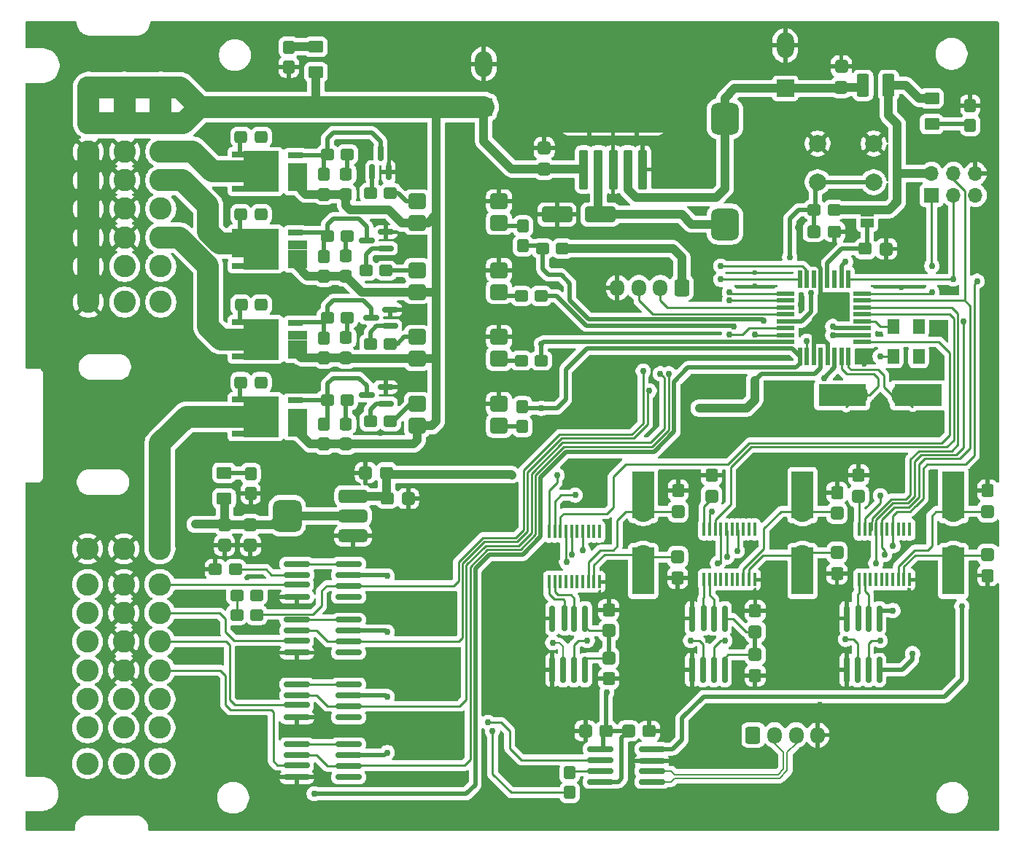
<source format=gbr>
G04 #@! TF.GenerationSoftware,KiCad,Pcbnew,9.0.2*
G04 #@! TF.CreationDate,2025-08-14T17:34:42+08:00*
G04 #@! TF.ProjectId,VCU_V3_1_PREFAB,5643555f-5633-45f3-915f-505245464142,rev?*
G04 #@! TF.SameCoordinates,Original*
G04 #@! TF.FileFunction,Copper,L1,Top*
G04 #@! TF.FilePolarity,Positive*
%FSLAX46Y46*%
G04 Gerber Fmt 4.6, Leading zero omitted, Abs format (unit mm)*
G04 Created by KiCad (PCBNEW 9.0.2) date 2025-08-14 17:34:42*
%MOMM*%
%LPD*%
G01*
G04 APERTURE LIST*
G04 Aperture macros list*
%AMRoundRect*
0 Rectangle with rounded corners*
0 $1 Rounding radius*
0 $2 $3 $4 $5 $6 $7 $8 $9 X,Y pos of 4 corners*
0 Add a 4 corners polygon primitive as box body*
4,1,4,$2,$3,$4,$5,$6,$7,$8,$9,$2,$3,0*
0 Add four circle primitives for the rounded corners*
1,1,$1+$1,$2,$3*
1,1,$1+$1,$4,$5*
1,1,$1+$1,$6,$7*
1,1,$1+$1,$8,$9*
0 Add four rect primitives between the rounded corners*
20,1,$1+$1,$2,$3,$4,$5,0*
20,1,$1+$1,$4,$5,$6,$7,0*
20,1,$1+$1,$6,$7,$8,$9,0*
20,1,$1+$1,$8,$9,$2,$3,0*%
G04 Aperture macros list end*
G04 #@! TA.AperFunction,SMDPad,CuDef*
%ADD10RoundRect,0.278125X0.389375X-0.474375X0.389375X0.474375X-0.389375X0.474375X-0.389375X-0.474375X0*%
G04 #@! TD*
G04 #@! TA.AperFunction,SMDPad,CuDef*
%ADD11RoundRect,0.100000X0.100000X-0.687500X0.100000X0.687500X-0.100000X0.687500X-0.100000X-0.687500X0*%
G04 #@! TD*
G04 #@! TA.AperFunction,SMDPad,CuDef*
%ADD12RoundRect,0.100000X0.099999X-0.687500X0.099999X0.687500X-0.099999X0.687500X-0.099999X-0.687500X0*%
G04 #@! TD*
G04 #@! TA.AperFunction,SMDPad,CuDef*
%ADD13RoundRect,0.150000X0.750000X0.150000X-0.750000X0.150000X-0.750000X-0.150000X0.750000X-0.150000X0*%
G04 #@! TD*
G04 #@! TA.AperFunction,SMDPad,CuDef*
%ADD14RoundRect,0.249999X0.750001X0.640001X-0.750001X0.640001X-0.750001X-0.640001X0.750001X-0.640001X0*%
G04 #@! TD*
G04 #@! TA.AperFunction,SMDPad,CuDef*
%ADD15RoundRect,0.278125X-0.389375X0.474375X-0.389375X-0.474375X0.389375X-0.474375X0.389375X0.474375X0*%
G04 #@! TD*
G04 #@! TA.AperFunction,SMDPad,CuDef*
%ADD16RoundRect,0.250001X0.462499X0.624999X-0.462499X0.624999X-0.462499X-0.624999X0.462499X-0.624999X0*%
G04 #@! TD*
G04 #@! TA.AperFunction,SMDPad,CuDef*
%ADD17RoundRect,0.305575X0.412525X-0.460025X0.412525X0.460025X-0.412525X0.460025X-0.412525X-0.460025X0*%
G04 #@! TD*
G04 #@! TA.AperFunction,SMDPad,CuDef*
%ADD18RoundRect,0.308511X0.416489X-0.457089X0.416489X0.457089X-0.416489X0.457089X-0.416489X-0.457089X0*%
G04 #@! TD*
G04 #@! TA.AperFunction,SMDPad,CuDef*
%ADD19RoundRect,0.278125X-0.474375X-0.389375X0.474375X-0.389375X0.474375X0.389375X-0.474375X0.389375X0*%
G04 #@! TD*
G04 #@! TA.AperFunction,SMDPad,CuDef*
%ADD20RoundRect,0.278125X0.474375X0.389375X-0.474375X0.389375X-0.474375X-0.389375X0.474375X-0.389375X0*%
G04 #@! TD*
G04 #@! TA.AperFunction,ComponentPad*
%ADD21R,1.700000X1.700000*%
G04 #@! TD*
G04 #@! TA.AperFunction,ComponentPad*
%ADD22O,1.700000X1.700000*%
G04 #@! TD*
G04 #@! TA.AperFunction,SMDPad,CuDef*
%ADD23RoundRect,0.305575X-0.412525X0.460025X-0.412525X-0.460025X0.412525X-0.460025X0.412525X0.460025X0*%
G04 #@! TD*
G04 #@! TA.AperFunction,SMDPad,CuDef*
%ADD24RoundRect,0.308511X-0.416489X0.457089X-0.416489X-0.457089X0.416489X-0.457089X0.416489X0.457089X0*%
G04 #@! TD*
G04 #@! TA.AperFunction,SMDPad,CuDef*
%ADD25RoundRect,0.305575X0.460025X0.412525X-0.460025X0.412525X-0.460025X-0.412525X0.460025X-0.412525X0*%
G04 #@! TD*
G04 #@! TA.AperFunction,SMDPad,CuDef*
%ADD26RoundRect,0.308511X0.457089X0.416489X-0.457089X0.416489X-0.457089X-0.416489X0.457089X-0.416489X0*%
G04 #@! TD*
G04 #@! TA.AperFunction,ComponentPad*
%ADD27RoundRect,0.250000X-0.600000X-0.725000X0.600000X-0.725000X0.600000X0.725000X-0.600000X0.725000X0*%
G04 #@! TD*
G04 #@! TA.AperFunction,ComponentPad*
%ADD28O,1.700000X1.950000*%
G04 #@! TD*
G04 #@! TA.AperFunction,SMDPad,CuDef*
%ADD29RoundRect,0.304348X0.420652X0.395652X-0.420652X0.395652X-0.420652X-0.395652X0.420652X-0.395652X0*%
G04 #@! TD*
G04 #@! TA.AperFunction,ComponentPad*
%ADD30R,2.000000X2.000000*%
G04 #@! TD*
G04 #@! TA.AperFunction,ComponentPad*
%ADD31O,2.000000X3.000000*%
G04 #@! TD*
G04 #@! TA.AperFunction,SMDPad,CuDef*
%ADD32RoundRect,0.250001X-0.624999X0.462499X-0.624999X-0.462499X0.624999X-0.462499X0.624999X0.462499X0*%
G04 #@! TD*
G04 #@! TA.AperFunction,SMDPad,CuDef*
%ADD33RoundRect,0.150000X-1.350000X-0.150000X1.350000X-0.150000X1.350000X0.150000X-1.350000X0.150000X0*%
G04 #@! TD*
G04 #@! TA.AperFunction,SMDPad,CuDef*
%ADD34RoundRect,0.150000X-1.337500X-0.150000X1.337500X-0.150000X1.337500X0.150000X-1.337500X0.150000X0*%
G04 #@! TD*
G04 #@! TA.AperFunction,SMDPad,CuDef*
%ADD35RoundRect,0.305575X-0.460025X-0.412525X0.460025X-0.412525X0.460025X0.412525X-0.460025X0.412525X0*%
G04 #@! TD*
G04 #@! TA.AperFunction,SMDPad,CuDef*
%ADD36RoundRect,0.308511X-0.457089X-0.416489X0.457089X-0.416489X0.457089X0.416489X-0.457089X0.416489X0*%
G04 #@! TD*
G04 #@! TA.AperFunction,SMDPad,CuDef*
%ADD37RoundRect,0.250000X0.300000X-2.050000X0.300000X2.050000X-0.300000X2.050000X-0.300000X-2.050000X0*%
G04 #@! TD*
G04 #@! TA.AperFunction,SMDPad,CuDef*
%ADD38RoundRect,0.250000X2.375000X-2.025000X2.375000X2.025000X-2.375000X2.025000X-2.375000X-2.025000X0*%
G04 #@! TD*
G04 #@! TA.AperFunction,SMDPad,CuDef*
%ADD39RoundRect,0.250002X5.149998X-4.449998X5.149998X4.449998X-5.149998X4.449998X-5.149998X-4.449998X0*%
G04 #@! TD*
G04 #@! TA.AperFunction,SMDPad,CuDef*
%ADD40R,2.275000X1.150000*%
G04 #@! TD*
G04 #@! TA.AperFunction,SMDPad,CuDef*
%ADD41R,2.275000X1.000000*%
G04 #@! TD*
G04 #@! TA.AperFunction,SMDPad,CuDef*
%ADD42R,2.275000X1.060000*%
G04 #@! TD*
G04 #@! TA.AperFunction,SMDPad,CuDef*
%ADD43R,1.775000X0.650000*%
G04 #@! TD*
G04 #@! TA.AperFunction,SMDPad,CuDef*
%ADD44R,4.125000X4.700000*%
G04 #@! TD*
G04 #@! TA.AperFunction,SMDPad,CuDef*
%ADD45R,1.825000X0.700000*%
G04 #@! TD*
G04 #@! TA.AperFunction,SMDPad,CuDef*
%ADD46RoundRect,0.250000X1.500000X0.650000X-1.500000X0.650000X-1.500000X-0.650000X1.500000X-0.650000X0*%
G04 #@! TD*
G04 #@! TA.AperFunction,SMDPad,CuDef*
%ADD47RoundRect,0.800000X0.800000X-1.075000X0.800000X1.075000X-0.800000X1.075000X-0.800000X-1.075000X0*%
G04 #@! TD*
G04 #@! TA.AperFunction,ComponentPad*
%ADD48C,2.600000*%
G04 #@! TD*
G04 #@! TA.AperFunction,ComponentPad*
%ADD49C,2.000000*%
G04 #@! TD*
G04 #@! TA.AperFunction,ComponentPad*
%ADD50RoundRect,0.250000X0.600000X0.725000X-0.600000X0.725000X-0.600000X-0.725000X0.600000X-0.725000X0*%
G04 #@! TD*
G04 #@! TA.AperFunction,ComponentPad*
%ADD51C,2.400000*%
G04 #@! TD*
G04 #@! TA.AperFunction,SMDPad,CuDef*
%ADD52R,2.500000X5.500000*%
G04 #@! TD*
G04 #@! TA.AperFunction,SMDPad,CuDef*
%ADD53RoundRect,0.304348X-0.395652X0.420652X-0.395652X-0.420652X0.395652X-0.420652X0.395652X0.420652X0*%
G04 #@! TD*
G04 #@! TA.AperFunction,SMDPad,CuDef*
%ADD54RoundRect,0.150000X-0.150000X1.350000X-0.150000X-1.350000X0.150000X-1.350000X0.150000X1.350000X0*%
G04 #@! TD*
G04 #@! TA.AperFunction,SMDPad,CuDef*
%ADD55RoundRect,0.150000X-0.150000X1.337500X-0.150000X-1.337500X0.150000X-1.337500X0.150000X1.337500X0*%
G04 #@! TD*
G04 #@! TA.AperFunction,SMDPad,CuDef*
%ADD56R,0.550000X2.000000*%
G04 #@! TD*
G04 #@! TA.AperFunction,SMDPad,CuDef*
%ADD57R,2.000000X0.550000*%
G04 #@! TD*
G04 #@! TA.AperFunction,SMDPad,CuDef*
%ADD58R,2.000000X0.525000*%
G04 #@! TD*
G04 #@! TA.AperFunction,SMDPad,CuDef*
%ADD59R,2.000000X0.575000*%
G04 #@! TD*
G04 #@! TA.AperFunction,SMDPad,CuDef*
%ADD60R,0.525000X2.000000*%
G04 #@! TD*
G04 #@! TA.AperFunction,SMDPad,CuDef*
%ADD61R,5.500000X2.500000*%
G04 #@! TD*
G04 #@! TA.AperFunction,SMDPad,CuDef*
%ADD62RoundRect,0.150000X1.350000X0.150000X-1.350000X0.150000X-1.350000X-0.150000X1.350000X-0.150000X0*%
G04 #@! TD*
G04 #@! TA.AperFunction,SMDPad,CuDef*
%ADD63RoundRect,0.150000X1.337500X0.150000X-1.337500X0.150000X-1.337500X-0.150000X1.337500X-0.150000X0*%
G04 #@! TD*
G04 #@! TA.AperFunction,SMDPad,CuDef*
%ADD64RoundRect,0.250001X0.462499X1.074999X-0.462499X1.074999X-0.462499X-1.074999X0.462499X-1.074999X0*%
G04 #@! TD*
G04 #@! TA.AperFunction,SMDPad,CuDef*
%ADD65RoundRect,0.250001X0.624999X-0.462499X0.624999X0.462499X-0.624999X0.462499X-0.624999X-0.462499X0*%
G04 #@! TD*
G04 #@! TA.AperFunction,SMDPad,CuDef*
%ADD66R,1.500000X1.000000*%
G04 #@! TD*
G04 #@! TA.AperFunction,SMDPad,CuDef*
%ADD67RoundRect,0.375000X1.300000X0.375000X-1.300000X0.375000X-1.300000X-0.375000X1.300000X-0.375000X0*%
G04 #@! TD*
G04 #@! TA.AperFunction,SMDPad,CuDef*
%ADD68RoundRect,0.837500X0.837500X1.062500X-0.837500X1.062500X-0.837500X-1.062500X0.837500X-1.062500X0*%
G04 #@! TD*
G04 #@! TA.AperFunction,SMDPad,CuDef*
%ADD69RoundRect,0.387500X1.287500X0.387500X-1.287500X0.387500X-1.287500X-0.387500X1.287500X-0.387500X0*%
G04 #@! TD*
G04 #@! TA.AperFunction,SMDPad,CuDef*
%ADD70RoundRect,0.150000X0.150000X-0.750000X0.150000X0.750000X-0.150000X0.750000X-0.150000X-0.750000X0*%
G04 #@! TD*
G04 #@! TA.AperFunction,ViaPad*
%ADD71C,0.600000*%
G04 #@! TD*
G04 #@! TA.AperFunction,ViaPad*
%ADD72C,0.762000*%
G04 #@! TD*
G04 #@! TA.AperFunction,Conductor*
%ADD73C,0.254000*%
G04 #@! TD*
G04 #@! TA.AperFunction,Conductor*
%ADD74C,0.200000*%
G04 #@! TD*
G04 #@! TA.AperFunction,Conductor*
%ADD75C,1.016000*%
G04 #@! TD*
G04 #@! TA.AperFunction,Conductor*
%ADD76C,0.508000*%
G04 #@! TD*
G04 #@! TA.AperFunction,Conductor*
%ADD77C,2.540000*%
G04 #@! TD*
G04 APERTURE END LIST*
D10*
X121467500Y-91152500D03*
X121467500Y-88847500D03*
D11*
X165575000Y-106912500D03*
X166225000Y-106912500D03*
X166875000Y-106912500D03*
D12*
X167525001Y-106912500D03*
D11*
X168175000Y-106912500D03*
X168825000Y-106912500D03*
X169475000Y-106912500D03*
X170125000Y-106912500D03*
X170775000Y-106912500D03*
X171425000Y-106912500D03*
X171425000Y-101087500D03*
X170775000Y-101087500D03*
X170125000Y-101087500D03*
X169475000Y-101087500D03*
X168825000Y-101087500D03*
X168175000Y-101087500D03*
X167525000Y-101087500D03*
D12*
X166875001Y-101087500D03*
X166225001Y-101087500D03*
X165575001Y-101087500D03*
D13*
X128600000Y-86450000D03*
X128600000Y-84550000D03*
X126400000Y-85500000D03*
D11*
X183575000Y-106912500D03*
X184225000Y-106912500D03*
X184875000Y-106912500D03*
D12*
X185525001Y-106912500D03*
D11*
X186175000Y-106912500D03*
X186825000Y-106912500D03*
X187475000Y-106912500D03*
X188125000Y-106912500D03*
X188775000Y-106912500D03*
X189425000Y-106912500D03*
X189425000Y-101087500D03*
X188775000Y-101087500D03*
X188125000Y-101087500D03*
X187475000Y-101087500D03*
X186825000Y-101087500D03*
X186175000Y-101087500D03*
X185525000Y-101087500D03*
D12*
X184875001Y-101087500D03*
X184225001Y-101087500D03*
X183575001Y-101087500D03*
D14*
X141765000Y-73500000D03*
X141765000Y-70960000D03*
X132235000Y-70960000D03*
X132235000Y-73500000D03*
D15*
X117362500Y-45058383D03*
X117362500Y-47363383D03*
D16*
X190487500Y-77500000D03*
X187512500Y-77500000D03*
D17*
X180993100Y-106215599D03*
D18*
X181000000Y-103784399D03*
D19*
X178347500Y-63967500D03*
X180652500Y-63967500D03*
D20*
X129152500Y-88532500D03*
X126847500Y-88532500D03*
D11*
X147575000Y-107162500D03*
X148225000Y-107162500D03*
X148875000Y-107162500D03*
D12*
X149525001Y-107162500D03*
D11*
X150175000Y-107162500D03*
X150825000Y-107162500D03*
X151475000Y-107162500D03*
X152125000Y-107162500D03*
X152775000Y-107162500D03*
X153425000Y-107162500D03*
X153425000Y-101337500D03*
X152775000Y-101337500D03*
X152125000Y-101337500D03*
X151475000Y-101337500D03*
X150825000Y-101337500D03*
X150175000Y-101337500D03*
X149525000Y-101337500D03*
D12*
X148875001Y-101337500D03*
X148225001Y-101337500D03*
X147575001Y-101337500D03*
D21*
X191975000Y-62275000D03*
D22*
X191975000Y-59735000D03*
X194515000Y-62275000D03*
X194515000Y-59735000D03*
X197055000Y-62275000D03*
X197055000Y-59735000D03*
D23*
X154506900Y-110417400D03*
D24*
X154500000Y-112848600D03*
D25*
X154215600Y-124506900D03*
D26*
X151784400Y-124500000D03*
D27*
X171250000Y-124975000D03*
D28*
X173750000Y-124975000D03*
X176250000Y-124975000D03*
X178750000Y-124975000D03*
D29*
X114157500Y-64500000D03*
X111807500Y-64500000D03*
D13*
X128600000Y-68450000D03*
X128600000Y-66550000D03*
X126400000Y-67500000D03*
D17*
X154493100Y-118436600D03*
D18*
X154500000Y-116005400D03*
D10*
X144467500Y-89152500D03*
X144467500Y-86847500D03*
D23*
X181006900Y-96784400D03*
D24*
X181000000Y-99215600D03*
D20*
X124152500Y-76532500D03*
X121847500Y-76532500D03*
X124152500Y-86032500D03*
X121847500Y-86032500D03*
D23*
X183506900Y-94784400D03*
D24*
X183500000Y-97215600D03*
D15*
X144532500Y-65847500D03*
X144532500Y-68152500D03*
D30*
X175000000Y-49867677D03*
D31*
X175000000Y-44867677D03*
D23*
X171506900Y-110544400D03*
D24*
X171500000Y-112975600D03*
D32*
X109855000Y-94524500D03*
X109855000Y-97499500D03*
D33*
X118301732Y-105095000D03*
X118301732Y-106365000D03*
D34*
X118289232Y-107500000D03*
D33*
X118301732Y-108905000D03*
X124301732Y-108905000D03*
X124301732Y-107635000D03*
X124301732Y-106365000D03*
X124301732Y-105095000D03*
D35*
X128784400Y-97493100D03*
D36*
X131215600Y-97500000D03*
D37*
X151600000Y-59275000D03*
X153300000Y-59275000D03*
X155000000Y-59275000D03*
D38*
X152225000Y-52550000D03*
X157775000Y-52550000D03*
D39*
X155000000Y-50125000D03*
D38*
X152225000Y-47700000D03*
X157775000Y-47700000D03*
D37*
X156700000Y-59275000D03*
X158400000Y-59275000D03*
D40*
X118362500Y-80675000D03*
D41*
X118362500Y-79600000D03*
D42*
X118362500Y-78570000D03*
D43*
X118112500Y-77095000D03*
D44*
X114137500Y-79000000D03*
D45*
X111662500Y-80995000D03*
X111662500Y-79665000D03*
X111662500Y-78335000D03*
X111662500Y-77005000D03*
D46*
X153500000Y-64500000D03*
X148500000Y-64500000D03*
D14*
X141765000Y-65500000D03*
X141765000Y-62960000D03*
X132235000Y-62960000D03*
X132235000Y-65500000D03*
D19*
X144347500Y-81467500D03*
X146652500Y-81467500D03*
D17*
X171493100Y-118055600D03*
D18*
X171500000Y-115624400D03*
D10*
X121467500Y-81152500D03*
X121467500Y-78847500D03*
X121467500Y-71652500D03*
X121467500Y-69347500D03*
D17*
X198493100Y-106431200D03*
D18*
X198500000Y-104000000D03*
D19*
X108847500Y-105717500D03*
X111152500Y-105717500D03*
D13*
X129100000Y-77450000D03*
X129100000Y-75550000D03*
X126900000Y-76500000D03*
D47*
X168000000Y-65625000D03*
X168000000Y-53375000D03*
D48*
X102500000Y-49725000D03*
X102500000Y-53875000D03*
X102500000Y-57205000D03*
X102500000Y-60535000D03*
X102500000Y-63840000D03*
X102500000Y-67195000D03*
X102500000Y-70525000D03*
X102500000Y-74675000D03*
X98300000Y-49725000D03*
X98300000Y-53875000D03*
X98300000Y-57205000D03*
X98300000Y-60535000D03*
X98300000Y-63840000D03*
X98300000Y-67195000D03*
X98300000Y-70525000D03*
X98300000Y-74675000D03*
X94100000Y-49725000D03*
X94100000Y-53875000D03*
X94100000Y-57205000D03*
X94100000Y-60535000D03*
X94100000Y-63840000D03*
X94100000Y-67195000D03*
X94100000Y-70525000D03*
X94100000Y-74675000D03*
D20*
X128652500Y-71032500D03*
X126347500Y-71032500D03*
D49*
X178750000Y-56250000D03*
X185250000Y-56250000D03*
X178750000Y-60750000D03*
X185250000Y-60750000D03*
D50*
X163000000Y-73000000D03*
D28*
X160500000Y-73000000D03*
X158000000Y-73000000D03*
X155500000Y-73000000D03*
D19*
X111347500Y-108717500D03*
X113652500Y-108717500D03*
X144347500Y-73967500D03*
X146652500Y-73967500D03*
D51*
X177000000Y-99006719D03*
D52*
X176991762Y-97093282D03*
X177000000Y-105906719D03*
D51*
X177000000Y-104086719D03*
D23*
X198506900Y-96568800D03*
D24*
X198500000Y-99000000D03*
D53*
X124000000Y-59825000D03*
X124000000Y-62175000D03*
D29*
X114157500Y-84000000D03*
X111807500Y-84000000D03*
D23*
X166442179Y-94784400D03*
D24*
X166435279Y-97215600D03*
D17*
X162493100Y-106715600D03*
D18*
X162500000Y-104284400D03*
D40*
X118362500Y-89675000D03*
D41*
X118362500Y-88600000D03*
D42*
X118362500Y-87570000D03*
D43*
X118112500Y-86095000D03*
D44*
X114137500Y-88000000D03*
D45*
X111662500Y-89995000D03*
X111662500Y-88665000D03*
X111662500Y-87335000D03*
X111662500Y-86005000D03*
D10*
X149967500Y-131652500D03*
X149967500Y-129347500D03*
D32*
X120500000Y-45012500D03*
X120500000Y-47987500D03*
D16*
X190487500Y-81000000D03*
X187512500Y-81000000D03*
D54*
X151765000Y-111427000D03*
X150495000Y-111427000D03*
D55*
X149360000Y-111414500D03*
D54*
X147955000Y-111427000D03*
X147955000Y-117427000D03*
X149225000Y-117427000D03*
X150495000Y-117427000D03*
X151765000Y-117427000D03*
D10*
X196467500Y-54152500D03*
X196467500Y-51847500D03*
D56*
X176700000Y-80950000D03*
X177500000Y-80950000D03*
X178300000Y-80950000D03*
X179100000Y-80950000D03*
X179900000Y-80950000D03*
X180700000Y-80950000D03*
X181500000Y-80950000D03*
X182300000Y-80950000D03*
D57*
X183950000Y-79300000D03*
D58*
X183950000Y-78512500D03*
D59*
X183950000Y-77687500D03*
D57*
X183950000Y-76900000D03*
X183950000Y-76100000D03*
X183950000Y-75300000D03*
X183950000Y-74500000D03*
X183950000Y-73700000D03*
D56*
X182300000Y-72050000D03*
X181500000Y-72050000D03*
X180700000Y-72050000D03*
D60*
X179887500Y-72050000D03*
D56*
X179100000Y-72050000D03*
X178300000Y-72050000D03*
X177500000Y-72050000D03*
X176700000Y-72050000D03*
D57*
X175050000Y-73700000D03*
X175050000Y-74500000D03*
X175050000Y-75300000D03*
X175050000Y-76100000D03*
X175050000Y-76900000D03*
X175050000Y-77700000D03*
X175050000Y-78500000D03*
X175050000Y-79300000D03*
D51*
X188493282Y-85500000D03*
D61*
X190406719Y-85491762D03*
X181593282Y-85500000D03*
D51*
X183413282Y-85500000D03*
D15*
X112935500Y-94605500D03*
X112935500Y-96910500D03*
D20*
X124152500Y-67032500D03*
X121847500Y-67032500D03*
D53*
X124000000Y-88825000D03*
X124000000Y-91175000D03*
D51*
X194500000Y-99006720D03*
D52*
X194491762Y-97093283D03*
X194500000Y-105906720D03*
D51*
X194500000Y-104086720D03*
D14*
X141765000Y-81270000D03*
X141765000Y-78730000D03*
X132235000Y-78730000D03*
X132235000Y-81270000D03*
D35*
X184284400Y-68493100D03*
D36*
X186715600Y-68500000D03*
D20*
X124152500Y-57532500D03*
X121847500Y-57532500D03*
D30*
X140000000Y-52000000D03*
D31*
X140000000Y-47000000D03*
D23*
X112909900Y-100511400D03*
D24*
X112903000Y-102942600D03*
D23*
X109909900Y-100511400D03*
D24*
X109903000Y-102942600D03*
D62*
X159500000Y-130405000D03*
X159500000Y-129135000D03*
D63*
X159512500Y-128000000D03*
D62*
X159500000Y-126595000D03*
X153500000Y-126595000D03*
X153500000Y-127865000D03*
X153500000Y-129135000D03*
X153500000Y-130405000D03*
D17*
X181493100Y-49715600D03*
D18*
X181500000Y-47284400D03*
D20*
X129152500Y-62032500D03*
X126847500Y-62032500D03*
D25*
X159215600Y-124506900D03*
D26*
X156784400Y-124500000D03*
D25*
X180715600Y-66506900D03*
D26*
X178284400Y-66500000D03*
D29*
X114164259Y-55500000D03*
X111814259Y-55500000D03*
D64*
X186987500Y-49500000D03*
X184012500Y-49500000D03*
D53*
X124000000Y-69325000D03*
X124000000Y-71675000D03*
D65*
X192000000Y-53987500D03*
X192000000Y-51012500D03*
D33*
X118301732Y-111595000D03*
X118301732Y-112865000D03*
D34*
X118289232Y-114000000D03*
D33*
X118301732Y-115405000D03*
X124301732Y-115405000D03*
X124301732Y-114135000D03*
X124301732Y-112865000D03*
X124301732Y-111595000D03*
D14*
X141765000Y-89040000D03*
X141765000Y-86500000D03*
X132235000Y-86500000D03*
X132235000Y-89040000D03*
D51*
X158500000Y-99000000D03*
D52*
X158491762Y-97086563D03*
X158500000Y-105900000D03*
D51*
X158500000Y-104080000D03*
D54*
X185905000Y-111427000D03*
X184635000Y-111427000D03*
D55*
X183500000Y-111414500D03*
D54*
X182095000Y-111427000D03*
X182095000Y-117427000D03*
X183365000Y-117427000D03*
X184635000Y-117427000D03*
X185905000Y-117427000D03*
D40*
X118362500Y-61175000D03*
D41*
X118362500Y-60100000D03*
D42*
X118362500Y-59070000D03*
D43*
X118112500Y-57595000D03*
D44*
X114137500Y-59500000D03*
D45*
X111662500Y-61495000D03*
X111662500Y-60165000D03*
X111662500Y-58835000D03*
X111662500Y-57505000D03*
D48*
X102400000Y-103325000D03*
X102400000Y-107475000D03*
X102400000Y-110805000D03*
X102400000Y-114135000D03*
X102400000Y-117440000D03*
X102400000Y-120795000D03*
X102400000Y-124125000D03*
X102400000Y-128275000D03*
X98200000Y-103325000D03*
X98200000Y-107475000D03*
X98200000Y-110805000D03*
X98200000Y-114135000D03*
X98200000Y-117440000D03*
X98200000Y-120795000D03*
X98200000Y-124125000D03*
X98200000Y-128275000D03*
X94000000Y-103325000D03*
X94000000Y-107475000D03*
X94000000Y-110805000D03*
X94000000Y-114135000D03*
X94000000Y-117440000D03*
X94000000Y-120795000D03*
X94000000Y-124125000D03*
X94000000Y-128275000D03*
D33*
X118301732Y-126062500D03*
X118301732Y-127332500D03*
D34*
X118289232Y-128467500D03*
D33*
X118301732Y-129872500D03*
X124301732Y-129872500D03*
X124301732Y-128602500D03*
X124301732Y-127332500D03*
X124301732Y-126062500D03*
D53*
X124000000Y-78825000D03*
X124000000Y-81175000D03*
D23*
X162566900Y-96568800D03*
D24*
X162560000Y-99000000D03*
D54*
X167969721Y-111427000D03*
X166699721Y-111427000D03*
D55*
X165564721Y-111414500D03*
D54*
X164159721Y-111427000D03*
X164159721Y-117427000D03*
X165429721Y-117427000D03*
X166699721Y-117427000D03*
X167969721Y-117427000D03*
D66*
X184500000Y-64200000D03*
X184500000Y-65500000D03*
D17*
X146993100Y-59215600D03*
D18*
X147000000Y-56784400D03*
D33*
X118301732Y-119095000D03*
X118301732Y-120365000D03*
D34*
X118289232Y-121500000D03*
D33*
X118301732Y-122905000D03*
X124301732Y-122905000D03*
X124301732Y-121635000D03*
X124301732Y-120365000D03*
X124301732Y-119095000D03*
D67*
X124825000Y-101800000D03*
X124825000Y-99500000D03*
D68*
X117175000Y-99500000D03*
D69*
X124825000Y-97225000D03*
D10*
X121467500Y-62152500D03*
X121467500Y-59847500D03*
D70*
X127050000Y-59600000D03*
X128950000Y-59600000D03*
X128000000Y-57400000D03*
D20*
X113631017Y-111032500D03*
X111326017Y-111032500D03*
X129152500Y-79532500D03*
X126847500Y-79532500D03*
D29*
X114168241Y-75000000D03*
X111818241Y-75000000D03*
D19*
X146847500Y-68467500D03*
X149152500Y-68467500D03*
D40*
X118362500Y-70175000D03*
D41*
X118362500Y-69100000D03*
D42*
X118362500Y-68070000D03*
D43*
X118112500Y-66595000D03*
D44*
X114137500Y-68500000D03*
D45*
X111662500Y-70495000D03*
X111662500Y-69165000D03*
X111662500Y-67835000D03*
X111662500Y-66505000D03*
D25*
X128715600Y-94506900D03*
D26*
X126284400Y-94500000D03*
D71*
X153250000Y-114500000D03*
X149750000Y-113750000D03*
X152900000Y-97000000D03*
X91600000Y-109000000D03*
X194200000Y-73500000D03*
X186000000Y-78400000D03*
X181100000Y-83400000D03*
X184200000Y-81900000D03*
X164800000Y-64000000D03*
X182400000Y-62200000D03*
X105000000Y-64200000D03*
X126000000Y-57600000D03*
X130200000Y-72200000D03*
X125600000Y-77800000D03*
X128000000Y-90000000D03*
X171000000Y-102600000D03*
X188200000Y-104000000D03*
X193000000Y-101600000D03*
X169800000Y-114400000D03*
X183600000Y-131600000D03*
X164400000Y-131200000D03*
X166000000Y-128200000D03*
X188500000Y-73000000D03*
X176750000Y-75000000D03*
X171500000Y-72750000D03*
X171500000Y-71250000D03*
X169750000Y-96500000D03*
X187750000Y-114500000D03*
X169500000Y-117000000D03*
X169500000Y-117000000D03*
X166000000Y-114000000D03*
X145500000Y-130500000D03*
X142500000Y-128250000D03*
X142000000Y-125750000D03*
X100250000Y-130000000D03*
X114250000Y-120000000D03*
X112500000Y-106750000D03*
X108847500Y-105717500D03*
X121000000Y-106500000D03*
X114750000Y-112500000D03*
X108500000Y-115500000D03*
X108750000Y-112250000D03*
X108750000Y-109000000D03*
D72*
X106500000Y-100500000D03*
X128784400Y-120506900D03*
X182000000Y-70000000D03*
X171450000Y-83784400D03*
X179500000Y-83500000D03*
X154284400Y-120000000D03*
X149152500Y-68467500D03*
X183500000Y-97215600D03*
X166500000Y-97500000D03*
X165000000Y-87000000D03*
X143250000Y-94750000D03*
D71*
X171500000Y-113030000D03*
D72*
X128784400Y-113006900D03*
X128784400Y-106506900D03*
X148500000Y-94800000D03*
X189784400Y-115500000D03*
X188000000Y-63000000D03*
X187500000Y-110500000D03*
D71*
X154500000Y-113030000D03*
D72*
X128784400Y-127006900D03*
X128715600Y-94506900D03*
X167500000Y-70500000D03*
X159208000Y-85000000D03*
X120292000Y-131792000D03*
X146695000Y-87032500D03*
X111807500Y-84000000D03*
X111807500Y-64500000D03*
X111818241Y-75000000D03*
X177992772Y-73630107D03*
X175500000Y-69500000D03*
X169418000Y-103584000D03*
X151500000Y-103500000D03*
X187500000Y-103000000D03*
X194500000Y-72000000D03*
X197250000Y-72250000D03*
X168233000Y-104292000D03*
X150233000Y-103989364D03*
X186500000Y-104000000D03*
X167132000Y-105000000D03*
X149606000Y-104902000D03*
X192000000Y-73500000D03*
X185500000Y-105000000D03*
X192000000Y-70500000D03*
X195708000Y-76962000D03*
X111814259Y-55500000D03*
X146695000Y-79532500D03*
X169000000Y-77517000D03*
X180499742Y-78501117D03*
X146652500Y-73967500D03*
X180500000Y-77500000D03*
X172519000Y-76808000D03*
X111152500Y-105717500D03*
X113652500Y-108717500D03*
X186000000Y-114000000D03*
X182000000Y-113865000D03*
X164000000Y-114000000D03*
X168000000Y-114000000D03*
X152000000Y-114000000D03*
X148000000Y-114250000D03*
X170000000Y-69500000D03*
X145500000Y-111000000D03*
X129000000Y-44000000D03*
X192500000Y-77500000D03*
X155500000Y-84500000D03*
X164000000Y-52000000D03*
X142000000Y-84000000D03*
X131000000Y-68500000D03*
X142000000Y-68000000D03*
X187500000Y-109000000D03*
X188000000Y-124500000D03*
X95000000Y-92000000D03*
X161500000Y-116500000D03*
X164000000Y-49000000D03*
X107000000Y-125500000D03*
X137000000Y-99500000D03*
X181500000Y-74500000D03*
X127000000Y-123000000D03*
X198500000Y-51000000D03*
X119000000Y-117000000D03*
X187000000Y-45500000D03*
X150000000Y-44500000D03*
X164000000Y-43500000D03*
X129000000Y-46500000D03*
X192500000Y-80976716D03*
X103000000Y-133000000D03*
X156000000Y-44500000D03*
X155500000Y-83000000D03*
X106500000Y-104000000D03*
X131000000Y-100500000D03*
X99500000Y-97000000D03*
X176500000Y-66000000D03*
X133000000Y-109000000D03*
X133000000Y-124000000D03*
X151500000Y-44500000D03*
X158500000Y-135000000D03*
X179100000Y-74000000D03*
X132000000Y-55500000D03*
X161500000Y-123500000D03*
X154500000Y-43500000D03*
X116500000Y-103500000D03*
X148500000Y-46000000D03*
X98000000Y-85500000D03*
X155500000Y-81500000D03*
X190500000Y-71000000D03*
X108000000Y-96500000D03*
X153000000Y-81500000D03*
X113500000Y-72500000D03*
X174000000Y-92500000D03*
X148500000Y-50500000D03*
X160500000Y-111000000D03*
X140000000Y-68000000D03*
X162500000Y-52000000D03*
X115500000Y-109500000D03*
X137000000Y-115500000D03*
X186000000Y-92500000D03*
X147000000Y-62000000D03*
X179000000Y-117500000D03*
X151500000Y-43500000D03*
X188500000Y-71000000D03*
X176000000Y-55000000D03*
X121000000Y-102000000D03*
X186500000Y-71000000D03*
X115500000Y-108500000D03*
X162500000Y-50500000D03*
X153000000Y-83000000D03*
X148500000Y-44500000D03*
X114000000Y-117000000D03*
X162500000Y-44500000D03*
X159000000Y-43500000D03*
X153000000Y-44500000D03*
X139500000Y-92500000D03*
X197500000Y-113000000D03*
X117000000Y-63500000D03*
X121000000Y-97000000D03*
X158000000Y-66000000D03*
X133000000Y-111000000D03*
X162000000Y-135000000D03*
X179000000Y-121500000D03*
X144500000Y-84000000D03*
X133000000Y-76000000D03*
X161500000Y-119000000D03*
X95000000Y-85500000D03*
X176000000Y-60000000D03*
X137000000Y-92500000D03*
X162500000Y-43500000D03*
X158000000Y-111000000D03*
X108000000Y-98500000D03*
X150000000Y-43500000D03*
X192500000Y-87670356D03*
X128500000Y-83000000D03*
X192692523Y-82500000D03*
X98000000Y-89000000D03*
X148500000Y-52000000D03*
X175500000Y-115500000D03*
X157500000Y-43500000D03*
X137000000Y-123500000D03*
X198500000Y-66000000D03*
X88500000Y-127000000D03*
X145500000Y-107500000D03*
X138500000Y-99500000D03*
X198500000Y-127000000D03*
X140000000Y-76000000D03*
X161500000Y-121500000D03*
X145500000Y-125000000D03*
X185000000Y-44000000D03*
X164000000Y-90500000D03*
X159500000Y-116500000D03*
X190000000Y-67500000D03*
X98000000Y-92000000D03*
X133000000Y-68500000D03*
X132500000Y-46500000D03*
X164000000Y-44500000D03*
X173000000Y-69500000D03*
X173500000Y-98000000D03*
X174000000Y-135000000D03*
X162500000Y-49000000D03*
X110500000Y-125500000D03*
X125000000Y-103500000D03*
X193500000Y-68000000D03*
X133500000Y-112500000D03*
X145000000Y-63500000D03*
X192215600Y-110493100D03*
X107000000Y-122500000D03*
X125000000Y-46500000D03*
X117500000Y-72500000D03*
X178158858Y-69841142D03*
X197500000Y-111000000D03*
X106500000Y-105500000D03*
X164000000Y-46000000D03*
X169500000Y-109000000D03*
X114000000Y-98500000D03*
X159000000Y-44500000D03*
X132500000Y-44000000D03*
X119000000Y-135000000D03*
X164500000Y-97500000D03*
X88500000Y-124000000D03*
X164000000Y-47500000D03*
X88500000Y-121000000D03*
X176000000Y-62500000D03*
X180000000Y-74500000D03*
X175500000Y-117500000D03*
X145000000Y-62000000D03*
X159500000Y-119000000D03*
X161000000Y-44500000D03*
X119000000Y-103500000D03*
X125000000Y-44000000D03*
X183000000Y-44000000D03*
X131500000Y-76000000D03*
X192500000Y-113000000D03*
X197500000Y-117500000D03*
X160500000Y-66000000D03*
X154500000Y-101250000D03*
X132000000Y-60500000D03*
X153000000Y-43500000D03*
X176000000Y-110000000D03*
X142500000Y-76000000D03*
X178500000Y-92500000D03*
X148500000Y-49000000D03*
X183000000Y-45500000D03*
X133500000Y-100500000D03*
X188000000Y-122000000D03*
X179500000Y-131500000D03*
X164000000Y-50500000D03*
X148500000Y-43500000D03*
X133000000Y-117500000D03*
X187000000Y-44000000D03*
X174000000Y-88500000D03*
X157500000Y-44500000D03*
X164000000Y-84500000D03*
X161000000Y-43500000D03*
X131500000Y-84000000D03*
X154500000Y-44500000D03*
X165500000Y-135000000D03*
X123000000Y-103500000D03*
X127000000Y-124500000D03*
X194500000Y-51000000D03*
X98500000Y-133000000D03*
X176000000Y-57500000D03*
X173500000Y-102000000D03*
X162500000Y-128000000D03*
X121500000Y-135000000D03*
X179000000Y-115500000D03*
X197500000Y-115500000D03*
X95000000Y-89000000D03*
X153000000Y-84500000D03*
X162500000Y-47500000D03*
X156000000Y-43500000D03*
X185000000Y-45500000D03*
X138500000Y-97000000D03*
X131000000Y-103000000D03*
X121000000Y-103500000D03*
X137500000Y-58000000D03*
X124500000Y-117000000D03*
X162500000Y-46000000D03*
X139500000Y-84000000D03*
X148500000Y-47500000D03*
X160500000Y-83000000D03*
X168500000Y-73537997D03*
X168500000Y-74500000D03*
X161500000Y-83000000D03*
X186000000Y-81000000D03*
X177500000Y-79208000D03*
X190487500Y-77500000D03*
X190487500Y-81000000D03*
X121847500Y-57532500D03*
X186032500Y-97152500D03*
X166500648Y-99000000D03*
X150600000Y-97100000D03*
X140997000Y-124500000D03*
X171500000Y-78465000D03*
X168500000Y-78465000D03*
X140500000Y-123500000D03*
X195500000Y-110000000D03*
X121847500Y-67032500D03*
X167500000Y-72050000D03*
X158500000Y-82707020D03*
X121847500Y-86032500D03*
X114141759Y-55467500D03*
X114141759Y-64467500D03*
X114141759Y-83967500D03*
X114152500Y-74967500D03*
X121847500Y-76532500D03*
D73*
X148875000Y-99625000D02*
X148875000Y-101387500D01*
X154250000Y-99250000D02*
X149250000Y-99250000D01*
X155000000Y-98500000D02*
X154250000Y-99250000D01*
X155000000Y-95000000D02*
X155000000Y-98500000D01*
X168356532Y-93500000D02*
X156500000Y-93500000D01*
X193181000Y-91045000D02*
X170811532Y-91045000D01*
X170811532Y-91045000D02*
X168356532Y-93500000D01*
X194090000Y-90136000D02*
X193181000Y-91045000D01*
X194090000Y-80590000D02*
X194090000Y-90136000D01*
X192800000Y-79300000D02*
X194090000Y-80590000D01*
X156500000Y-93500000D02*
X155000000Y-95000000D01*
X183950000Y-79300000D02*
X192800000Y-79300000D01*
X149250000Y-99250000D02*
X148875000Y-99625000D01*
D74*
X149225000Y-114725000D02*
X149225000Y-117427000D01*
X148750000Y-114250000D02*
X149225000Y-114725000D01*
X148000000Y-114250000D02*
X148750000Y-114250000D01*
D73*
X147575000Y-96575000D02*
X147575000Y-101387500D01*
X148500000Y-94800000D02*
X148500000Y-95650000D01*
X148500000Y-95650000D02*
X147575000Y-96575000D01*
X148225000Y-97833000D02*
X148225000Y-101387500D01*
X148958000Y-97100000D02*
X148225000Y-97833000D01*
X150600000Y-97100000D02*
X148958000Y-97100000D01*
D74*
X173750000Y-125950000D02*
X173750000Y-124975000D01*
X174775000Y-126975000D02*
X173750000Y-125950000D01*
X174775000Y-128906802D02*
X174775000Y-126975000D01*
X174136802Y-129545000D02*
X174775000Y-128906802D01*
X162160001Y-129545000D02*
X174136802Y-129545000D01*
X161750001Y-129135000D02*
X162160001Y-129545000D01*
X159500000Y-129135000D02*
X161750001Y-129135000D01*
X176250000Y-125950000D02*
X176250000Y-124975000D01*
X175225000Y-126975000D02*
X176250000Y-125950000D01*
X162160001Y-129995000D02*
X174323198Y-129995000D01*
X161750001Y-130405000D02*
X162160001Y-129995000D01*
X174323198Y-129995000D02*
X175225000Y-129093198D01*
X159500000Y-130405000D02*
X161750001Y-130405000D01*
X175225000Y-129093198D02*
X175225000Y-126975000D01*
D75*
X134500000Y-64500000D02*
X134500000Y-73500000D01*
X134500000Y-73500000D02*
X134500000Y-81500000D01*
X133234999Y-73500000D02*
X134500000Y-73500000D01*
X109909900Y-97554400D02*
X109855000Y-97499500D01*
X106500000Y-100500000D02*
X109898500Y-100500000D01*
X117175000Y-99500000D02*
X116500000Y-99500000D01*
X109898500Y-100500000D02*
X109909900Y-100511400D01*
X109909900Y-100511400D02*
X112909900Y-100511400D01*
X116500000Y-99500000D02*
X115488600Y-100511400D01*
X117175000Y-99500000D02*
X124825000Y-99500000D01*
X109909900Y-100511400D02*
X109909900Y-97554400D01*
X117163600Y-100511400D02*
X117175000Y-100500000D01*
X115488600Y-100511400D02*
X112909900Y-100511400D01*
D76*
X181500000Y-70500000D02*
X182000000Y-70000000D01*
X154215600Y-124506900D02*
X156777500Y-124506900D01*
D75*
X128924300Y-94715600D02*
X143215600Y-94715600D01*
D73*
X151765000Y-112395000D02*
X151765000Y-111427000D01*
D76*
X128642500Y-120365000D02*
X128784400Y-120506900D01*
X156784400Y-124500000D02*
X156000000Y-125284400D01*
X180700000Y-80950000D02*
X180700000Y-82300000D01*
D73*
X171500000Y-112975600D02*
X170475600Y-112975600D01*
D76*
X154215600Y-120068800D02*
X154215600Y-124506900D01*
D75*
X186987500Y-52987500D02*
X186987500Y-49500000D01*
D76*
X188573000Y-117427000D02*
X185905000Y-117427000D01*
X187475000Y-110525000D02*
X187500000Y-110500000D01*
D75*
X128715600Y-94506900D02*
X128924300Y-94715600D01*
D76*
X128642500Y-106365000D02*
X128784400Y-106506900D01*
D75*
X188082000Y-59735000D02*
X188000000Y-59817000D01*
X165000000Y-87000000D02*
X170500000Y-87000000D01*
D76*
X124301732Y-127332500D02*
X128458800Y-127332500D01*
X172234400Y-83000000D02*
X171450000Y-83784400D01*
D75*
X166435279Y-97435279D02*
X166500000Y-97500000D01*
D73*
X154500000Y-113030000D02*
X154318600Y-112848600D01*
D76*
X156777500Y-124506900D02*
X156784400Y-124500000D01*
D73*
X154500000Y-116005400D02*
X152091600Y-116005400D01*
D75*
X188000000Y-63000000D02*
X187750000Y-63250000D01*
D76*
X156000000Y-125284400D02*
X156000000Y-130000000D01*
D75*
X188000000Y-54000000D02*
X186987500Y-52987500D01*
D73*
X183575000Y-97290600D02*
X183500000Y-97215600D01*
X151765000Y-116332000D02*
X151765000Y-117427000D01*
D76*
X154284400Y-120000000D02*
X154215600Y-120068800D01*
D75*
X166435279Y-97215600D02*
X166435279Y-97435279D01*
X190500000Y-51000000D02*
X191987500Y-51000000D01*
D73*
X167969721Y-116002279D02*
X168347600Y-115624400D01*
D76*
X154500000Y-116005400D02*
X154500000Y-113030000D01*
D73*
X154318600Y-112848600D02*
X152218600Y-112848600D01*
D76*
X156000000Y-130000000D02*
X155595000Y-130405000D01*
D75*
X189000000Y-49500000D02*
X190500000Y-51000000D01*
X188000000Y-63000000D02*
X187032500Y-63967500D01*
D76*
X189784400Y-115500000D02*
X189784400Y-116215600D01*
D73*
X168927000Y-111427000D02*
X167969721Y-111427000D01*
D76*
X185905000Y-110525000D02*
X187475000Y-110525000D01*
X124301732Y-106365000D02*
X128642500Y-106365000D01*
D75*
X187032500Y-63967500D02*
X180652500Y-63967500D01*
D76*
X171500000Y-115624400D02*
X171500000Y-113229600D01*
D73*
X152091600Y-116005400D02*
X151765000Y-116332000D01*
D76*
X155595000Y-130405000D02*
X153875000Y-130405000D01*
D75*
X191987500Y-51000000D02*
X192000000Y-51012500D01*
X143215600Y-94715600D02*
X143250000Y-94750000D01*
X124884400Y-97284400D02*
X124825000Y-97225000D01*
D76*
X179500000Y-83500000D02*
X180700000Y-82300000D01*
D75*
X149152500Y-68467500D02*
X161967500Y-68467500D01*
D73*
X152218600Y-112848600D02*
X151765000Y-112395000D01*
X167969721Y-117427000D02*
X167969721Y-116002279D01*
X183575000Y-101137500D02*
X183575000Y-97290600D01*
D76*
X153875000Y-124847500D02*
X154215600Y-124506900D01*
D75*
X171450000Y-86050000D02*
X171450000Y-83784400D01*
X128911900Y-97284400D02*
X124884400Y-97284400D01*
D76*
X124301732Y-120365000D02*
X128642500Y-120365000D01*
X179100000Y-82335000D02*
X178435000Y-83000000D01*
X128642500Y-112865000D02*
X128784400Y-113006900D01*
X181500000Y-72050000D02*
X181500000Y-70500000D01*
D75*
X188000000Y-59817000D02*
X188000000Y-61000000D01*
D73*
X171246000Y-112975600D02*
X171500000Y-113229600D01*
D76*
X128458800Y-127332500D02*
X128784400Y-127006900D01*
D75*
X128715600Y-97424300D02*
X128784400Y-97493100D01*
X186987500Y-49500000D02*
X189000000Y-49500000D01*
D73*
X165575000Y-98425000D02*
X166500000Y-97500000D01*
D76*
X178435000Y-83000000D02*
X172234400Y-83000000D01*
D75*
X161967500Y-68467500D02*
X163000000Y-69500000D01*
X163000000Y-69500000D02*
X163000000Y-73000000D01*
X188000000Y-61000000D02*
X188000000Y-63000000D01*
D76*
X179100000Y-80950000D02*
X179100000Y-82335000D01*
D75*
X191975000Y-59735000D02*
X188082000Y-59735000D01*
X128715600Y-94506900D02*
X128715600Y-97424300D01*
D76*
X124301732Y-112865000D02*
X128642500Y-112865000D01*
D75*
X188000000Y-54000000D02*
X188000000Y-61000000D01*
D76*
X189784400Y-116215600D02*
X188573000Y-117427000D01*
D73*
X165575000Y-101637500D02*
X165575000Y-98425000D01*
D76*
X153875000Y-126595000D02*
X153875000Y-124847500D01*
D73*
X170475600Y-112975600D02*
X168927000Y-111427000D01*
D75*
X170500000Y-87000000D02*
X171450000Y-86050000D01*
D73*
X168347600Y-115624400D02*
X171500000Y-115624400D01*
X137071000Y-114135000D02*
X123776732Y-114135000D01*
X143881992Y-102508000D02*
X140043528Y-102508000D01*
X159000000Y-85208000D02*
X159000000Y-88883530D01*
X118301732Y-112865000D02*
X120615000Y-112865000D01*
X145090000Y-101299992D02*
X143881992Y-102508000D01*
X159208000Y-85000000D02*
X159000000Y-85208000D01*
X120615000Y-112865000D02*
X121885000Y-114135000D01*
X157383530Y-90500000D02*
X149000000Y-90500000D01*
X177500000Y-71000000D02*
X177500000Y-72050000D01*
X121885000Y-114135000D02*
X124301732Y-114135000D01*
X145090000Y-94410000D02*
X145090000Y-101299992D01*
X137508000Y-113698000D02*
X137071000Y-114135000D01*
X167500000Y-70500000D02*
X177000000Y-70500000D01*
X140043528Y-102508000D02*
X137508000Y-105043529D01*
X137508000Y-105043529D02*
X137508000Y-113698000D01*
X177000000Y-70500000D02*
X177500000Y-71000000D01*
X149000000Y-90500000D02*
X145090000Y-94410000D01*
X159000000Y-88883530D02*
X157383530Y-90500000D01*
D76*
X137958000Y-131792000D02*
X139000000Y-130750000D01*
X151970000Y-80030000D02*
X175780000Y-80030000D01*
X175780000Y-80030000D02*
X176700000Y-80950000D01*
X146695000Y-87032500D02*
X144652500Y-87032500D01*
X146582000Y-95028008D02*
X149528008Y-92082000D01*
X148500000Y-87000000D02*
X149500000Y-86000000D01*
X146727500Y-87000000D02*
X148500000Y-87000000D01*
X176209000Y-82291000D02*
X176700000Y-81800000D01*
X146582000Y-101918000D02*
X146582000Y-95028008D01*
X162082000Y-83918000D02*
X163709000Y-82291000D01*
X144652500Y-87032500D02*
X144467500Y-86847500D01*
X176700000Y-81800000D02*
X176700000Y-80950000D01*
X140661536Y-104000000D02*
X144500000Y-104000000D01*
X149528008Y-92082000D02*
X159741072Y-92082000D01*
X120292000Y-131792000D02*
X137958000Y-131792000D01*
X162082000Y-89741072D02*
X162082000Y-83918000D01*
X144500000Y-104000000D02*
X146582000Y-101918000D01*
X139000000Y-105661536D02*
X140661536Y-104000000D01*
X149500000Y-86000000D02*
X149500000Y-82500000D01*
X159741072Y-92082000D02*
X162082000Y-89741072D01*
X163709000Y-82291000D02*
X176209000Y-82291000D01*
X139000000Y-130750000D02*
X139000000Y-105661536D01*
X149500000Y-82500000D02*
X151970000Y-80030000D01*
X146695000Y-87032500D02*
X146727500Y-87000000D01*
D77*
X114137500Y-88000000D02*
X105500000Y-88000000D01*
X105500000Y-88000000D02*
X102400000Y-91100000D01*
D76*
X111662500Y-84145000D02*
X111807500Y-84000000D01*
D77*
X102400000Y-91100000D02*
X102400000Y-103325000D01*
D76*
X111662500Y-86005000D02*
X111662500Y-84145000D01*
D75*
X119340000Y-62152500D02*
X118362500Y-61175000D01*
D77*
X94100000Y-53875000D02*
X102500000Y-53875000D01*
D75*
X132235000Y-81270000D02*
X134270000Y-81270000D01*
X120500000Y-47987500D02*
X120500000Y-52000000D01*
X132235000Y-90765000D02*
X131825000Y-91175000D01*
X133234999Y-73500000D02*
X132235000Y-73500000D01*
X126500000Y-52000000D02*
X140000000Y-52000000D01*
D77*
X94100000Y-53875000D02*
X94100000Y-49725000D01*
X94100000Y-49725000D02*
X102500000Y-49725000D01*
D75*
X119840000Y-91152500D02*
X118362500Y-89675000D01*
X119496250Y-71652500D02*
X118362500Y-70518750D01*
X125825000Y-73500000D02*
X124000000Y-71675000D01*
X121467500Y-81152500D02*
X118840000Y-81152500D01*
X118362500Y-70518750D02*
X118362500Y-70175000D01*
D77*
X107000000Y-52000000D02*
X134620000Y-52000000D01*
D75*
X134500000Y-88500000D02*
X133960000Y-89040000D01*
D77*
X102500000Y-53875000D02*
X102500000Y-49725000D01*
D75*
X126500000Y-52000000D02*
X128652500Y-52000000D01*
X140000000Y-56000000D02*
X143215600Y-59215600D01*
X121490000Y-81175000D02*
X121467500Y-81152500D01*
X118840000Y-81152500D02*
X118362500Y-80675000D01*
X151540600Y-59215600D02*
X151600000Y-59275000D01*
X134270000Y-81270000D02*
X134500000Y-81500000D01*
X134500000Y-81500000D02*
X134500000Y-88500000D01*
X121490000Y-71675000D02*
X121467500Y-71652500D01*
X133960000Y-89040000D02*
X132235000Y-89040000D01*
X121967500Y-91152500D02*
X119840000Y-91152500D01*
D77*
X134620000Y-52000000D02*
X140000000Y-52000000D01*
X102500000Y-49725000D02*
X104725000Y-49725000D01*
D75*
X107000000Y-52000000D02*
X119000000Y-52000000D01*
X146993100Y-59215600D02*
X151540600Y-59215600D01*
X132235000Y-73500000D02*
X125825000Y-73500000D01*
X124500000Y-64000000D02*
X124000000Y-63500000D01*
X134500000Y-64500000D02*
X134500000Y-52120000D01*
X121467500Y-91152500D02*
X123977500Y-91152500D01*
X124095000Y-81270000D02*
X124000000Y-81175000D01*
X124000000Y-62175000D02*
X121490000Y-62175000D01*
X120500000Y-52000000D02*
X119000000Y-52000000D01*
X121467500Y-71652500D02*
X119496250Y-71652500D01*
X132235000Y-89040000D02*
X132235000Y-90765000D01*
X140000000Y-52000000D02*
X140000000Y-56000000D01*
X121490000Y-62175000D02*
X121467500Y-62152500D01*
X132235000Y-65500000D02*
X130500000Y-65500000D01*
X132235000Y-81270000D02*
X124095000Y-81270000D01*
X131825000Y-91175000D02*
X124500000Y-91175000D01*
X130500000Y-65500000D02*
X129000000Y-64000000D01*
X119000000Y-52000000D02*
X126500000Y-52000000D01*
X132235000Y-65500000D02*
X133500000Y-65500000D01*
X124000000Y-81175000D02*
X121490000Y-81175000D01*
D77*
X104725000Y-49725000D02*
X107000000Y-52000000D01*
X102500000Y-53875000D02*
X105125000Y-53875000D01*
D75*
X121467500Y-62152500D02*
X119340000Y-62152500D01*
X134500000Y-52120000D02*
X134620000Y-52000000D01*
X133500000Y-65500000D02*
X134500000Y-64500000D01*
X123977500Y-91152500D02*
X124000000Y-91175000D01*
X143215600Y-59215600D02*
X146993100Y-59215600D01*
X129000000Y-64000000D02*
X124500000Y-64000000D01*
D77*
X105125000Y-53875000D02*
X107000000Y-52000000D01*
D75*
X124000000Y-71675000D02*
X121490000Y-71675000D01*
D77*
X98300000Y-53875000D02*
X98300000Y-49725000D01*
D75*
X124000000Y-63500000D02*
X124000000Y-62175000D01*
X169132323Y-49867677D02*
X175000000Y-49867677D01*
X156700000Y-59275000D02*
X156700000Y-61575000D01*
X181493100Y-49715600D02*
X183796900Y-49715600D01*
X168000000Y-53375000D02*
X168000000Y-51000000D01*
X183796900Y-49715600D02*
X184012500Y-49500000D01*
X168000000Y-51000000D02*
X169132323Y-49867677D01*
X168000000Y-61500000D02*
X168000000Y-53375000D01*
X175000000Y-49867677D02*
X181341023Y-49867677D01*
X167000000Y-62500000D02*
X168000000Y-61500000D01*
X181341023Y-49867677D02*
X181493100Y-49715600D01*
X157625000Y-62500000D02*
X167000000Y-62500000D01*
X156700000Y-61575000D02*
X157625000Y-62500000D01*
D73*
X190000000Y-103500000D02*
X188125000Y-105375000D01*
X192000000Y-99500000D02*
X192000000Y-103000000D01*
X198208882Y-99006720D02*
X198500000Y-98715602D01*
X194500000Y-99006720D02*
X192493280Y-99006720D01*
X192493280Y-99006720D02*
X192000000Y-99500000D01*
X191500000Y-103500000D02*
X190000000Y-103500000D01*
X192000000Y-103000000D02*
X191500000Y-103500000D01*
X188125000Y-105375000D02*
X188125000Y-106862500D01*
X194500000Y-99006720D02*
X198208882Y-99006720D01*
X190056748Y-104086720D02*
X194500000Y-104086720D01*
X198413280Y-104086720D02*
X198500000Y-104000000D01*
X194500000Y-104086720D02*
X198413280Y-104086720D01*
X188775000Y-105368468D02*
X190056748Y-104086720D01*
X188775000Y-106862500D02*
X188775000Y-105368468D01*
X170125000Y-106862500D02*
X170125000Y-105731533D01*
X177000000Y-99006719D02*
X180791119Y-99006719D01*
X170125000Y-105731533D02*
X172500000Y-103356533D01*
X172500000Y-103356533D02*
X172500000Y-101000000D01*
X174493281Y-99006719D02*
X177000000Y-99006719D01*
X180791119Y-99006719D02*
X181000000Y-99215600D01*
X172500000Y-101000000D02*
X174493281Y-99006719D01*
X177302320Y-103784399D02*
X177000000Y-104086719D01*
X170775000Y-105725000D02*
X172413281Y-104086719D01*
X172413281Y-104086719D02*
X177000000Y-104086719D01*
X181000000Y-103784399D02*
X177302320Y-103784399D01*
X170775000Y-106862500D02*
X170775000Y-105725000D01*
X110000000Y-113000000D02*
X111000000Y-114000000D01*
X111000000Y-114000000D02*
X118289232Y-114000000D01*
X109305000Y-110805000D02*
X110000000Y-111500000D01*
X102400000Y-110805000D02*
X109305000Y-110805000D01*
X110000000Y-111500000D02*
X110000000Y-113000000D01*
D75*
X153300000Y-59275000D02*
X153300000Y-64300000D01*
X153500000Y-64500000D02*
X163000000Y-64500000D01*
X153300000Y-64300000D02*
X153500000Y-64500000D01*
X163000000Y-64500000D02*
X164125000Y-65625000D01*
X164125000Y-65625000D02*
X168000000Y-65625000D01*
D73*
X111086000Y-121500000D02*
X118289232Y-121500000D01*
X102400000Y-114135000D02*
X110071000Y-114135000D01*
X110490000Y-114554000D02*
X110490000Y-120904000D01*
X110490000Y-120904000D02*
X111086000Y-121500000D01*
X110071000Y-114135000D02*
X110490000Y-114554000D01*
X109365000Y-117440000D02*
X110035000Y-118110000D01*
X116021500Y-128467500D02*
X118289232Y-128467500D01*
X115316000Y-122047000D02*
X115570000Y-122301000D01*
X110617000Y-122047000D02*
X115316000Y-122047000D01*
X110035000Y-121465000D02*
X110617000Y-122047000D01*
X115570000Y-128016000D02*
X116021500Y-128467500D01*
X115570000Y-122301000D02*
X115570000Y-128016000D01*
X102400000Y-117440000D02*
X109365000Y-117440000D01*
X110035000Y-118110000D02*
X110035000Y-121465000D01*
D77*
X108000000Y-63500000D02*
X105035000Y-60535000D01*
X108000000Y-66500000D02*
X108000000Y-63500000D01*
D76*
X111662500Y-64645000D02*
X111807500Y-64500000D01*
X111662500Y-66505000D02*
X111662500Y-64645000D01*
D77*
X109335000Y-67835000D02*
X108000000Y-66500000D01*
X105035000Y-60535000D02*
X102500000Y-60535000D01*
X111662500Y-67835000D02*
X109335000Y-67835000D01*
D76*
X196302500Y-53987500D02*
X196467500Y-54152500D01*
X192000000Y-53987500D02*
X196302500Y-53987500D01*
X111662500Y-77005000D02*
X111662500Y-75155741D01*
X111662500Y-75155741D02*
X111818241Y-75000000D01*
D77*
X104695000Y-67195000D02*
X102500000Y-67195000D01*
X108000000Y-77500000D02*
X108000000Y-70500000D01*
X108000000Y-70500000D02*
X104695000Y-67195000D01*
X114137500Y-79000000D02*
X109500000Y-79000000D01*
X109500000Y-79000000D02*
X108000000Y-77500000D01*
D75*
X120500000Y-45012500D02*
X117408383Y-45012500D01*
X117408383Y-45012500D02*
X117362500Y-45058383D01*
D73*
X102400000Y-107475000D02*
X118264232Y-107475000D01*
X118264232Y-107475000D02*
X118289232Y-107500000D01*
D76*
X178347500Y-63967500D02*
X178347500Y-66436900D01*
X177992772Y-73630107D02*
X177992772Y-75807228D01*
X178500000Y-61000000D02*
X178500000Y-63815000D01*
X178500000Y-63815000D02*
X178347500Y-63967500D01*
X178347500Y-66436900D02*
X178284400Y-66500000D01*
X178750000Y-60750000D02*
X185250000Y-60750000D01*
X176900000Y-76900000D02*
X175050000Y-76900000D01*
X177992772Y-75807228D02*
X176900000Y-76900000D01*
X176532500Y-63967500D02*
X178347500Y-63967500D01*
X175500000Y-65000000D02*
X176532500Y-63967500D01*
X175500000Y-69500000D02*
X175500000Y-65000000D01*
X178750000Y-60750000D02*
X178500000Y-61000000D01*
D73*
X181500000Y-82440000D02*
X181500000Y-80950000D01*
X182118000Y-83058000D02*
X181500000Y-82440000D01*
X183413282Y-85500000D02*
X184751000Y-85500000D01*
X183413282Y-85500000D02*
X182063600Y-86849682D01*
X185308000Y-83058000D02*
X182118000Y-83058000D01*
X184751000Y-85500000D02*
X185750000Y-84501000D01*
X185750000Y-84501000D02*
X185750000Y-83500000D01*
X185750000Y-83500000D02*
X185308000Y-83058000D01*
X185800000Y-82550000D02*
X182626000Y-82550000D01*
X187354000Y-85500000D02*
X186436000Y-84582000D01*
X182300000Y-82224000D02*
X182300000Y-80950000D01*
X186436000Y-83186000D02*
X185800000Y-82550000D01*
X186436000Y-84582000D02*
X186436000Y-83186000D01*
X188493282Y-85500000D02*
X187354000Y-85500000D01*
X189792400Y-86799118D02*
X188493282Y-85500000D01*
X182626000Y-82550000D02*
X182300000Y-82224000D01*
D76*
X112854500Y-94524500D02*
X112935500Y-94605500D01*
X109855000Y-94524500D02*
X112854500Y-94524500D01*
D73*
X194450000Y-72050000D02*
X194500000Y-72000000D01*
X190311549Y-98188460D02*
X190178095Y-98321914D01*
X191000000Y-93988000D02*
X191000000Y-97500000D01*
X190311549Y-98188452D02*
X190311549Y-98188460D01*
X169500000Y-101162500D02*
X169475000Y-101137500D01*
X196924000Y-72576000D02*
X196924000Y-92509000D01*
X151475000Y-101387500D02*
X151475000Y-103475000D01*
X187475000Y-102975000D02*
X187500000Y-103000000D01*
X190045016Y-98454993D02*
X190045008Y-98454993D01*
X151475000Y-103475000D02*
X151500000Y-103500000D01*
X195933000Y-93500000D02*
X191488000Y-93500000D01*
X189500001Y-99000000D02*
X188000000Y-99000000D01*
X188000000Y-99000000D02*
X187475000Y-99525000D01*
X190045022Y-98454987D02*
X190045016Y-98454993D01*
X169418000Y-103584000D02*
X169500000Y-103502000D01*
X196924000Y-92509000D02*
X195933000Y-93500000D01*
X197250000Y-72250000D02*
X196924000Y-72576000D01*
X191000000Y-97500000D02*
X190311549Y-98188452D01*
X187475000Y-99525000D02*
X187475000Y-102975000D01*
X191488000Y-93500000D02*
X191000000Y-93988000D01*
X190178095Y-98321914D02*
X190045030Y-98454987D01*
X190045008Y-98454993D02*
X189500001Y-99000000D01*
X169500000Y-103502000D02*
X169500000Y-101162500D01*
X190045030Y-98454987D02*
X190045022Y-98454987D01*
X182300000Y-72050000D02*
X194450000Y-72050000D01*
X189856549Y-97999993D02*
X189989222Y-97867312D01*
X191234000Y-92865000D02*
X195298000Y-92865000D01*
X195298000Y-92865000D02*
X196469000Y-91694000D01*
X195834000Y-61744056D02*
X195834000Y-74500000D01*
X194515000Y-59735000D02*
X194515000Y-60425056D01*
X190545000Y-97311533D02*
X190545000Y-93554000D01*
X150233000Y-103378000D02*
X150175000Y-103320000D01*
X189856541Y-97999993D02*
X189856549Y-97999993D01*
X187605969Y-98500000D02*
X189356533Y-98500000D01*
X186500000Y-104000000D02*
X186500000Y-103500000D01*
X189989222Y-97867312D02*
X190545000Y-97311533D01*
X168233000Y-101195500D02*
X168175000Y-101137500D01*
X196469000Y-91694000D02*
X196469000Y-75135000D01*
X186175000Y-99930969D02*
X187605969Y-98500000D01*
X195834000Y-74500000D02*
X183950000Y-74500000D01*
X190545000Y-93554000D02*
X191234000Y-92865000D01*
X150175000Y-103320000D02*
X150175000Y-101387500D01*
X194515000Y-60425056D02*
X195834000Y-61744056D01*
X196469000Y-75135000D02*
X195834000Y-74500000D01*
X168233000Y-104292000D02*
X168233000Y-101195500D01*
X186500000Y-103500000D02*
X186175000Y-103175000D01*
X186175000Y-103175000D02*
X186175000Y-99930969D01*
X150233000Y-103989364D02*
X150233000Y-103378000D01*
X189356533Y-98500000D02*
X189856541Y-97999993D01*
X183950000Y-73700000D02*
X191800000Y-73700000D01*
X149525000Y-104821000D02*
X149525000Y-101387500D01*
X190000000Y-93210000D02*
X190000000Y-97213066D01*
X189973267Y-97239799D02*
X189973266Y-97239798D01*
X185525000Y-99937501D02*
X187462501Y-98000000D01*
X189401531Y-97811532D02*
X189668067Y-97544999D01*
X192000000Y-70500000D02*
X191975000Y-70475000D01*
X167500000Y-105000000D02*
X167525000Y-104975000D01*
X149606000Y-104902000D02*
X149525000Y-104821000D01*
X167525000Y-104975000D02*
X167525000Y-101137500D01*
X191975000Y-70475000D02*
X191975000Y-62275000D01*
X194864000Y-92410000D02*
X190800000Y-92410000D01*
X189213064Y-98000000D02*
X189401531Y-97811532D01*
X189973266Y-97239798D02*
X189973266Y-97239801D01*
X189213064Y-98000000D02*
X187462501Y-98000000D01*
X195708000Y-76962000D02*
X195708000Y-91566000D01*
X189973266Y-97239801D02*
X189716645Y-97496421D01*
X185525000Y-104975000D02*
X185500000Y-105000000D01*
X191800000Y-73700000D02*
X192000000Y-73500000D01*
X189716645Y-97496421D02*
X189716642Y-97496421D01*
X185525000Y-101137500D02*
X185525000Y-104975000D01*
X189716642Y-97496421D02*
X189668067Y-97544999D01*
X189973267Y-97239799D02*
X189973267Y-97239798D01*
X190800000Y-92410000D02*
X190000000Y-93210000D01*
X185525000Y-99937501D02*
X185525000Y-101137500D01*
X167132000Y-105000000D02*
X167500000Y-105000000D01*
X190000000Y-97213066D02*
X189973267Y-97239799D01*
X195708000Y-91566000D02*
X194864000Y-92410000D01*
D76*
X111662500Y-55651759D02*
X111814259Y-55500000D01*
D77*
X106205000Y-57205000D02*
X102500000Y-57205000D01*
X114137500Y-59500000D02*
X108500000Y-59500000D01*
X108500000Y-59500000D02*
X106205000Y-57205000D01*
D76*
X111662500Y-57505000D02*
X111662500Y-55651759D01*
X144347500Y-81467500D02*
X141962500Y-81467500D01*
X141962500Y-81467500D02*
X141765000Y-81270000D01*
X146652500Y-79575000D02*
X146695000Y-79532500D01*
X146695000Y-79532500D02*
X146927500Y-79300000D01*
X146927500Y-79300000D02*
X175050000Y-79300000D01*
X146652500Y-81467500D02*
X146652500Y-79575000D01*
X141877500Y-89152500D02*
X141765000Y-89040000D01*
X144467500Y-89152500D02*
X141877500Y-89152500D01*
X148464822Y-73967500D02*
X146652500Y-73967500D01*
X180511125Y-78512500D02*
X180499742Y-78501117D01*
X183950000Y-78512500D02*
X180511125Y-78512500D01*
X169000000Y-77517000D02*
X168874000Y-77391000D01*
X151888322Y-77391000D02*
X148464822Y-73967500D01*
X168874000Y-77391000D02*
X151888322Y-77391000D01*
X144347500Y-73967500D02*
X141467500Y-73967500D01*
X144032500Y-65847500D02*
X141347500Y-65847500D01*
X150000000Y-72500000D02*
X149000000Y-71500000D01*
X172519000Y-76808000D02*
X172393000Y-76682000D01*
X150000000Y-74500000D02*
X150000000Y-72500000D01*
X180687500Y-77687500D02*
X180500000Y-77500000D01*
X172393000Y-76682000D02*
X152182000Y-76682000D01*
X146847500Y-70847500D02*
X146847500Y-68467500D01*
X146532500Y-68152500D02*
X146847500Y-68467500D01*
X149000000Y-71500000D02*
X147500000Y-71500000D01*
X144532500Y-68152500D02*
X146532500Y-68152500D01*
X183950000Y-77687500D02*
X180687500Y-77687500D01*
X152182000Y-76682000D02*
X150000000Y-74500000D01*
X147500000Y-71500000D02*
X146847500Y-70847500D01*
D73*
X111347500Y-108717500D02*
X111347500Y-111011017D01*
X111347500Y-111011017D02*
X111326017Y-111032500D01*
X114717500Y-105717500D02*
X115365000Y-106365000D01*
X115365000Y-106365000D02*
X118301732Y-106365000D01*
X111152500Y-105717500D02*
X114717500Y-105717500D01*
X194545000Y-90697000D02*
X194545000Y-76562000D01*
X166875000Y-101137500D02*
X166875000Y-99962500D01*
X168675000Y-98162500D02*
X168675000Y-93825000D01*
X168675000Y-93825000D02*
X171000000Y-91500000D01*
X194083000Y-76100000D02*
X183950000Y-76100000D01*
X166875000Y-99962500D02*
X168675000Y-98162500D01*
X193742000Y-91500000D02*
X194545000Y-90697000D01*
X194545000Y-76562000D02*
X194083000Y-76100000D01*
X171000000Y-91500000D02*
X193742000Y-91500000D01*
X189213063Y-97356532D02*
X189213066Y-97356532D01*
X189261642Y-97307956D02*
X189261642Y-97307954D01*
X195000000Y-76667322D02*
X195000000Y-76001000D01*
X184997000Y-100219946D02*
X185070000Y-100146946D01*
X189518266Y-97051322D02*
X189518266Y-92929734D01*
X190493000Y-91955000D02*
X190611533Y-91955000D01*
X185070000Y-100146946D02*
X185070000Y-99749034D01*
X189518266Y-92929734D02*
X190493000Y-91955000D01*
X194999000Y-77255678D02*
X194999000Y-76668322D01*
X194303000Y-91955000D02*
X195000000Y-91258000D01*
X190611533Y-91955000D02*
X194303000Y-91955000D01*
X195000000Y-77256678D02*
X194999000Y-77255678D01*
X184997000Y-101137500D02*
X184997000Y-100219946D01*
X189386734Y-97182862D02*
X189518266Y-97051322D01*
X195000000Y-91258000D02*
X195000000Y-77256678D01*
X187274033Y-97545000D02*
X189024596Y-97545000D01*
X189213066Y-97356532D02*
X189261642Y-97307956D01*
X184875000Y-101137500D02*
X184997000Y-101137500D01*
X190611533Y-91955000D02*
X190611532Y-91955000D01*
X185070000Y-99749034D02*
X187274033Y-97545000D01*
X189261642Y-97307954D02*
X189386734Y-97182862D01*
X189024596Y-97545000D02*
X189213063Y-97356532D01*
X195000000Y-76001000D02*
X194299000Y-75300000D01*
X194299000Y-75300000D02*
X183950000Y-75300000D01*
X194999000Y-76668322D02*
X195000000Y-76667322D01*
X183365000Y-110525000D02*
X183365000Y-108635000D01*
X183365000Y-108635000D02*
X183575000Y-108425000D01*
X183575000Y-108425000D02*
X183575000Y-106862500D01*
X184225000Y-108225000D02*
X184635000Y-108635000D01*
X184225000Y-106862500D02*
X184225000Y-108225000D01*
X184635000Y-108635000D02*
X184635000Y-110525000D01*
X184635000Y-114365000D02*
X185000000Y-114000000D01*
X185000000Y-114000000D02*
X186000000Y-114000000D01*
X184635000Y-117427000D02*
X184635000Y-114365000D01*
X183365000Y-114365000D02*
X182865000Y-113865000D01*
X183365000Y-117427000D02*
X183365000Y-114365000D01*
X182865000Y-113865000D02*
X182000000Y-113865000D01*
X165429721Y-117427000D02*
X165429721Y-114429721D01*
X165000000Y-114000000D02*
X164000000Y-114000000D01*
X165429721Y-114429721D02*
X165000000Y-114000000D01*
X167500000Y-114000000D02*
X168000000Y-114000000D01*
X166699721Y-114800279D02*
X167500000Y-114000000D01*
X166699721Y-117427000D02*
X166699721Y-114800279D01*
X150495000Y-117427000D02*
X150495000Y-114505000D01*
X151000000Y-114000000D02*
X152000000Y-114000000D01*
X150495000Y-114505000D02*
X151000000Y-114000000D01*
X118826732Y-105095000D02*
X123776732Y-105095000D01*
X118826732Y-111595000D02*
X123776732Y-111595000D01*
X119025000Y-126062500D02*
X123975000Y-126062500D01*
X119025000Y-119095000D02*
X123975000Y-119095000D01*
D76*
X178336000Y-79500000D02*
X178336000Y-80914000D01*
D77*
X94100000Y-57205000D02*
X94100000Y-74675000D01*
D76*
X179900000Y-79565000D02*
X179671000Y-79336000D01*
X179100000Y-70782284D02*
X179100000Y-72050000D01*
D73*
X189993100Y-110493100D02*
X192215600Y-110493100D01*
X189275000Y-109775000D02*
X189993100Y-110493100D01*
D76*
X178336000Y-80914000D02*
X178300000Y-80950000D01*
X178336000Y-76664000D02*
X178336000Y-79500000D01*
X179100000Y-72050000D02*
X179100000Y-74000000D01*
X178158858Y-69841142D02*
X179100000Y-70782284D01*
X179100000Y-75900000D02*
X178336000Y-76664000D01*
D73*
X189275000Y-107912500D02*
X189275000Y-109775000D01*
D76*
X179671000Y-79336000D02*
X178500000Y-79336000D01*
X178500000Y-79336000D02*
X178336000Y-79500000D01*
X179900000Y-80950000D02*
X179900000Y-79565000D01*
X179100000Y-74000000D02*
X179100000Y-75900000D01*
D73*
X175050000Y-73700000D02*
X168662003Y-73700000D01*
X137963000Y-120863000D02*
X137963000Y-105231996D01*
X140231996Y-102963000D02*
X144070460Y-102963000D01*
X137191000Y-121635000D02*
X137963000Y-120863000D01*
X149143468Y-91000000D02*
X159356532Y-91000000D01*
X144070460Y-102963000D02*
X145545000Y-101488460D01*
X168662003Y-73700000D02*
X168500000Y-73537997D01*
X160791000Y-83293678D02*
X160791000Y-83291000D01*
X137963000Y-105231996D02*
X140231996Y-102963000D01*
X120615000Y-120365000D02*
X121885000Y-121635000D01*
X160791000Y-83291000D02*
X160500000Y-83000000D01*
X161000000Y-83502678D02*
X160791000Y-83293678D01*
X159356532Y-91000000D02*
X161000000Y-89356532D01*
X123776732Y-121635000D02*
X137191000Y-121635000D01*
X145545000Y-94598468D02*
X149143468Y-91000000D01*
X121885000Y-121635000D02*
X124301732Y-121635000D01*
X118301732Y-120365000D02*
X120615000Y-120365000D01*
X161000000Y-89356532D02*
X161000000Y-83502678D01*
X145545000Y-101488460D02*
X145545000Y-94598468D01*
X124810500Y-128500000D02*
X137750000Y-128500000D01*
X137750000Y-128500000D02*
X138418000Y-127832000D01*
X159500000Y-91500000D02*
X161500000Y-89500000D01*
X161500000Y-89500000D02*
X161500000Y-83000000D01*
X146000000Y-101676928D02*
X146000000Y-94786936D01*
X149286936Y-91500000D02*
X159500000Y-91500000D01*
X124708000Y-128602500D02*
X124810500Y-128500000D01*
X140420464Y-103418000D02*
X144258928Y-103418000D01*
X146000000Y-94786936D02*
X149286936Y-91500000D01*
X168500000Y-74500000D02*
X175050000Y-74500000D01*
X124708000Y-128602500D02*
X123776732Y-128602500D01*
X120567115Y-127332500D02*
X121837115Y-128602500D01*
X144258928Y-103418000D02*
X146000000Y-101676928D01*
X138418000Y-105420464D02*
X140420464Y-103418000D01*
X138418000Y-127832000D02*
X138418000Y-105420464D01*
X121837115Y-128602500D02*
X124301732Y-128602500D01*
X118301732Y-127332500D02*
X120567115Y-127332500D01*
X177500000Y-80950000D02*
X177500000Y-79208000D01*
X186000000Y-81000000D02*
X187512500Y-81000000D01*
X186000000Y-77500000D02*
X187512500Y-77500000D01*
X183950000Y-76900000D02*
X185400000Y-76900000D01*
X185400000Y-76900000D02*
X186000000Y-77500000D01*
X152125000Y-104875000D02*
X153500000Y-103500000D01*
X155000000Y-103500000D02*
X155500000Y-103000000D01*
X155500000Y-100000000D02*
X156500000Y-99000000D01*
X158500000Y-99000000D02*
X162560000Y-99000000D01*
X155500000Y-103000000D02*
X155500000Y-100000000D01*
X156500000Y-99000000D02*
X158500000Y-99000000D01*
X153500000Y-103500000D02*
X155000000Y-103500000D01*
X152125000Y-107112500D02*
X152125000Y-104875000D01*
X158500000Y-104080000D02*
X158420000Y-104000000D01*
X158420000Y-104000000D02*
X154000000Y-104000000D01*
X154000000Y-104000000D02*
X152775000Y-105225000D01*
X162500000Y-104284400D02*
X158704400Y-104284400D01*
X152775000Y-105225000D02*
X152775000Y-107112500D01*
X158704400Y-104284400D02*
X158500000Y-104080000D01*
X159600000Y-76100000D02*
X158000000Y-74500000D01*
X175050000Y-76100000D02*
X159600000Y-76100000D01*
X158000000Y-74500000D02*
X158000000Y-73000000D01*
X161300000Y-75300000D02*
X160500000Y-74500000D01*
X175050000Y-75300000D02*
X161300000Y-75300000D01*
X160500000Y-74500000D02*
X160500000Y-73000000D01*
D76*
X118112500Y-57595000D02*
X121785000Y-57595000D01*
X127000000Y-55000000D02*
X122500000Y-55000000D01*
X122500000Y-55000000D02*
X121847500Y-55652500D01*
X121467500Y-59847500D02*
X121467500Y-57912500D01*
X121467500Y-57912500D02*
X121847500Y-57532500D01*
X121847500Y-55652500D02*
X121847500Y-57532500D01*
X128000000Y-56000000D02*
X127000000Y-55000000D01*
X128000000Y-57400000D02*
X128000000Y-56000000D01*
X121785000Y-57595000D02*
X121847500Y-57532500D01*
D73*
X184225000Y-99775000D02*
X184225000Y-101137500D01*
X186032500Y-97967500D02*
X184225000Y-99775000D01*
X186032500Y-97152500D02*
X186032500Y-97967500D01*
X166500648Y-99000000D02*
X166225000Y-99275648D01*
X166225000Y-99275648D02*
X166225000Y-101137500D01*
X175050000Y-78500000D02*
X171535000Y-78500000D01*
X140997000Y-129497000D02*
X143152500Y-131652500D01*
X140997000Y-124500000D02*
X140997000Y-129497000D01*
X171535000Y-78500000D02*
X171500000Y-78465000D01*
X143152500Y-131652500D02*
X149967500Y-131652500D01*
X140500000Y-123500000D02*
X142000000Y-123500000D01*
X170765000Y-77700000D02*
X175050000Y-77700000D01*
X170000000Y-78465000D02*
X170765000Y-77700000D01*
X142000000Y-123500000D02*
X143000000Y-124500000D01*
X168500000Y-78465000D02*
X170000000Y-78465000D01*
X144365000Y-127865000D02*
X153875000Y-127865000D01*
X143000000Y-124500000D02*
X143000000Y-126500000D01*
X143000000Y-126500000D02*
X144365000Y-127865000D01*
X147575000Y-107162500D02*
X147575000Y-108586000D01*
X148209000Y-109220000D02*
X149225000Y-109220000D01*
X149360000Y-109355000D02*
X149360000Y-111414500D01*
X147575000Y-108586000D02*
X148209000Y-109220000D01*
X149225000Y-109220000D02*
X149360000Y-109355000D01*
X148225000Y-107162500D02*
X148225000Y-108347000D01*
X150114000Y-108712000D02*
X150495000Y-109093000D01*
X148225000Y-108347000D02*
X148590000Y-108712000D01*
X150495000Y-109093000D02*
X150495000Y-111427000D01*
X148590000Y-108712000D02*
X150114000Y-108712000D01*
X165429721Y-109070279D02*
X165575000Y-108925000D01*
X165429721Y-110525000D02*
X165429721Y-109070279D01*
X165575000Y-108925000D02*
X165575000Y-107362500D01*
X166699721Y-109199721D02*
X166699721Y-110525000D01*
X166225000Y-108725000D02*
X166699721Y-109199721D01*
X166225000Y-107362500D02*
X166225000Y-108725000D01*
D76*
X163000000Y-123000000D02*
X163000000Y-125500000D01*
X161905000Y-126595000D02*
X159125000Y-126595000D01*
X165500000Y-120500000D02*
X163000000Y-123000000D01*
X195500000Y-110000000D02*
X195500000Y-118500000D01*
X193500000Y-120500000D02*
X165500000Y-120500000D01*
X163000000Y-125500000D02*
X161905000Y-126595000D01*
X195500000Y-118500000D02*
X193500000Y-120500000D01*
X126400000Y-67500000D02*
X126400000Y-65900000D01*
X122500000Y-65000000D02*
X121847500Y-65652500D01*
X121410000Y-66595000D02*
X121847500Y-67032500D01*
X126400000Y-65900000D02*
X125500000Y-65000000D01*
X121467500Y-69347500D02*
X121467500Y-67412500D01*
X121467500Y-67412500D02*
X121847500Y-67032500D01*
X118112500Y-66595000D02*
X121410000Y-66595000D01*
X121847500Y-65652500D02*
X121847500Y-67032500D01*
X125500000Y-65000000D02*
X122500000Y-65000000D01*
D73*
X159125000Y-129135000D02*
X160635000Y-129135000D01*
X137053000Y-104855061D02*
X139855061Y-102053000D01*
X158500000Y-84705322D02*
X158500000Y-82707020D01*
X137053000Y-107041000D02*
X137053000Y-104855061D01*
X121158000Y-108204000D02*
X121727000Y-107635000D01*
X158500000Y-88740062D02*
X158500000Y-85294678D01*
X144635000Y-94221532D02*
X148811533Y-90045000D01*
X143693524Y-102053000D02*
X144635000Y-101111524D01*
X121727000Y-107635000D02*
X124301732Y-107635000D01*
X121158000Y-109982000D02*
X121158000Y-108204000D01*
X158499000Y-84706322D02*
X158500000Y-84705322D01*
X123776732Y-107635000D02*
X136459000Y-107635000D01*
X139855061Y-102053000D02*
X143693524Y-102053000D01*
X167500000Y-72050000D02*
X176700000Y-72050000D01*
X158499000Y-85293678D02*
X158499000Y-84706322D01*
X148811533Y-90045000D02*
X157195062Y-90045000D01*
X113696517Y-110967000D02*
X120173000Y-110967000D01*
X157195062Y-90045000D02*
X158500000Y-88740062D01*
X113631017Y-111032500D02*
X113696517Y-110967000D01*
X144635000Y-101111524D02*
X144635000Y-94221532D01*
X136459000Y-107635000D02*
X137053000Y-107041000D01*
X158500000Y-85294678D02*
X158499000Y-85293678D01*
X120173000Y-110967000D02*
X121158000Y-109982000D01*
X150180000Y-129135000D02*
X149967500Y-129347500D01*
X153500000Y-129135000D02*
X150180000Y-129135000D01*
D76*
X184500000Y-68277500D02*
X184284400Y-68493100D01*
X179887500Y-70112500D02*
X181506900Y-68493100D01*
X181506900Y-68493100D02*
X184284400Y-68493100D01*
X179887500Y-72050000D02*
X179887500Y-70112500D01*
X184500000Y-65500000D02*
X184500000Y-68277500D01*
X124152500Y-57532500D02*
X124152500Y-59672500D01*
X124152500Y-59672500D02*
X124000000Y-59825000D01*
X121847500Y-86032500D02*
X121847500Y-88467500D01*
X125500000Y-83500000D02*
X122500000Y-83500000D01*
X122500000Y-83500000D02*
X121847500Y-84152500D01*
X118112500Y-86095000D02*
X121785000Y-86095000D01*
X126400000Y-84400000D02*
X125500000Y-83500000D01*
X121785000Y-86095000D02*
X121847500Y-86032500D01*
X121847500Y-88467500D02*
X121467500Y-88847500D01*
X121847500Y-84152500D02*
X121847500Y-86032500D01*
X126400000Y-85500000D02*
X126400000Y-84400000D01*
X114164259Y-55490000D02*
X114141759Y-55467500D01*
X114164259Y-55500000D02*
X114164259Y-55490000D01*
X124000000Y-69325000D02*
X124000000Y-67185000D01*
X124000000Y-67185000D02*
X124152500Y-67032500D01*
X114157500Y-64483241D02*
X114141759Y-64467500D01*
X114157500Y-64500000D02*
X114157500Y-64483241D01*
X124000000Y-86185000D02*
X124152500Y-86032500D01*
X124000000Y-88825000D02*
X124000000Y-86185000D01*
X114157500Y-83983241D02*
X114141759Y-83967500D01*
X114157500Y-84000000D02*
X114157500Y-83983241D01*
X124152500Y-76532500D02*
X124152500Y-78672500D01*
X124152500Y-78672500D02*
X124000000Y-78825000D01*
X114168241Y-74983241D02*
X114152500Y-74967500D01*
X114168241Y-75000000D02*
X114168241Y-74983241D01*
X118112500Y-77095000D02*
X118207500Y-77000000D01*
X121847500Y-75152500D02*
X121847500Y-76532500D01*
X121467500Y-76912500D02*
X121847500Y-76532500D01*
X121380000Y-77000000D02*
X121847500Y-76532500D01*
X126900000Y-76500000D02*
X126900000Y-75400000D01*
X121467500Y-78847500D02*
X121467500Y-76912500D01*
X126000000Y-74500000D02*
X122500000Y-74500000D01*
X118207500Y-77000000D02*
X121380000Y-77000000D01*
X126900000Y-75400000D02*
X126000000Y-74500000D01*
X122500000Y-74500000D02*
X121847500Y-75152500D01*
X127050000Y-61830000D02*
X126847500Y-62032500D01*
X127050000Y-59600000D02*
X127050000Y-61830000D01*
X126347500Y-69152500D02*
X126347500Y-71032500D01*
X127050000Y-68450000D02*
X126347500Y-69152500D01*
X128600000Y-68450000D02*
X127050000Y-68450000D01*
X127550000Y-86450000D02*
X126847500Y-87152500D01*
X128600000Y-86450000D02*
X127550000Y-86450000D01*
X126847500Y-87152500D02*
X126847500Y-88532500D01*
X127550000Y-77450000D02*
X129100000Y-77450000D01*
X126847500Y-79532500D02*
X126847500Y-78152500D01*
X126847500Y-78152500D02*
X127550000Y-77450000D01*
X130032500Y-62032500D02*
X130960000Y-62960000D01*
X129152500Y-62032500D02*
X130032500Y-62032500D01*
X130960000Y-62960000D02*
X132235000Y-62960000D01*
X132162500Y-71032500D02*
X132235000Y-70960000D01*
X128652500Y-71032500D02*
X132162500Y-71032500D01*
X129152500Y-88532500D02*
X129467500Y-88532500D01*
X131500000Y-86500000D02*
X132235000Y-86500000D01*
X129467500Y-88532500D02*
X131500000Y-86500000D01*
X130770000Y-78730000D02*
X132235000Y-78730000D01*
X129967500Y-79532500D02*
X130770000Y-78730000D01*
X129152500Y-79532500D02*
X129967500Y-79532500D01*
D73*
X194500000Y-72000000D02*
X194515000Y-71985000D01*
X194515000Y-71985000D02*
X194515000Y-62275000D01*
G04 #@! TA.AperFunction,Conductor*
G36*
X161500000Y-55000000D02*
G01*
X148000000Y-55000000D01*
X148000000Y-42500000D01*
X161500000Y-42500000D01*
X161500000Y-55000000D01*
G37*
G04 #@! TD.AperFunction*
G04 #@! TA.AperFunction,Conductor*
G36*
X125552785Y-86298019D02*
G01*
X125584306Y-86300500D01*
X126333112Y-86300500D01*
X126400151Y-86320185D01*
X126445906Y-86372989D01*
X126455850Y-86442147D01*
X126426825Y-86505703D01*
X126420793Y-86512181D01*
X126261443Y-86671530D01*
X126261442Y-86671531D01*
X126178872Y-86795107D01*
X126178868Y-86795114D01*
X126154354Y-86854296D01*
X126154348Y-86854313D01*
X126153035Y-86857483D01*
X126121995Y-86932420D01*
X126117184Y-86956605D01*
X126115477Y-86965183D01*
X126115476Y-86965188D01*
X126092999Y-87078185D01*
X126092999Y-87232925D01*
X126093000Y-87232946D01*
X126093000Y-87331033D01*
X126073315Y-87398072D01*
X126034972Y-87436027D01*
X125884587Y-87530519D01*
X125760519Y-87654587D01*
X125667168Y-87803156D01*
X125667167Y-87803158D01*
X125609217Y-87968771D01*
X125609216Y-87968776D01*
X125594500Y-88099389D01*
X125594500Y-88965610D01*
X125609216Y-89096223D01*
X125609217Y-89096228D01*
X125609217Y-89096230D01*
X125609218Y-89096232D01*
X125627288Y-89147873D01*
X125667167Y-89261841D01*
X125667168Y-89261843D01*
X125667169Y-89261845D01*
X125760519Y-89410412D01*
X125884588Y-89534481D01*
X126033155Y-89627831D01*
X126198768Y-89685782D01*
X126198774Y-89685782D01*
X126198776Y-89685783D01*
X126240341Y-89690466D01*
X126329390Y-89700499D01*
X126329393Y-89700500D01*
X126329396Y-89700500D01*
X127365607Y-89700500D01*
X127365608Y-89700499D01*
X127496232Y-89685782D01*
X127661845Y-89627831D01*
X127810412Y-89534481D01*
X127912319Y-89432574D01*
X127973642Y-89399089D01*
X128043334Y-89404073D01*
X128087681Y-89432574D01*
X128189588Y-89534481D01*
X128338155Y-89627831D01*
X128503768Y-89685782D01*
X128503774Y-89685782D01*
X128503776Y-89685783D01*
X128545341Y-89690466D01*
X128634390Y-89700499D01*
X128634393Y-89700500D01*
X128634396Y-89700500D01*
X129670607Y-89700500D01*
X129670608Y-89700499D01*
X129801232Y-89685782D01*
X129966845Y-89627831D01*
X130115412Y-89534481D01*
X130239481Y-89410412D01*
X130332831Y-89261845D01*
X130390782Y-89096232D01*
X130405500Y-88965604D01*
X130405500Y-88712886D01*
X130414144Y-88683445D01*
X130420668Y-88653459D01*
X130424422Y-88648443D01*
X130425185Y-88645847D01*
X130441815Y-88625209D01*
X130522820Y-88544204D01*
X130584142Y-88510720D01*
X130653834Y-88515704D01*
X130709767Y-88557576D01*
X130734184Y-88623040D01*
X130734500Y-88631886D01*
X130734500Y-89730017D01*
X130745000Y-89832796D01*
X130745001Y-89832798D01*
X130794974Y-89983607D01*
X130801565Y-90003496D01*
X130803967Y-90073325D01*
X130768235Y-90133366D01*
X130705715Y-90164559D01*
X130683859Y-90166500D01*
X124997393Y-90166500D01*
X124975980Y-90160212D01*
X124953720Y-90158555D01*
X124939824Y-90149595D01*
X124930354Y-90146815D01*
X124922793Y-90141550D01*
X124915857Y-90136326D01*
X124900642Y-90121111D01*
X124870550Y-90102203D01*
X124866364Y-90099050D01*
X124848511Y-90075056D01*
X124828701Y-90052660D01*
X124827878Y-90047324D01*
X124824656Y-90042994D01*
X124822609Y-90013162D01*
X124818052Y-89983607D01*
X124820244Y-89978673D01*
X124819875Y-89973288D01*
X124834283Y-89947083D01*
X124846427Y-89919758D01*
X124851929Y-89914990D01*
X124853539Y-89912063D01*
X124858265Y-89909499D01*
X124874993Y-89895006D01*
X124900637Y-89878892D01*
X124900640Y-89878890D01*
X124900639Y-89878890D01*
X124900642Y-89878889D01*
X125028889Y-89750642D01*
X125125384Y-89597072D01*
X125185286Y-89425881D01*
X125186231Y-89417500D01*
X125200499Y-89290859D01*
X125200500Y-89290853D01*
X125200499Y-88359148D01*
X125189671Y-88263040D01*
X125185287Y-88224122D01*
X125183234Y-88218256D01*
X125125384Y-88052928D01*
X125123261Y-88049550D01*
X125028889Y-87899358D01*
X124900640Y-87771109D01*
X124900638Y-87771108D01*
X124812527Y-87715743D01*
X124766237Y-87663408D01*
X124754500Y-87610750D01*
X124754500Y-87290117D01*
X124774185Y-87223078D01*
X124826989Y-87177323D01*
X124837536Y-87173078D01*
X124966845Y-87127831D01*
X125115412Y-87034481D01*
X125239481Y-86910412D01*
X125332831Y-86761845D01*
X125390782Y-86596232D01*
X125405500Y-86465604D01*
X125405500Y-86420374D01*
X125425185Y-86353335D01*
X125477989Y-86307580D01*
X125541002Y-86298519D01*
X125541114Y-86297101D01*
X125552785Y-86298019D01*
G37*
G04 #@! TD.AperFunction*
G04 #@! TA.AperFunction,Conductor*
G36*
X125606513Y-77014286D02*
G01*
X125622063Y-77035200D01*
X125631916Y-77051861D01*
X125631923Y-77051870D01*
X125748129Y-77168076D01*
X125748133Y-77168079D01*
X125748135Y-77168081D01*
X125889602Y-77251744D01*
X125924356Y-77261841D01*
X126047426Y-77297597D01*
X126047429Y-77297597D01*
X126047431Y-77297598D01*
X126084306Y-77300500D01*
X126333112Y-77300500D01*
X126400151Y-77320185D01*
X126445906Y-77372989D01*
X126455850Y-77442147D01*
X126426825Y-77505703D01*
X126420793Y-77512181D01*
X126261443Y-77671530D01*
X126261442Y-77671531D01*
X126178872Y-77795107D01*
X126178868Y-77795114D01*
X126150420Y-77863796D01*
X126121994Y-77932420D01*
X126119709Y-77943914D01*
X126119708Y-77943917D01*
X126092999Y-78078185D01*
X126092999Y-78232925D01*
X126093000Y-78232946D01*
X126093000Y-78331033D01*
X126073315Y-78398072D01*
X126034972Y-78436027D01*
X125884587Y-78530519D01*
X125760519Y-78654587D01*
X125667168Y-78803156D01*
X125667167Y-78803158D01*
X125609217Y-78968771D01*
X125609216Y-78968776D01*
X125594500Y-79099389D01*
X125594500Y-79965610D01*
X125609216Y-80096223D01*
X125609217Y-80096226D01*
X125609218Y-80096232D01*
X125609326Y-80096541D01*
X125609336Y-80096751D01*
X125610767Y-80103016D01*
X125609669Y-80103266D01*
X125612892Y-80166317D01*
X125578167Y-80226946D01*
X125516176Y-80259177D01*
X125492287Y-80261500D01*
X125092394Y-80261500D01*
X125065712Y-80253665D01*
X125038277Y-80249068D01*
X125030003Y-80243179D01*
X125025355Y-80241815D01*
X125009037Y-80229302D01*
X125006819Y-80227288D01*
X124900642Y-80121111D01*
X124865717Y-80099166D01*
X124857607Y-80091802D01*
X124844883Y-80070955D01*
X124828701Y-80052660D01*
X124827004Y-80041659D01*
X124821208Y-80032162D01*
X124821774Y-80007748D01*
X124818052Y-79983607D01*
X124822571Y-79973436D01*
X124822830Y-79962312D01*
X124836507Y-79942077D01*
X124846427Y-79919758D01*
X124858903Y-79908947D01*
X124861959Y-79904427D01*
X124866238Y-79902591D01*
X124874993Y-79895006D01*
X124895525Y-79882103D01*
X124900642Y-79878889D01*
X125028889Y-79750642D01*
X125125384Y-79597072D01*
X125185286Y-79425881D01*
X125185951Y-79419986D01*
X125199722Y-79297757D01*
X125200500Y-79290853D01*
X125200499Y-78359148D01*
X125198933Y-78345247D01*
X125185287Y-78224122D01*
X125178421Y-78204500D01*
X125125384Y-78052928D01*
X125117278Y-78040028D01*
X125028889Y-77899358D01*
X124948145Y-77818614D01*
X124914660Y-77757291D01*
X124919644Y-77687599D01*
X124961516Y-77631666D01*
X124969842Y-77625947D01*
X125115412Y-77534481D01*
X125239481Y-77410412D01*
X125332831Y-77261845D01*
X125390782Y-77096232D01*
X125392110Y-77084439D01*
X125419175Y-77020026D01*
X125476769Y-76980470D01*
X125546606Y-76978330D01*
X125606513Y-77014286D01*
G37*
G04 #@! TD.AperFunction*
G04 #@! TA.AperFunction,Conductor*
G36*
X130828343Y-74528185D02*
G01*
X130866842Y-74567403D01*
X130892285Y-74608652D01*
X130892288Y-74608656D01*
X131016344Y-74732712D01*
X131165665Y-74824814D01*
X131332202Y-74879999D01*
X131434990Y-74890500D01*
X131434995Y-74890500D01*
X133035005Y-74890500D01*
X133035010Y-74890500D01*
X133137798Y-74879999D01*
X133304335Y-74824814D01*
X133304344Y-74824808D01*
X133310883Y-74821760D01*
X133311679Y-74823467D01*
X133369792Y-74807565D01*
X133436456Y-74828486D01*
X133481227Y-74882126D01*
X133491500Y-74931544D01*
X133491500Y-77298455D01*
X133471815Y-77365494D01*
X133419011Y-77411249D01*
X133349853Y-77421193D01*
X133311349Y-77407239D01*
X133310883Y-77408240D01*
X133304337Y-77405187D01*
X133304335Y-77405186D01*
X133137798Y-77350001D01*
X133137796Y-77350000D01*
X133035017Y-77339500D01*
X133035010Y-77339500D01*
X131434990Y-77339500D01*
X131434982Y-77339500D01*
X131332203Y-77350000D01*
X131332202Y-77350001D01*
X131262829Y-77372989D01*
X131165667Y-77405185D01*
X131165662Y-77405187D01*
X131016342Y-77497289D01*
X130892289Y-77621342D01*
X130800187Y-77770662D01*
X130800185Y-77770667D01*
X130757603Y-77899172D01*
X130750514Y-77909410D01*
X130747651Y-77921528D01*
X130731000Y-77937594D01*
X130717830Y-77956617D01*
X130705116Y-77962570D01*
X130697372Y-77970044D01*
X130664088Y-77981785D01*
X130601513Y-77994232D01*
X130531922Y-77988005D01*
X130476744Y-77945142D01*
X130453500Y-77879252D01*
X130458246Y-77838020D01*
X130497597Y-77702573D01*
X130497598Y-77702567D01*
X130498013Y-77697297D01*
X130500500Y-77665694D01*
X130500500Y-77234306D01*
X130497598Y-77197431D01*
X130489071Y-77168082D01*
X130455307Y-77051865D01*
X130451744Y-77039602D01*
X130368081Y-76898135D01*
X130368079Y-76898133D01*
X130368076Y-76898129D01*
X130251870Y-76781923D01*
X130251862Y-76781917D01*
X130139884Y-76715694D01*
X130110398Y-76698256D01*
X130110397Y-76698255D01*
X130110396Y-76698255D01*
X130110393Y-76698254D01*
X129952573Y-76652402D01*
X129952567Y-76652401D01*
X129915701Y-76649500D01*
X129915694Y-76649500D01*
X128424500Y-76649500D01*
X128415814Y-76646949D01*
X128406853Y-76648238D01*
X128382812Y-76637259D01*
X128357461Y-76629815D01*
X128351533Y-76622974D01*
X128343297Y-76619213D01*
X128329007Y-76596978D01*
X128311706Y-76577011D01*
X128309418Y-76566496D01*
X128305523Y-76560435D01*
X128300500Y-76525500D01*
X128300500Y-76474000D01*
X128320185Y-76406961D01*
X128372989Y-76361206D01*
X128424500Y-76350000D01*
X128850000Y-76350000D01*
X129350000Y-76350000D01*
X129915634Y-76350000D01*
X129915649Y-76349999D01*
X129952489Y-76347100D01*
X129952495Y-76347099D01*
X130110193Y-76301283D01*
X130110196Y-76301282D01*
X130251552Y-76217685D01*
X130251561Y-76217678D01*
X130367678Y-76101561D01*
X130367685Y-76101552D01*
X130451281Y-75960198D01*
X130497100Y-75802486D01*
X130497295Y-75800001D01*
X130497295Y-75800000D01*
X129350000Y-75800000D01*
X129350000Y-76350000D01*
X128850000Y-76350000D01*
X128850000Y-75674000D01*
X128869685Y-75606961D01*
X128922489Y-75561206D01*
X128974000Y-75550000D01*
X129100000Y-75550000D01*
X129100000Y-75424000D01*
X129119685Y-75356961D01*
X129172489Y-75311206D01*
X129224000Y-75300000D01*
X130497295Y-75300000D01*
X130497295Y-75299998D01*
X130497100Y-75297513D01*
X130451281Y-75139801D01*
X130367685Y-74998447D01*
X130367678Y-74998438D01*
X130251561Y-74882321D01*
X130251552Y-74882314D01*
X130110196Y-74798717D01*
X130110193Y-74798716D01*
X129947935Y-74751576D01*
X129889050Y-74713970D01*
X129859843Y-74650498D01*
X129869589Y-74581311D01*
X129915193Y-74528377D01*
X129982176Y-74508501D01*
X129982530Y-74508500D01*
X130761304Y-74508500D01*
X130828343Y-74528185D01*
G37*
G04 #@! TD.AperFunction*
G04 #@! TA.AperFunction,Conductor*
G36*
X110182364Y-69611045D02*
G01*
X110202040Y-69611648D01*
X110215201Y-69620687D01*
X110230518Y-69625185D01*
X110243405Y-69640058D01*
X110259634Y-69651204D01*
X110274441Y-69675875D01*
X110276273Y-69677989D01*
X110277527Y-69681016D01*
X110277797Y-69681466D01*
X110278786Y-69683822D01*
X110306204Y-69757331D01*
X110314113Y-69767896D01*
X110320025Y-69781966D01*
X110327847Y-69851396D01*
X110309318Y-69894265D01*
X110310454Y-69894886D01*
X110306202Y-69902671D01*
X110255908Y-70037517D01*
X110249501Y-70097116D01*
X110249500Y-70097135D01*
X110249500Y-70892870D01*
X110249501Y-70892876D01*
X110255908Y-70952483D01*
X110306202Y-71087328D01*
X110306206Y-71087335D01*
X110392452Y-71202544D01*
X110392455Y-71202547D01*
X110507664Y-71288793D01*
X110507671Y-71288797D01*
X110642517Y-71339091D01*
X110642516Y-71339091D01*
X110649444Y-71339835D01*
X110702127Y-71345500D01*
X111973971Y-71345499D01*
X111987227Y-71346210D01*
X111989959Y-71346503D01*
X112027127Y-71350500D01*
X116247872Y-71350499D01*
X116307483Y-71344091D01*
X116442331Y-71293796D01*
X116557546Y-71207546D01*
X116615348Y-71130333D01*
X116649112Y-71085231D01*
X116651532Y-71087042D01*
X116690246Y-71048320D01*
X116758517Y-71033459D01*
X116823984Y-71057867D01*
X116848953Y-71082832D01*
X116867455Y-71107547D01*
X116982664Y-71193793D01*
X116982671Y-71193797D01*
X117012400Y-71204885D01*
X117117517Y-71244091D01*
X117177127Y-71250500D01*
X117616653Y-71250499D01*
X117683692Y-71270183D01*
X117704334Y-71286818D01*
X118853365Y-72435851D01*
X118853373Y-72435857D01*
X119018536Y-72546215D01*
X119018540Y-72546217D01*
X119018547Y-72546222D01*
X119116353Y-72586734D01*
X119202081Y-72622244D01*
X119396916Y-72660999D01*
X119396920Y-72661000D01*
X119396921Y-72661000D01*
X119396922Y-72661000D01*
X119595579Y-72661000D01*
X120459745Y-72661000D01*
X120526784Y-72680685D01*
X120547426Y-72697319D01*
X120589588Y-72739481D01*
X120738155Y-72832831D01*
X120903768Y-72890782D01*
X120903774Y-72890782D01*
X120903776Y-72890783D01*
X120945341Y-72895466D01*
X121034390Y-72905499D01*
X121034393Y-72905500D01*
X121034396Y-72905500D01*
X121900607Y-72905500D01*
X121900608Y-72905499D01*
X122031232Y-72890782D01*
X122196845Y-72832831D01*
X122345412Y-72739481D01*
X122365074Y-72719819D01*
X122426397Y-72686334D01*
X122452755Y-72683500D01*
X123002607Y-72683500D01*
X123069646Y-72703185D01*
X123090288Y-72719819D01*
X123099358Y-72728889D01*
X123252928Y-72825384D01*
X123413299Y-72881500D01*
X123424119Y-72885286D01*
X123424124Y-72885287D01*
X123491633Y-72892893D01*
X123559147Y-72900500D01*
X123747902Y-72900499D01*
X123814942Y-72920183D01*
X123835584Y-72936818D01*
X124432584Y-73533819D01*
X124466069Y-73595142D01*
X124461085Y-73664834D01*
X124419213Y-73720767D01*
X124353749Y-73745184D01*
X124344903Y-73745500D01*
X122425683Y-73745500D01*
X122279927Y-73774493D01*
X122279919Y-73774495D01*
X122142608Y-73831371D01*
X122019035Y-73913939D01*
X122019034Y-73913940D01*
X121977431Y-73955544D01*
X121913941Y-74019034D01*
X121913939Y-74019036D01*
X121261443Y-74671530D01*
X121261442Y-74671531D01*
X121178868Y-74795114D01*
X121146965Y-74872135D01*
X121145553Y-74875545D01*
X121121995Y-74932420D01*
X121118107Y-74951965D01*
X121116450Y-74960293D01*
X121116448Y-74960300D01*
X121092999Y-75078185D01*
X121092999Y-75232925D01*
X121093000Y-75232946D01*
X121093000Y-75331033D01*
X121073315Y-75398072D01*
X121034972Y-75436027D01*
X120884587Y-75530519D01*
X120760519Y-75654587D01*
X120667168Y-75803156D01*
X120667167Y-75803158D01*
X120609217Y-75968771D01*
X120609216Y-75968776D01*
X120594500Y-76099389D01*
X120594500Y-76121500D01*
X120574815Y-76188539D01*
X120522011Y-76234294D01*
X120470500Y-76245500D01*
X118133188Y-76245500D01*
X118060972Y-76259864D01*
X118024503Y-76267118D01*
X118000313Y-76269500D01*
X117177129Y-76269500D01*
X117177123Y-76269501D01*
X117117516Y-76275908D01*
X116982671Y-76326202D01*
X116982664Y-76326206D01*
X116867455Y-76412452D01*
X116867453Y-76412454D01*
X116855267Y-76428733D01*
X116799333Y-76470603D01*
X116729641Y-76475586D01*
X116668318Y-76442099D01*
X116647170Y-76413848D01*
X116643793Y-76407664D01*
X116557547Y-76292455D01*
X116557544Y-76292452D01*
X116442335Y-76206206D01*
X116442328Y-76206202D01*
X116307482Y-76155908D01*
X116307483Y-76155908D01*
X116247883Y-76149501D01*
X116247881Y-76149500D01*
X116247873Y-76149500D01*
X116247865Y-76149500D01*
X115272634Y-76149500D01*
X115205595Y-76129815D01*
X115159840Y-76077011D01*
X115149896Y-76007853D01*
X115178921Y-75944297D01*
X115184953Y-75937819D01*
X115199835Y-75922937D01*
X115222130Y-75900642D01*
X115318625Y-75747072D01*
X115378527Y-75575881D01*
X115378527Y-75575878D01*
X115378528Y-75575875D01*
X115387608Y-75495288D01*
X115393741Y-75440853D01*
X115393740Y-74559148D01*
X115388605Y-74513571D01*
X115378528Y-74424122D01*
X115328116Y-74280053D01*
X115318625Y-74252928D01*
X115293374Y-74212742D01*
X115222130Y-74099358D01*
X115093882Y-73971110D01*
X114940315Y-73874617D01*
X114940314Y-73874616D01*
X114940313Y-73874616D01*
X114878009Y-73852815D01*
X114769121Y-73814713D01*
X114769116Y-73814712D01*
X114634098Y-73799500D01*
X113702386Y-73799500D01*
X113702380Y-73799501D01*
X113567363Y-73814712D01*
X113396167Y-73874616D01*
X113242599Y-73971110D01*
X113114350Y-74099359D01*
X113114349Y-74099361D01*
X113098234Y-74125008D01*
X113045899Y-74171298D01*
X112976846Y-74181946D01*
X112912998Y-74153571D01*
X112888248Y-74125008D01*
X112872132Y-74099361D01*
X112872131Y-74099359D01*
X112743882Y-73971110D01*
X112590315Y-73874617D01*
X112590314Y-73874616D01*
X112590313Y-73874616D01*
X112528009Y-73852815D01*
X112419121Y-73814713D01*
X112419116Y-73814712D01*
X112284098Y-73799500D01*
X111352386Y-73799500D01*
X111352380Y-73799501D01*
X111217363Y-73814712D01*
X111046167Y-73874616D01*
X110892599Y-73971110D01*
X110764351Y-74099358D01*
X110667858Y-74252925D01*
X110607954Y-74424119D01*
X110607953Y-74424124D01*
X110592741Y-74559140D01*
X110592741Y-75440854D01*
X110592742Y-75440860D01*
X110607953Y-75575877D01*
X110667857Y-75747073D01*
X110764351Y-75900641D01*
X110806529Y-75942819D01*
X110840014Y-76004142D01*
X110835030Y-76073834D01*
X110793158Y-76129767D01*
X110727694Y-76154184D01*
X110718854Y-76154500D01*
X110702132Y-76154500D01*
X110702123Y-76154501D01*
X110642516Y-76160908D01*
X110507671Y-76211202D01*
X110507664Y-76211206D01*
X110392455Y-76297452D01*
X110392452Y-76297455D01*
X110306206Y-76412664D01*
X110306202Y-76412671D01*
X110255910Y-76547513D01*
X110255909Y-76547517D01*
X110249500Y-76607127D01*
X110249500Y-76607134D01*
X110249500Y-76607135D01*
X110249500Y-76946272D01*
X110229815Y-77013311D01*
X110177011Y-77059066D01*
X110107853Y-77069010D01*
X110044297Y-77039985D01*
X110037819Y-77033953D01*
X109806819Y-76802953D01*
X109773334Y-76741630D01*
X109770500Y-76715272D01*
X109770500Y-70620460D01*
X109770501Y-70620431D01*
X109770501Y-70383961D01*
X109770500Y-70383947D01*
X109759863Y-70303155D01*
X109740207Y-70153852D01*
X109680137Y-69929670D01*
X109680135Y-69929665D01*
X109616880Y-69776953D01*
X109609411Y-69707483D01*
X109640686Y-69645004D01*
X109700775Y-69609352D01*
X109731441Y-69605500D01*
X110163479Y-69605500D01*
X110182364Y-69611045D01*
G37*
G04 #@! TD.AperFunction*
G04 #@! TA.AperFunction,Conductor*
G36*
X130733832Y-71806685D02*
G01*
X130779587Y-71859489D01*
X130784498Y-71871993D01*
X130800186Y-71919335D01*
X130892093Y-72068340D01*
X130892289Y-72068657D01*
X130965951Y-72142319D01*
X130967862Y-72145820D01*
X130971238Y-72147946D01*
X130984470Y-72176235D01*
X130999436Y-72203642D01*
X130999151Y-72207620D01*
X131000842Y-72211234D01*
X130996679Y-72242181D01*
X130994452Y-72273334D01*
X130991907Y-72277667D01*
X130991529Y-72280481D01*
X130982807Y-72293165D01*
X130972720Y-72310345D01*
X130969490Y-72314141D01*
X130892288Y-72391344D01*
X130861878Y-72440645D01*
X130855754Y-72447845D01*
X130834121Y-72462027D01*
X130814894Y-72479322D01*
X130803949Y-72481809D01*
X130797322Y-72486154D01*
X130784307Y-72486272D01*
X130761304Y-72491500D01*
X126294097Y-72491500D01*
X126227058Y-72471815D01*
X126206416Y-72455181D01*
X126163416Y-72412181D01*
X126129931Y-72350858D01*
X126134915Y-72281166D01*
X126176787Y-72225233D01*
X126242251Y-72200816D01*
X126251097Y-72200500D01*
X126865607Y-72200500D01*
X126865608Y-72200499D01*
X126996232Y-72185782D01*
X127161845Y-72127831D01*
X127310412Y-72034481D01*
X127412319Y-71932574D01*
X127473642Y-71899089D01*
X127543334Y-71904073D01*
X127587681Y-71932574D01*
X127689588Y-72034481D01*
X127838155Y-72127831D01*
X128003768Y-72185782D01*
X128003774Y-72185782D01*
X128003776Y-72185783D01*
X128044506Y-72190372D01*
X128134390Y-72200499D01*
X128134393Y-72200500D01*
X128134396Y-72200500D01*
X129170607Y-72200500D01*
X129170608Y-72200499D01*
X129301232Y-72185782D01*
X129466845Y-72127831D01*
X129615412Y-72034481D01*
X129739481Y-71910412D01*
X129780564Y-71845027D01*
X129832899Y-71798737D01*
X129885558Y-71787000D01*
X130666793Y-71787000D01*
X130733832Y-71806685D01*
G37*
G04 #@! TD.AperFunction*
G04 #@! TA.AperFunction,Conductor*
G36*
X128597943Y-65028185D02*
G01*
X128618585Y-65044819D01*
X129112085Y-65538319D01*
X129145570Y-65599642D01*
X129140586Y-65669334D01*
X129098714Y-65725267D01*
X129033250Y-65749684D01*
X129024404Y-65750000D01*
X128850000Y-65750000D01*
X128850000Y-66300000D01*
X129844418Y-66300000D01*
X129911457Y-66319685D01*
X129913309Y-66320898D01*
X130022290Y-66393717D01*
X130022298Y-66393722D01*
X130057621Y-66408353D01*
X130205831Y-66469744D01*
X130376766Y-66503745D01*
X130400666Y-66508499D01*
X130400670Y-66508500D01*
X130400671Y-66508500D01*
X130761304Y-66508500D01*
X130828343Y-66528185D01*
X130866842Y-66567403D01*
X130892285Y-66608652D01*
X130892288Y-66608656D01*
X131016344Y-66732712D01*
X131165665Y-66824814D01*
X131332202Y-66879999D01*
X131434990Y-66890500D01*
X131434995Y-66890500D01*
X133035005Y-66890500D01*
X133035010Y-66890500D01*
X133137798Y-66879999D01*
X133304335Y-66824814D01*
X133304344Y-66824808D01*
X133310883Y-66821760D01*
X133311679Y-66823467D01*
X133369792Y-66807565D01*
X133436456Y-66828486D01*
X133481227Y-66882126D01*
X133491500Y-66931544D01*
X133491500Y-69528455D01*
X133471815Y-69595494D01*
X133419011Y-69641249D01*
X133349853Y-69651193D01*
X133311349Y-69637239D01*
X133310883Y-69638240D01*
X133304337Y-69635187D01*
X133304335Y-69635186D01*
X133137798Y-69580001D01*
X133137796Y-69580000D01*
X133035017Y-69569500D01*
X133035010Y-69569500D01*
X131434990Y-69569500D01*
X131434982Y-69569500D01*
X131332203Y-69580000D01*
X131332202Y-69580001D01*
X131266034Y-69601927D01*
X131165667Y-69635185D01*
X131165662Y-69635187D01*
X131016342Y-69727289D01*
X130892289Y-69851342D01*
X130800187Y-70000662D01*
X130800185Y-70000667D01*
X130773086Y-70082446D01*
X130746778Y-70161841D01*
X130745001Y-70167203D01*
X130743583Y-70173826D01*
X130742233Y-70173536D01*
X130718663Y-70231298D01*
X130661481Y-70271447D01*
X130621704Y-70278000D01*
X129885558Y-70278000D01*
X129818519Y-70258315D01*
X129780564Y-70219972D01*
X129739481Y-70154588D01*
X129615412Y-70030519D01*
X129466845Y-69937169D01*
X129466844Y-69937168D01*
X129466843Y-69937168D01*
X129466841Y-69937167D01*
X129350946Y-69896614D01*
X129301232Y-69879218D01*
X129301230Y-69879217D01*
X129301228Y-69879217D01*
X129301223Y-69879216D01*
X129170610Y-69864500D01*
X129170604Y-69864500D01*
X128134396Y-69864500D01*
X128134389Y-69864500D01*
X128003776Y-69879216D01*
X128003771Y-69879217D01*
X127838158Y-69937167D01*
X127838156Y-69937168D01*
X127689587Y-70030519D01*
X127587681Y-70132426D01*
X127526358Y-70165911D01*
X127456666Y-70160927D01*
X127412319Y-70132426D01*
X127310412Y-70030519D01*
X127160028Y-69936027D01*
X127113737Y-69883692D01*
X127102000Y-69831033D01*
X127102000Y-69516387D01*
X127121685Y-69449348D01*
X127138319Y-69428706D01*
X127326206Y-69240819D01*
X127353133Y-69226115D01*
X127378952Y-69209523D01*
X127385152Y-69208631D01*
X127387529Y-69207334D01*
X127413887Y-69204500D01*
X127581441Y-69204500D01*
X127616036Y-69209424D01*
X127747426Y-69247597D01*
X127747429Y-69247597D01*
X127747431Y-69247598D01*
X127784306Y-69250500D01*
X127784314Y-69250500D01*
X129415686Y-69250500D01*
X129415694Y-69250500D01*
X129452569Y-69247598D01*
X129452571Y-69247597D01*
X129452573Y-69247597D01*
X129526513Y-69226115D01*
X129610398Y-69201744D01*
X129751865Y-69118081D01*
X129868081Y-69001865D01*
X129951744Y-68860398D01*
X129997598Y-68702569D01*
X130000500Y-68665694D01*
X130000500Y-68234306D01*
X129997598Y-68197431D01*
X129997525Y-68197181D01*
X129951745Y-68039606D01*
X129951744Y-68039603D01*
X129951744Y-68039602D01*
X129868081Y-67898135D01*
X129868079Y-67898133D01*
X129868076Y-67898129D01*
X129751870Y-67781923D01*
X129751862Y-67781917D01*
X129655616Y-67724998D01*
X129610398Y-67698256D01*
X129610397Y-67698255D01*
X129610396Y-67698255D01*
X129610393Y-67698254D01*
X129452573Y-67652402D01*
X129452567Y-67652401D01*
X129415701Y-67649500D01*
X129415694Y-67649500D01*
X127924500Y-67649500D01*
X127915814Y-67646949D01*
X127906853Y-67648238D01*
X127882812Y-67637259D01*
X127857461Y-67629815D01*
X127851533Y-67622974D01*
X127843297Y-67619213D01*
X127829007Y-67596978D01*
X127811706Y-67577011D01*
X127809418Y-67566496D01*
X127805523Y-67560435D01*
X127800500Y-67525500D01*
X127800500Y-67474000D01*
X127820185Y-67406961D01*
X127872989Y-67361206D01*
X127924500Y-67350000D01*
X128350000Y-67350000D01*
X128850000Y-67350000D01*
X129415634Y-67350000D01*
X129415649Y-67349999D01*
X129452489Y-67347100D01*
X129452495Y-67347099D01*
X129610193Y-67301283D01*
X129610196Y-67301282D01*
X129751552Y-67217685D01*
X129751561Y-67217678D01*
X129867678Y-67101561D01*
X129867685Y-67101552D01*
X129951281Y-66960198D01*
X129997100Y-66802486D01*
X129997295Y-66800001D01*
X129997295Y-66800000D01*
X128850000Y-66800000D01*
X128850000Y-67350000D01*
X128350000Y-67350000D01*
X128350000Y-65750000D01*
X127784350Y-65750000D01*
X127747510Y-65752899D01*
X127747504Y-65752900D01*
X127589806Y-65798716D01*
X127589803Y-65798717D01*
X127448447Y-65882314D01*
X127448438Y-65882321D01*
X127366181Y-65964579D01*
X127304858Y-65998064D01*
X127235166Y-65993080D01*
X127179233Y-65951208D01*
X127154816Y-65885744D01*
X127154500Y-65876898D01*
X127154500Y-65825687D01*
X127154499Y-65825683D01*
X127148884Y-65797454D01*
X127125505Y-65679920D01*
X127068629Y-65542610D01*
X127053975Y-65520679D01*
X126986060Y-65419035D01*
X126986054Y-65419028D01*
X126876647Y-65309621D01*
X126876624Y-65309600D01*
X126787205Y-65220181D01*
X126753720Y-65158858D01*
X126758704Y-65089166D01*
X126800576Y-65033233D01*
X126866040Y-65008816D01*
X126874886Y-65008500D01*
X128530904Y-65008500D01*
X128597943Y-65028185D01*
G37*
G04 #@! TD.AperFunction*
G04 #@! TA.AperFunction,Conductor*
G36*
X110192539Y-61290185D02*
G01*
X110238294Y-61342989D01*
X110249500Y-61394500D01*
X110249500Y-61892870D01*
X110249501Y-61892876D01*
X110255908Y-61952483D01*
X110306202Y-62087328D01*
X110306206Y-62087335D01*
X110392452Y-62202544D01*
X110392455Y-62202547D01*
X110507664Y-62288793D01*
X110507671Y-62288797D01*
X110642517Y-62339091D01*
X110642516Y-62339091D01*
X110648432Y-62339727D01*
X110702127Y-62345500D01*
X111973971Y-62345499D01*
X111987227Y-62346210D01*
X111989959Y-62346503D01*
X112027127Y-62350500D01*
X116247872Y-62350499D01*
X116307483Y-62344091D01*
X116442331Y-62293796D01*
X116557546Y-62207546D01*
X116605952Y-62142884D01*
X116649112Y-62085231D01*
X116651532Y-62087042D01*
X116690246Y-62048320D01*
X116758517Y-62033459D01*
X116823984Y-62057867D01*
X116848953Y-62082832D01*
X116867455Y-62107547D01*
X116982664Y-62193793D01*
X116982671Y-62193797D01*
X117117517Y-62244091D01*
X117117516Y-62244091D01*
X117124444Y-62244835D01*
X117177127Y-62250500D01*
X117960402Y-62250499D01*
X118027441Y-62270183D01*
X118048083Y-62286818D01*
X118697115Y-62935851D01*
X118697123Y-62935857D01*
X118862286Y-63046215D01*
X118862290Y-63046217D01*
X118862297Y-63046222D01*
X118862300Y-63046223D01*
X118862303Y-63046225D01*
X118908142Y-63065211D01*
X118960310Y-63086820D01*
X119045831Y-63122244D01*
X119240666Y-63160999D01*
X119240670Y-63161000D01*
X119240671Y-63161000D01*
X120459745Y-63161000D01*
X120526784Y-63180685D01*
X120547426Y-63197319D01*
X120589588Y-63239481D01*
X120738155Y-63332831D01*
X120903768Y-63390782D01*
X120903774Y-63390782D01*
X120903776Y-63390783D01*
X120945341Y-63395466D01*
X121034390Y-63405499D01*
X121034393Y-63405500D01*
X121034396Y-63405500D01*
X121900607Y-63405500D01*
X121900608Y-63405499D01*
X122031232Y-63390782D01*
X122196845Y-63332831D01*
X122345412Y-63239481D01*
X122365074Y-63219819D01*
X122426397Y-63186334D01*
X122452755Y-63183500D01*
X122867500Y-63183500D01*
X122934539Y-63203185D01*
X122980294Y-63255989D01*
X122991500Y-63307500D01*
X122991500Y-63599333D01*
X123030254Y-63794161D01*
X123030256Y-63794169D01*
X123072960Y-63897266D01*
X123082102Y-63919335D01*
X123106279Y-63977704D01*
X123159198Y-64056902D01*
X123161701Y-64061422D01*
X123168249Y-64090677D01*
X123177207Y-64119286D01*
X123175800Y-64124414D01*
X123176962Y-64129605D01*
X123166653Y-64157755D01*
X123158723Y-64186666D01*
X123154765Y-64190220D01*
X123152937Y-64195215D01*
X123129045Y-64213323D01*
X123106744Y-64233357D01*
X123100852Y-64234693D01*
X123097256Y-64237420D01*
X123084466Y-64238411D01*
X123053227Y-64245500D01*
X122425683Y-64245500D01*
X122279927Y-64274493D01*
X122279919Y-64274495D01*
X122142608Y-64331371D01*
X122019035Y-64413939D01*
X122019034Y-64413940D01*
X121971574Y-64461401D01*
X121913941Y-64519034D01*
X121913939Y-64519036D01*
X121261443Y-65171530D01*
X121178872Y-65295107D01*
X121178866Y-65295118D01*
X121149286Y-65366534D01*
X121124944Y-65425302D01*
X121124942Y-65425308D01*
X121121993Y-65432425D01*
X121121993Y-65432426D01*
X121092999Y-65578185D01*
X121092999Y-65716500D01*
X121073314Y-65783539D01*
X121020510Y-65829294D01*
X120968999Y-65840500D01*
X119300162Y-65840500D01*
X119251132Y-65827985D01*
X119250641Y-65829303D01*
X119107482Y-65775908D01*
X119107483Y-65775908D01*
X119047883Y-65769501D01*
X119047881Y-65769500D01*
X119047873Y-65769500D01*
X119047864Y-65769500D01*
X117177129Y-65769500D01*
X117177123Y-65769501D01*
X117117516Y-65775908D01*
X116982671Y-65826202D01*
X116982664Y-65826206D01*
X116867455Y-65912452D01*
X116867453Y-65912454D01*
X116855267Y-65928733D01*
X116799333Y-65970603D01*
X116729641Y-65975586D01*
X116668318Y-65942099D01*
X116647170Y-65913848D01*
X116643793Y-65907664D01*
X116557547Y-65792455D01*
X116557544Y-65792452D01*
X116442335Y-65706206D01*
X116442328Y-65706202D01*
X116307482Y-65655908D01*
X116307483Y-65655908D01*
X116247883Y-65649501D01*
X116247881Y-65649500D01*
X116247873Y-65649500D01*
X116247865Y-65649500D01*
X115261893Y-65649500D01*
X115194854Y-65629815D01*
X115149099Y-65577011D01*
X115139155Y-65507853D01*
X115168180Y-65444297D01*
X115174212Y-65437819D01*
X115187532Y-65424499D01*
X115211389Y-65400642D01*
X115307884Y-65247072D01*
X115367786Y-65075881D01*
X115367786Y-65075878D01*
X115367787Y-65075875D01*
X115379774Y-64969481D01*
X115383000Y-64940853D01*
X115382999Y-64059148D01*
X115382998Y-64059139D01*
X115367787Y-63924122D01*
X115358389Y-63897265D01*
X115307884Y-63752928D01*
X115307802Y-63752798D01*
X115211389Y-63599358D01*
X115083141Y-63471110D01*
X114929574Y-63374617D01*
X114929573Y-63374616D01*
X114929572Y-63374616D01*
X114875496Y-63355694D01*
X114758380Y-63314713D01*
X114758375Y-63314712D01*
X114623357Y-63299500D01*
X113691645Y-63299500D01*
X113691639Y-63299501D01*
X113556622Y-63314712D01*
X113385426Y-63374616D01*
X113231858Y-63471110D01*
X113103609Y-63599359D01*
X113103608Y-63599361D01*
X113087493Y-63625008D01*
X113035158Y-63671298D01*
X112966105Y-63681946D01*
X112902257Y-63653571D01*
X112877507Y-63625008D01*
X112861391Y-63599361D01*
X112861390Y-63599359D01*
X112733141Y-63471110D01*
X112579574Y-63374617D01*
X112579573Y-63374616D01*
X112579572Y-63374616D01*
X112525496Y-63355694D01*
X112408380Y-63314713D01*
X112408375Y-63314712D01*
X112273357Y-63299500D01*
X111341645Y-63299500D01*
X111341639Y-63299501D01*
X111206622Y-63314712D01*
X111035426Y-63374616D01*
X110881858Y-63471110D01*
X110753610Y-63599358D01*
X110657117Y-63752925D01*
X110597213Y-63924119D01*
X110597212Y-63924124D01*
X110582000Y-64059140D01*
X110582000Y-64940854D01*
X110582001Y-64940860D01*
X110597212Y-65075877D01*
X110657116Y-65247073D01*
X110753610Y-65400641D01*
X110795788Y-65442819D01*
X110829273Y-65504142D01*
X110824289Y-65573834D01*
X110782417Y-65629767D01*
X110716953Y-65654184D01*
X110708120Y-65654500D01*
X110702136Y-65654500D01*
X110702123Y-65654501D01*
X110642516Y-65660908D01*
X110507671Y-65711202D01*
X110507664Y-65711206D01*
X110392455Y-65797452D01*
X110392452Y-65797455D01*
X110306206Y-65912664D01*
X110306202Y-65912671D01*
X110279661Y-65983833D01*
X110266391Y-66001559D01*
X110257192Y-66021703D01*
X110245861Y-66028984D01*
X110237790Y-66039767D01*
X110217042Y-66047505D01*
X110198414Y-66059477D01*
X110176495Y-66062628D01*
X110172325Y-66064184D01*
X110163479Y-66064500D01*
X110119727Y-66064500D01*
X110052688Y-66044815D01*
X110032046Y-66028181D01*
X109806819Y-65802954D01*
X109773334Y-65741631D01*
X109770500Y-65715273D01*
X109770500Y-63383958D01*
X109770499Y-63383950D01*
X109770155Y-63381334D01*
X109770154Y-63381332D01*
X109768311Y-63367335D01*
X109740207Y-63153851D01*
X109704956Y-63022296D01*
X109680137Y-62929670D01*
X109591320Y-62715248D01*
X109553824Y-62650302D01*
X109475279Y-62514256D01*
X109475278Y-62514254D01*
X109333990Y-62330124D01*
X109333984Y-62330117D01*
X109167470Y-62163603D01*
X109167431Y-62163566D01*
X108486047Y-61482182D01*
X108475435Y-61462749D01*
X108460935Y-61446015D01*
X108459017Y-61432681D01*
X108452562Y-61420859D01*
X108454141Y-61398772D01*
X108450990Y-61376857D01*
X108456585Y-61364604D01*
X108457546Y-61351167D01*
X108470815Y-61333441D01*
X108480013Y-61313300D01*
X108491346Y-61306016D01*
X108499418Y-61295234D01*
X108520163Y-61287496D01*
X108538791Y-61275525D01*
X108560710Y-61272372D01*
X108564882Y-61270817D01*
X108573725Y-61270501D01*
X108616045Y-61270501D01*
X108616052Y-61270500D01*
X108619914Y-61270500D01*
X110125500Y-61270500D01*
X110192539Y-61290185D01*
G37*
G04 #@! TD.AperFunction*
G04 #@! TA.AperFunction,Conductor*
G36*
X104317312Y-62325185D02*
G01*
X104337954Y-62341819D01*
X106193181Y-64197046D01*
X106226666Y-64258369D01*
X106229500Y-64284727D01*
X106229500Y-65926271D01*
X106209815Y-65993310D01*
X106157011Y-66039065D01*
X106087853Y-66049009D01*
X106024297Y-66019984D01*
X106017819Y-66013952D01*
X105864882Y-65861015D01*
X105864875Y-65861009D01*
X105680745Y-65719721D01*
X105680743Y-65719720D01*
X105479762Y-65603685D01*
X105479754Y-65603681D01*
X105479752Y-65603680D01*
X105479745Y-65603677D01*
X105265326Y-65514861D01*
X105265323Y-65514860D01*
X105241583Y-65508499D01*
X105241583Y-65508500D01*
X105041149Y-65454793D01*
X105041148Y-65454792D01*
X105041145Y-65454792D01*
X104811052Y-65424499D01*
X104811045Y-65424499D01*
X104578955Y-65424499D01*
X104575115Y-65424499D01*
X104575083Y-65424500D01*
X103757976Y-65424500D01*
X103690937Y-65404815D01*
X103645182Y-65352011D01*
X103635238Y-65282853D01*
X103664263Y-65219297D01*
X103682491Y-65202123D01*
X103686863Y-65198768D01*
X103689699Y-65196592D01*
X103856592Y-65029699D01*
X104000273Y-64842450D01*
X104118284Y-64638049D01*
X104208606Y-64419993D01*
X104269693Y-64192014D01*
X104300500Y-63958011D01*
X104300500Y-63721989D01*
X104269693Y-63487986D01*
X104208606Y-63260007D01*
X104118284Y-63041951D01*
X104118282Y-63041948D01*
X104118280Y-63041943D01*
X104065685Y-62950847D01*
X104000273Y-62837550D01*
X103856592Y-62650301D01*
X103856587Y-62650295D01*
X103723473Y-62517181D01*
X103689988Y-62455858D01*
X103694972Y-62386166D01*
X103736844Y-62330233D01*
X103802308Y-62305816D01*
X103811154Y-62305500D01*
X104250273Y-62305500D01*
X104317312Y-62325185D01*
G37*
G04 #@! TD.AperFunction*
G04 #@! TA.AperFunction,Conductor*
G36*
X166170874Y-63528185D02*
G01*
X166216629Y-63580989D01*
X166226573Y-63650147D01*
X166201801Y-63705546D01*
X166203058Y-63706426D01*
X166069432Y-63897265D01*
X166069431Y-63897267D01*
X165973261Y-64103502D01*
X165973258Y-64103511D01*
X165914366Y-64323302D01*
X165914364Y-64323312D01*
X165899500Y-64493214D01*
X165899382Y-64495918D01*
X165898507Y-64495879D01*
X165879815Y-64559539D01*
X165827011Y-64605294D01*
X165775500Y-64616500D01*
X164594096Y-64616500D01*
X164527057Y-64596815D01*
X164506415Y-64580181D01*
X163646416Y-63720181D01*
X163612931Y-63658858D01*
X163617915Y-63589166D01*
X163659787Y-63533233D01*
X163725251Y-63508816D01*
X163734097Y-63508500D01*
X166103835Y-63508500D01*
X166170874Y-63528185D01*
G37*
G04 #@! TD.AperFunction*
G04 #@! TA.AperFunction,Conductor*
G36*
X126703152Y-55774185D02*
G01*
X126723794Y-55790819D01*
X127209181Y-56276205D01*
X127223884Y-56303132D01*
X127240477Y-56328951D01*
X127241368Y-56335151D01*
X127242666Y-56337528D01*
X127245500Y-56363886D01*
X127245500Y-56381441D01*
X127240576Y-56416036D01*
X127202402Y-56547426D01*
X127202401Y-56547432D01*
X127199500Y-56584298D01*
X127199500Y-58075500D01*
X127179815Y-58142539D01*
X127127011Y-58188294D01*
X127075500Y-58199500D01*
X126834298Y-58199500D01*
X126797432Y-58202401D01*
X126797426Y-58202402D01*
X126639606Y-58248254D01*
X126639603Y-58248255D01*
X126498137Y-58331917D01*
X126498129Y-58331923D01*
X126381923Y-58448129D01*
X126381917Y-58448137D01*
X126298255Y-58589603D01*
X126298254Y-58589606D01*
X126252402Y-58747426D01*
X126252401Y-58747432D01*
X126249500Y-58784298D01*
X126249500Y-60415701D01*
X126252401Y-60452567D01*
X126252402Y-60452570D01*
X126256439Y-60466464D01*
X126290576Y-60583964D01*
X126295479Y-60618408D01*
X126295500Y-60618557D01*
X126295500Y-60758252D01*
X126275815Y-60825291D01*
X126223011Y-60871046D01*
X126199113Y-60879138D01*
X126198782Y-60879213D01*
X126033158Y-60937167D01*
X126033156Y-60937168D01*
X125884587Y-61030519D01*
X125760519Y-61154587D01*
X125667168Y-61303156D01*
X125667167Y-61303158D01*
X125609217Y-61468771D01*
X125609216Y-61468776D01*
X125594500Y-61599389D01*
X125594500Y-62465610D01*
X125609216Y-62596223D01*
X125609217Y-62596228D01*
X125609217Y-62596230D01*
X125609218Y-62596232D01*
X125624832Y-62640853D01*
X125667167Y-62761841D01*
X125667168Y-62761843D01*
X125667169Y-62761845D01*
X125692104Y-62801530D01*
X125711104Y-62868764D01*
X125690736Y-62935600D01*
X125637469Y-62980814D01*
X125587110Y-62991500D01*
X125284600Y-62991500D01*
X125217561Y-62971815D01*
X125171806Y-62919011D01*
X125161862Y-62849853D01*
X125167558Y-62826546D01*
X125179152Y-62793412D01*
X125185286Y-62775881D01*
X125186868Y-62761845D01*
X125200499Y-62640859D01*
X125200500Y-62640853D01*
X125200499Y-61709148D01*
X125193197Y-61644334D01*
X125185287Y-61574122D01*
X125172099Y-61536433D01*
X125125384Y-61402928D01*
X125120536Y-61395213D01*
X125028889Y-61249358D01*
X124900640Y-61121109D01*
X124900637Y-61121107D01*
X124874993Y-61104994D01*
X124828701Y-61052660D01*
X124818052Y-60983607D01*
X124846427Y-60919758D01*
X124874993Y-60895006D01*
X124900120Y-60879217D01*
X124900642Y-60878889D01*
X125028889Y-60750642D01*
X125125384Y-60597072D01*
X125185286Y-60425881D01*
X125186284Y-60417028D01*
X125198362Y-60309827D01*
X125200500Y-60290853D01*
X125200499Y-59359148D01*
X125197146Y-59329389D01*
X125185287Y-59224122D01*
X125176415Y-59198768D01*
X125125384Y-59052928D01*
X125114713Y-59035946D01*
X125028889Y-58899358D01*
X124948145Y-58818614D01*
X124914660Y-58757291D01*
X124919644Y-58687599D01*
X124961516Y-58631666D01*
X124969842Y-58625947D01*
X125115412Y-58534481D01*
X125239481Y-58410412D01*
X125332831Y-58261845D01*
X125390782Y-58096232D01*
X125405500Y-57965604D01*
X125405500Y-57099396D01*
X125390782Y-56968768D01*
X125332831Y-56803155D01*
X125239481Y-56654588D01*
X125115412Y-56530519D01*
X124966845Y-56437169D01*
X124966844Y-56437168D01*
X124966843Y-56437168D01*
X124966841Y-56437167D01*
X124855113Y-56398072D01*
X124801232Y-56379218D01*
X124801230Y-56379217D01*
X124801228Y-56379217D01*
X124801223Y-56379216D01*
X124670610Y-56364500D01*
X124670604Y-56364500D01*
X123634396Y-56364500D01*
X123634389Y-56364500D01*
X123503776Y-56379216D01*
X123503771Y-56379217D01*
X123338158Y-56437167D01*
X123338156Y-56437168D01*
X123189587Y-56530519D01*
X123087681Y-56632426D01*
X123026358Y-56665911D01*
X122956666Y-56660927D01*
X122912319Y-56632426D01*
X122810412Y-56530519D01*
X122660028Y-56436027D01*
X122613737Y-56383692D01*
X122602000Y-56331033D01*
X122602000Y-56016386D01*
X122610644Y-55986945D01*
X122617168Y-55956959D01*
X122620922Y-55951943D01*
X122621685Y-55949347D01*
X122638319Y-55928705D01*
X122776205Y-55790819D01*
X122837528Y-55757334D01*
X122863886Y-55754500D01*
X126636113Y-55754500D01*
X126703152Y-55774185D01*
G37*
G04 #@! TD.AperFunction*
G04 #@! TA.AperFunction,Conductor*
G36*
X133434539Y-53790185D02*
G01*
X133480294Y-53842989D01*
X133491500Y-53894500D01*
X133491500Y-61528455D01*
X133471815Y-61595494D01*
X133419011Y-61641249D01*
X133349853Y-61651193D01*
X133311349Y-61637239D01*
X133310883Y-61638240D01*
X133304337Y-61635187D01*
X133304335Y-61635186D01*
X133137798Y-61580001D01*
X133137796Y-61580000D01*
X133035017Y-61569500D01*
X133035010Y-61569500D01*
X131434990Y-61569500D01*
X131434982Y-61569500D01*
X131332203Y-61580000D01*
X131332202Y-61580001D01*
X131273874Y-61599329D01*
X131165667Y-61635185D01*
X131165662Y-61635187D01*
X131016344Y-61727287D01*
X130993008Y-61750624D01*
X130931684Y-61784108D01*
X130861992Y-61779122D01*
X130817647Y-61750622D01*
X130513469Y-61446443D01*
X130513468Y-61446442D01*
X130389885Y-61363867D01*
X130388118Y-61362923D01*
X130387367Y-61362185D01*
X130384824Y-61360486D01*
X130385146Y-61360003D01*
X130338279Y-61313956D01*
X130334863Y-61307374D01*
X130332832Y-61303157D01*
X130312313Y-61270501D01*
X130239481Y-61154588D01*
X130115412Y-61030519D01*
X129966845Y-60937169D01*
X129966844Y-60937168D01*
X129966843Y-60937168D01*
X129966841Y-60937167D01*
X129862541Y-60900671D01*
X129801232Y-60879218D01*
X129801230Y-60879217D01*
X129801228Y-60879217D01*
X129801224Y-60879216D01*
X129748732Y-60873302D01*
X129684318Y-60846235D01*
X129644763Y-60788640D01*
X129642626Y-60718803D01*
X129655884Y-60686961D01*
X129701282Y-60610196D01*
X129701283Y-60610193D01*
X129747099Y-60452495D01*
X129747100Y-60452489D01*
X129749999Y-60415649D01*
X129750000Y-60415634D01*
X129750000Y-59850000D01*
X128150000Y-59850000D01*
X128150000Y-60415649D01*
X128152899Y-60452489D01*
X128152900Y-60452495D01*
X128198716Y-60610193D01*
X128198717Y-60610196D01*
X128282314Y-60751552D01*
X128282321Y-60751561D01*
X128307902Y-60777142D01*
X128341387Y-60838465D01*
X128336403Y-60908157D01*
X128294531Y-60964090D01*
X128286194Y-60969816D01*
X128189590Y-61030516D01*
X128087681Y-61132426D01*
X128079734Y-61136765D01*
X128074310Y-61144011D01*
X128049552Y-61153245D01*
X128026358Y-61165910D01*
X128017328Y-61165264D01*
X128008846Y-61168428D01*
X127983025Y-61162811D01*
X127956666Y-61160926D01*
X127947612Y-61155107D01*
X127940573Y-61153576D01*
X127912319Y-61132425D01*
X127840819Y-61060925D01*
X127807334Y-60999602D01*
X127804500Y-60973244D01*
X127804500Y-60618557D01*
X127809423Y-60583964D01*
X127847598Y-60452569D01*
X127850500Y-60415694D01*
X127850500Y-58924500D01*
X127853050Y-58915814D01*
X127851762Y-58906853D01*
X127862740Y-58882812D01*
X127870185Y-58857461D01*
X127877025Y-58851533D01*
X127880787Y-58843297D01*
X127903021Y-58829007D01*
X127922989Y-58811706D01*
X127933503Y-58809418D01*
X127939565Y-58805523D01*
X127974500Y-58800500D01*
X128026000Y-58800500D01*
X128093039Y-58820185D01*
X128138794Y-58872989D01*
X128150000Y-58924500D01*
X128150000Y-59350000D01*
X128700000Y-59350000D01*
X129200000Y-59350000D01*
X129750000Y-59350000D01*
X129750000Y-58784365D01*
X129749999Y-58784350D01*
X129747100Y-58747510D01*
X129747099Y-58747504D01*
X129701283Y-58589806D01*
X129701282Y-58589803D01*
X129617685Y-58448447D01*
X129617678Y-58448438D01*
X129501561Y-58332321D01*
X129501552Y-58332314D01*
X129360196Y-58248717D01*
X129360193Y-58248716D01*
X129202494Y-58202900D01*
X129202497Y-58202900D01*
X129200000Y-58202703D01*
X129200000Y-59350000D01*
X128700000Y-59350000D01*
X128700000Y-58531814D01*
X128717267Y-58468694D01*
X128751744Y-58410398D01*
X128797598Y-58252569D01*
X128800500Y-58215694D01*
X128800500Y-56584306D01*
X128797598Y-56547431D01*
X128795749Y-56541068D01*
X128759424Y-56416036D01*
X128754500Y-56381441D01*
X128754500Y-56080446D01*
X128754501Y-56080425D01*
X128754501Y-55925685D01*
X128725506Y-55779925D01*
X128725505Y-55779923D01*
X128725505Y-55779921D01*
X128716062Y-55757124D01*
X128679584Y-55669057D01*
X128679583Y-55669056D01*
X128679583Y-55669052D01*
X128668634Y-55642620D01*
X128668632Y-55642617D01*
X128668630Y-55642611D01*
X128609636Y-55554320D01*
X128586059Y-55519034D01*
X128586058Y-55519033D01*
X128586057Y-55519031D01*
X128476647Y-55409621D01*
X128476624Y-55409600D01*
X127480969Y-54413943D01*
X127480968Y-54413942D01*
X127422113Y-54374617D01*
X127357389Y-54331370D01*
X127357386Y-54331368D01*
X127357385Y-54331368D01*
X127276955Y-54298053D01*
X127220081Y-54274495D01*
X127220078Y-54274494D01*
X127205566Y-54271608D01*
X127191052Y-54268721D01*
X127191051Y-54268720D01*
X127132682Y-54257110D01*
X127074313Y-54245499D01*
X127074312Y-54245499D01*
X126925688Y-54245499D01*
X126919574Y-54245499D01*
X126919554Y-54245500D01*
X122425683Y-54245500D01*
X122279927Y-54274493D01*
X122279919Y-54274495D01*
X122142608Y-54331371D01*
X122019035Y-54413939D01*
X122019034Y-54413940D01*
X121990237Y-54442738D01*
X121913941Y-54519034D01*
X121913939Y-54519036D01*
X121261443Y-55171530D01*
X121261442Y-55171531D01*
X121178867Y-55295114D01*
X121145666Y-55375272D01*
X121145666Y-55375273D01*
X121121996Y-55432416D01*
X121121993Y-55432424D01*
X121121579Y-55434509D01*
X121092999Y-55578185D01*
X121092999Y-55732925D01*
X121093000Y-55732946D01*
X121093000Y-56331033D01*
X121073315Y-56398072D01*
X121034972Y-56436027D01*
X120884587Y-56530519D01*
X120760519Y-56654587D01*
X120680165Y-56782472D01*
X120627831Y-56828763D01*
X120575171Y-56840500D01*
X119300162Y-56840500D01*
X119251132Y-56827985D01*
X119250641Y-56829303D01*
X119107482Y-56775908D01*
X119107483Y-56775908D01*
X119047883Y-56769501D01*
X119047881Y-56769500D01*
X119047873Y-56769500D01*
X119047864Y-56769500D01*
X117177129Y-56769500D01*
X117177123Y-56769501D01*
X117117516Y-56775908D01*
X116982671Y-56826202D01*
X116982664Y-56826206D01*
X116867455Y-56912452D01*
X116867453Y-56912454D01*
X116855267Y-56928733D01*
X116799333Y-56970603D01*
X116729641Y-56975586D01*
X116668318Y-56942099D01*
X116647170Y-56913848D01*
X116643793Y-56907664D01*
X116557547Y-56792455D01*
X116557544Y-56792452D01*
X116442335Y-56706206D01*
X116442328Y-56706202D01*
X116307482Y-56655908D01*
X116307483Y-56655908D01*
X116247883Y-56649501D01*
X116247881Y-56649500D01*
X116247873Y-56649500D01*
X116247865Y-56649500D01*
X115268652Y-56649500D01*
X115201613Y-56629815D01*
X115155858Y-56577011D01*
X115145914Y-56507853D01*
X115174939Y-56444297D01*
X115180971Y-56437819D01*
X115183047Y-56435743D01*
X115218148Y-56400642D01*
X115314643Y-56247072D01*
X115374545Y-56075881D01*
X115374545Y-56075878D01*
X115374546Y-56075875D01*
X115385991Y-55974291D01*
X115389759Y-55940853D01*
X115389758Y-55059148D01*
X115387543Y-55039487D01*
X115374546Y-54924122D01*
X115364879Y-54896496D01*
X115314643Y-54752928D01*
X115307776Y-54742000D01*
X115218148Y-54599358D01*
X115089900Y-54471110D01*
X114936333Y-54374617D01*
X114936332Y-54374616D01*
X114936331Y-54374616D01*
X114882255Y-54355694D01*
X114765139Y-54314713D01*
X114765134Y-54314712D01*
X114630116Y-54299500D01*
X113698404Y-54299500D01*
X113698398Y-54299501D01*
X113563381Y-54314712D01*
X113392185Y-54374616D01*
X113238617Y-54471110D01*
X113110368Y-54599359D01*
X113110367Y-54599361D01*
X113094252Y-54625008D01*
X113041917Y-54671298D01*
X112972864Y-54681946D01*
X112909016Y-54653571D01*
X112884266Y-54625008D01*
X112868150Y-54599361D01*
X112868149Y-54599359D01*
X112739900Y-54471110D01*
X112586333Y-54374617D01*
X112586332Y-54374616D01*
X112586331Y-54374616D01*
X112532255Y-54355694D01*
X112415139Y-54314713D01*
X112415134Y-54314712D01*
X112280116Y-54299500D01*
X111348404Y-54299500D01*
X111348398Y-54299501D01*
X111213381Y-54314712D01*
X111042185Y-54374616D01*
X110888617Y-54471110D01*
X110760369Y-54599358D01*
X110663876Y-54752925D01*
X110603972Y-54924119D01*
X110603971Y-54924124D01*
X110588759Y-55059140D01*
X110588759Y-55940854D01*
X110588760Y-55940860D01*
X110603971Y-56075877D01*
X110663875Y-56247073D01*
X110760369Y-56400641D01*
X110802547Y-56442819D01*
X110836032Y-56504142D01*
X110831048Y-56573834D01*
X110789176Y-56629767D01*
X110723712Y-56654184D01*
X110714874Y-56654500D01*
X110702133Y-56654500D01*
X110702123Y-56654501D01*
X110642516Y-56660908D01*
X110507671Y-56711202D01*
X110507664Y-56711206D01*
X110392455Y-56797452D01*
X110392452Y-56797455D01*
X110306206Y-56912664D01*
X110306202Y-56912671D01*
X110255910Y-57047513D01*
X110255909Y-57047517D01*
X110249500Y-57107127D01*
X110249500Y-57107134D01*
X110249500Y-57107135D01*
X110249500Y-57107136D01*
X110249501Y-57605500D01*
X110229817Y-57672539D01*
X110177013Y-57718294D01*
X110125501Y-57729500D01*
X109284727Y-57729500D01*
X109217688Y-57709815D01*
X109197046Y-57693181D01*
X107542114Y-56038249D01*
X107542086Y-56038219D01*
X107374882Y-55871015D01*
X107374875Y-55871009D01*
X107190745Y-55729721D01*
X107190743Y-55729720D01*
X106989762Y-55613685D01*
X106989754Y-55613681D01*
X106989752Y-55613680D01*
X106942861Y-55594257D01*
X106775326Y-55524861D01*
X106775323Y-55524860D01*
X106753576Y-55519033D01*
X106753576Y-55519034D01*
X106551149Y-55464793D01*
X106551148Y-55464792D01*
X106551145Y-55464792D01*
X106344659Y-55437607D01*
X106280763Y-55409340D01*
X106242292Y-55351015D01*
X106241461Y-55281151D01*
X106278533Y-55221927D01*
X106285363Y-55216289D01*
X106294877Y-55208989D01*
X106458989Y-55044877D01*
X106464353Y-55039513D01*
X106464368Y-55039495D01*
X107697046Y-53806819D01*
X107758369Y-53773334D01*
X107784727Y-53770500D01*
X133367500Y-53770500D01*
X133434539Y-53790185D01*
G37*
G04 #@! TD.AperFunction*
G04 #@! TA.AperFunction,Conductor*
G36*
X92692539Y-42102385D02*
G01*
X92738294Y-42155189D01*
X92749500Y-42206700D01*
X92749500Y-42318097D01*
X92786446Y-42551368D01*
X92859433Y-42775996D01*
X92962143Y-42977574D01*
X92966657Y-42986433D01*
X93105483Y-43177510D01*
X93272490Y-43344517D01*
X93463567Y-43483343D01*
X93562991Y-43534002D01*
X93674003Y-43590566D01*
X93674005Y-43590566D01*
X93674008Y-43590568D01*
X93794412Y-43629689D01*
X93898631Y-43663553D01*
X94131903Y-43700500D01*
X94131908Y-43700500D01*
X99868097Y-43700500D01*
X100101368Y-43663553D01*
X100325992Y-43590568D01*
X100536433Y-43483343D01*
X100727510Y-43344517D01*
X100894517Y-43177510D01*
X101033343Y-42986433D01*
X101140568Y-42775992D01*
X101213553Y-42551368D01*
X101250500Y-42318097D01*
X101250500Y-42206700D01*
X101270185Y-42139661D01*
X101322989Y-42093906D01*
X101374500Y-42082700D01*
X199664100Y-42082700D01*
X199731139Y-42102385D01*
X199776894Y-42155189D01*
X199788100Y-42206700D01*
X199788100Y-95546702D01*
X199768415Y-95613741D01*
X199715611Y-95659496D01*
X199646453Y-95669440D01*
X199582897Y-95640415D01*
X199559108Y-95612676D01*
X199553237Y-95603333D01*
X199553233Y-95603328D01*
X199424871Y-95474966D01*
X199271160Y-95378384D01*
X199271158Y-95378383D01*
X199099810Y-95318426D01*
X198964669Y-95303200D01*
X198756900Y-95303200D01*
X198756900Y-96444800D01*
X198737215Y-96511839D01*
X198684411Y-96557594D01*
X198632900Y-96568800D01*
X198506900Y-96568800D01*
X198506900Y-96694800D01*
X198487215Y-96761839D01*
X198434411Y-96807594D01*
X198382900Y-96818800D01*
X197288801Y-96818800D01*
X197288801Y-97074070D01*
X197304026Y-97209210D01*
X197304029Y-97209223D01*
X197363980Y-97380553D01*
X197363984Y-97380560D01*
X197460566Y-97534271D01*
X197588928Y-97662633D01*
X197609295Y-97675430D01*
X197655587Y-97727763D01*
X197666237Y-97796817D01*
X197637863Y-97860666D01*
X197609298Y-97885418D01*
X197575912Y-97906396D01*
X197575910Y-97906397D01*
X197446998Y-98035309D01*
X197350005Y-98189671D01*
X197312739Y-98296174D01*
X197272017Y-98352950D01*
X197207064Y-98378698D01*
X197195697Y-98379220D01*
X196366262Y-98379220D01*
X196299223Y-98359535D01*
X196253468Y-98306731D01*
X196242262Y-98255220D01*
X196242262Y-97160500D01*
X196242262Y-96063530D01*
X197288800Y-96063530D01*
X197288800Y-96318800D01*
X198256900Y-96318800D01*
X198256900Y-95303200D01*
X198049135Y-95303200D01*
X198049129Y-95303201D01*
X197913989Y-95318426D01*
X197913976Y-95318429D01*
X197742646Y-95378380D01*
X197742639Y-95378384D01*
X197588928Y-95474966D01*
X197460566Y-95603328D01*
X197363984Y-95757039D01*
X197363983Y-95757041D01*
X197304026Y-95928389D01*
X197288800Y-96063530D01*
X196242262Y-96063530D01*
X196242261Y-94295411D01*
X196235853Y-94235800D01*
X196215359Y-94180854D01*
X196213736Y-94158151D01*
X196207549Y-94136249D01*
X196211291Y-94123970D01*
X196210376Y-94111165D01*
X196221284Y-94091187D01*
X196227921Y-94069416D01*
X196239596Y-94057651D01*
X196243861Y-94049842D01*
X196251306Y-94042981D01*
X196256727Y-94038380D01*
X196333008Y-93987411D01*
X196420411Y-93900008D01*
X197411411Y-92909008D01*
X197419692Y-92896615D01*
X197435805Y-92872501D01*
X197435805Y-92872500D01*
X197480079Y-92806239D01*
X197480079Y-92806238D01*
X197480083Y-92806233D01*
X197504743Y-92746699D01*
X197527386Y-92692034D01*
X197551500Y-92570803D01*
X197551500Y-92447196D01*
X197551500Y-73162096D01*
X197571185Y-73095057D01*
X197623989Y-73049302D01*
X197628013Y-73047549D01*
X197667547Y-73031175D01*
X197811923Y-72934706D01*
X197934706Y-72811923D01*
X198031175Y-72667547D01*
X198097624Y-72507124D01*
X198120654Y-72391345D01*
X198131500Y-72336822D01*
X198131500Y-72163177D01*
X198097625Y-71992881D01*
X198097624Y-71992880D01*
X198097624Y-71992876D01*
X198085322Y-71963177D01*
X198031178Y-71832459D01*
X198031171Y-71832446D01*
X197934706Y-71688077D01*
X197934703Y-71688073D01*
X197811926Y-71565296D01*
X197811922Y-71565293D01*
X197667553Y-71468828D01*
X197667540Y-71468821D01*
X197507128Y-71402377D01*
X197507118Y-71402374D01*
X197336822Y-71368500D01*
X197336820Y-71368500D01*
X197163180Y-71368500D01*
X197163178Y-71368500D01*
X196992881Y-71402374D01*
X196992871Y-71402377D01*
X196832459Y-71468821D01*
X196832446Y-71468828D01*
X196688077Y-71565293D01*
X196688073Y-71565296D01*
X196673181Y-71580189D01*
X196611858Y-71613674D01*
X196542166Y-71608690D01*
X196486233Y-71566818D01*
X196461816Y-71501354D01*
X196461500Y-71492508D01*
X196461500Y-63672830D01*
X196481185Y-63605791D01*
X196533989Y-63560036D01*
X196603147Y-63550092D01*
X196623805Y-63554895D01*
X196738757Y-63592246D01*
X196948713Y-63625500D01*
X196948714Y-63625500D01*
X197161286Y-63625500D01*
X197161287Y-63625500D01*
X197371243Y-63592246D01*
X197573412Y-63526557D01*
X197762816Y-63430051D01*
X197829429Y-63381654D01*
X197934786Y-63305109D01*
X197934788Y-63305106D01*
X197934792Y-63305104D01*
X198085104Y-63154792D01*
X198085106Y-63154788D01*
X198085109Y-63154786D01*
X198210048Y-62982820D01*
X198210047Y-62982820D01*
X198210051Y-62982816D01*
X198306557Y-62793412D01*
X198372246Y-62591243D01*
X198405500Y-62381287D01*
X198405500Y-62168713D01*
X198372246Y-61958757D01*
X198306557Y-61756588D01*
X198210051Y-61567184D01*
X198210049Y-61567181D01*
X198210048Y-61567179D01*
X198085109Y-61395213D01*
X197934786Y-61244890D01*
X197762817Y-61119949D01*
X197753504Y-61115204D01*
X197702707Y-61067230D01*
X197685912Y-60999409D01*
X197708449Y-60933274D01*
X197753507Y-60894232D01*
X197762558Y-60889620D01*
X197934459Y-60764727D01*
X197934464Y-60764723D01*
X198084723Y-60614464D01*
X198084727Y-60614459D01*
X198209620Y-60442557D01*
X198306095Y-60253217D01*
X198371757Y-60051129D01*
X198371757Y-60051126D01*
X198382231Y-59985000D01*
X197488012Y-59985000D01*
X197520925Y-59927993D01*
X197555000Y-59800826D01*
X197555000Y-59669174D01*
X197520925Y-59542007D01*
X197488012Y-59485000D01*
X198382231Y-59485000D01*
X198371757Y-59418873D01*
X198371757Y-59418870D01*
X198306095Y-59216782D01*
X198209620Y-59027442D01*
X198084727Y-58855540D01*
X198084723Y-58855535D01*
X197934464Y-58705276D01*
X197934459Y-58705272D01*
X197762557Y-58580379D01*
X197573215Y-58483903D01*
X197371124Y-58418241D01*
X197305000Y-58407768D01*
X197305000Y-59301988D01*
X197247993Y-59269075D01*
X197120826Y-59235000D01*
X196989174Y-59235000D01*
X196862007Y-59269075D01*
X196805000Y-59301988D01*
X196805000Y-58407768D01*
X196804999Y-58407768D01*
X196738875Y-58418241D01*
X196536784Y-58483903D01*
X196347442Y-58580379D01*
X196175540Y-58705272D01*
X196175535Y-58705276D01*
X196025276Y-58855535D01*
X196025272Y-58855540D01*
X195900378Y-59027443D01*
X195895762Y-59036502D01*
X195847784Y-59087295D01*
X195779963Y-59104087D01*
X195713829Y-59081546D01*
X195674794Y-59036493D01*
X195670051Y-59027184D01*
X195670049Y-59027181D01*
X195670048Y-59027179D01*
X195545109Y-58855213D01*
X195394786Y-58704890D01*
X195222820Y-58579951D01*
X195033414Y-58483444D01*
X195033413Y-58483443D01*
X195033412Y-58483443D01*
X194831243Y-58417754D01*
X194831241Y-58417753D01*
X194831240Y-58417753D01*
X194669957Y-58392208D01*
X194621287Y-58384500D01*
X194408713Y-58384500D01*
X194360042Y-58392208D01*
X194198760Y-58417753D01*
X193996585Y-58483444D01*
X193807179Y-58579951D01*
X193635213Y-58704890D01*
X193484890Y-58855213D01*
X193359949Y-59027182D01*
X193355484Y-59035946D01*
X193307509Y-59086742D01*
X193239688Y-59103536D01*
X193173553Y-59080998D01*
X193134516Y-59035946D01*
X193130050Y-59027182D01*
X193005109Y-58855213D01*
X192854786Y-58704890D01*
X192682820Y-58579951D01*
X192493414Y-58483444D01*
X192493413Y-58483443D01*
X192493412Y-58483443D01*
X192291243Y-58417754D01*
X192291241Y-58417753D01*
X192291240Y-58417753D01*
X192129957Y-58392208D01*
X192081287Y-58384500D01*
X191868713Y-58384500D01*
X191820042Y-58392208D01*
X191658760Y-58417753D01*
X191456585Y-58483444D01*
X191267180Y-58579951D01*
X191098067Y-58702818D01*
X191032261Y-58726298D01*
X191025182Y-58726500D01*
X189132500Y-58726500D01*
X189065461Y-58706815D01*
X189019706Y-58654011D01*
X189008500Y-58602500D01*
X189008500Y-53900670D01*
X189008499Y-53900666D01*
X188969744Y-53705831D01*
X188893721Y-53522296D01*
X188893719Y-53522293D01*
X188893717Y-53522289D01*
X188862109Y-53474984D01*
X190624500Y-53474984D01*
X190624500Y-54500015D01*
X190635000Y-54602795D01*
X190635001Y-54602797D01*
X190642354Y-54624986D01*
X190690186Y-54769335D01*
X190690187Y-54769337D01*
X190782286Y-54918651D01*
X190782289Y-54918655D01*
X190906344Y-55042710D01*
X190906348Y-55042713D01*
X191055662Y-55134812D01*
X191055664Y-55134813D01*
X191055666Y-55134814D01*
X191222203Y-55189999D01*
X191324992Y-55200500D01*
X191324997Y-55200500D01*
X192675003Y-55200500D01*
X192675008Y-55200500D01*
X192777797Y-55189999D01*
X192944334Y-55134814D01*
X193093655Y-55042711D01*
X193217711Y-54918655D01*
X193290139Y-54801232D01*
X193290343Y-54800902D01*
X193342291Y-54754178D01*
X193395881Y-54742000D01*
X195205509Y-54742000D01*
X195272548Y-54761685D01*
X195318303Y-54814489D01*
X195322547Y-54825037D01*
X195346721Y-54894119D01*
X195372167Y-54966841D01*
X195372169Y-54966845D01*
X195465519Y-55115412D01*
X195589588Y-55239481D01*
X195738155Y-55332831D01*
X195903768Y-55390782D01*
X195903774Y-55390782D01*
X195903776Y-55390783D01*
X195945341Y-55395466D01*
X196034390Y-55405499D01*
X196034393Y-55405500D01*
X196034396Y-55405500D01*
X196900607Y-55405500D01*
X196900608Y-55405499D01*
X197031232Y-55390782D01*
X197196845Y-55332831D01*
X197345412Y-55239481D01*
X197469481Y-55115412D01*
X197562831Y-54966845D01*
X197620782Y-54801232D01*
X197635500Y-54670604D01*
X197635500Y-53634396D01*
X197620782Y-53503768D01*
X197562831Y-53338155D01*
X197469481Y-53189588D01*
X197367220Y-53087327D01*
X197333735Y-53026004D01*
X197338719Y-52956312D01*
X197367220Y-52911965D01*
X197469086Y-52810098D01*
X197469091Y-52810092D01*
X197562374Y-52661634D01*
X197562376Y-52661631D01*
X197620292Y-52496117D01*
X197634999Y-52365580D01*
X197635000Y-52365580D01*
X197635000Y-52097500D01*
X195300000Y-52097500D01*
X195300000Y-52365580D01*
X195314707Y-52496117D01*
X195372623Y-52661631D01*
X195372625Y-52661634D01*
X195465908Y-52810092D01*
X195465913Y-52810098D01*
X195567779Y-52911964D01*
X195572057Y-52919799D01*
X195579215Y-52925135D01*
X195588542Y-52949988D01*
X195601264Y-52973287D01*
X195600627Y-52982191D01*
X195603764Y-52990550D01*
X195598173Y-53016500D01*
X195596280Y-53042979D01*
X195590541Y-53051927D01*
X195589050Y-53058852D01*
X195568221Y-53086734D01*
X195567956Y-53087149D01*
X195567460Y-53087646D01*
X195465519Y-53189588D01*
X195464817Y-53190703D01*
X195459041Y-53196504D01*
X195434158Y-53210155D01*
X195410932Y-53226456D01*
X195401671Y-53227980D01*
X195397785Y-53230113D01*
X195391410Y-53229669D01*
X195371183Y-53233000D01*
X193395881Y-53233000D01*
X193328842Y-53213315D01*
X193290343Y-53174098D01*
X193217711Y-53056345D01*
X193093655Y-52932289D01*
X193093651Y-52932286D01*
X192944337Y-52840187D01*
X192944335Y-52840186D01*
X192853516Y-52810092D01*
X192777797Y-52785001D01*
X192777795Y-52785000D01*
X192675015Y-52774500D01*
X192675008Y-52774500D01*
X191324992Y-52774500D01*
X191324984Y-52774500D01*
X191222204Y-52785000D01*
X191222203Y-52785001D01*
X191055664Y-52840186D01*
X191055662Y-52840187D01*
X190906348Y-52932286D01*
X190906344Y-52932289D01*
X190782289Y-53056344D01*
X190782286Y-53056348D01*
X190690187Y-53205662D01*
X190690186Y-53205664D01*
X190635001Y-53372203D01*
X190635000Y-53372204D01*
X190624500Y-53474984D01*
X188862109Y-53474984D01*
X188783354Y-53357120D01*
X188764389Y-53338155D01*
X188642881Y-53216647D01*
X188032319Y-52606085D01*
X187998834Y-52544762D01*
X187996000Y-52518404D01*
X187996000Y-51141728D01*
X188015685Y-51074689D01*
X188032319Y-51054047D01*
X188036939Y-51049427D01*
X188042711Y-51043655D01*
X188134814Y-50894334D01*
X188189999Y-50727797D01*
X188200500Y-50625008D01*
X188200821Y-50621867D01*
X188201918Y-50621979D01*
X188202377Y-50620667D01*
X188201541Y-50614853D01*
X188213775Y-50588063D01*
X188223496Y-50560258D01*
X188228125Y-50556640D01*
X188230566Y-50551297D01*
X188255341Y-50535374D01*
X188278552Y-50517239D01*
X188285682Y-50515876D01*
X188289344Y-50513523D01*
X188324279Y-50508500D01*
X188530904Y-50508500D01*
X188597943Y-50528185D01*
X188618585Y-50544819D01*
X189716647Y-51642881D01*
X189848131Y-51774365D01*
X189857120Y-51783354D01*
X190022289Y-51893717D01*
X190022295Y-51893720D01*
X190022296Y-51893721D01*
X190205831Y-51969744D01*
X190357939Y-52000000D01*
X190400666Y-52008499D01*
X190400670Y-52008500D01*
X190400671Y-52008500D01*
X190795772Y-52008500D01*
X190862811Y-52028185D01*
X190883453Y-52044819D01*
X190906344Y-52067710D01*
X190906348Y-52067713D01*
X191055662Y-52159812D01*
X191055664Y-52159813D01*
X191055666Y-52159814D01*
X191222203Y-52214999D01*
X191324992Y-52225500D01*
X191324997Y-52225500D01*
X192675003Y-52225500D01*
X192675008Y-52225500D01*
X192777797Y-52214999D01*
X192944334Y-52159814D01*
X193093655Y-52067711D01*
X193217711Y-51943655D01*
X193309814Y-51794334D01*
X193364999Y-51627797D01*
X193375500Y-51525008D01*
X193375500Y-51329419D01*
X195300000Y-51329419D01*
X195300000Y-51597500D01*
X196217500Y-51597500D01*
X196717500Y-51597500D01*
X197635000Y-51597500D01*
X197635000Y-51329420D01*
X197634999Y-51329419D01*
X197620292Y-51198882D01*
X197562376Y-51033368D01*
X197562374Y-51033365D01*
X197469091Y-50884907D01*
X197469086Y-50884901D01*
X197345098Y-50760913D01*
X197345092Y-50760908D01*
X197196634Y-50667625D01*
X197196631Y-50667623D01*
X197031117Y-50609707D01*
X196900580Y-50595000D01*
X196717500Y-50595000D01*
X196717500Y-51597500D01*
X196217500Y-51597500D01*
X196217500Y-50595000D01*
X196034420Y-50595000D01*
X195903882Y-50609707D01*
X195738368Y-50667623D01*
X195738365Y-50667625D01*
X195589907Y-50760908D01*
X195589901Y-50760913D01*
X195465913Y-50884901D01*
X195465908Y-50884907D01*
X195372625Y-51033365D01*
X195372623Y-51033368D01*
X195314707Y-51198882D01*
X195300000Y-51329419D01*
X193375500Y-51329419D01*
X193375500Y-50499992D01*
X193364999Y-50397203D01*
X193309814Y-50230666D01*
X193217711Y-50081345D01*
X193093655Y-49957289D01*
X193093651Y-49957286D01*
X192944337Y-49865187D01*
X192944335Y-49865186D01*
X192861065Y-49837593D01*
X192777797Y-49810001D01*
X192777795Y-49810000D01*
X192675015Y-49799500D01*
X192675008Y-49799500D01*
X191324992Y-49799500D01*
X191324984Y-49799500D01*
X191222204Y-49810000D01*
X191222203Y-49810001D01*
X191055664Y-49865186D01*
X191055662Y-49865187D01*
X190975678Y-49914523D01*
X190908286Y-49932964D01*
X190841622Y-49912042D01*
X190822900Y-49896666D01*
X189642884Y-48716649D01*
X189642880Y-48716646D01*
X189477710Y-48606282D01*
X189477701Y-48606277D01*
X189354205Y-48555124D01*
X189294169Y-48530256D01*
X189294161Y-48530254D01*
X189099333Y-48491500D01*
X189099329Y-48491500D01*
X188324279Y-48491500D01*
X188257240Y-48471815D01*
X188211485Y-48419011D01*
X188201483Y-48378065D01*
X188200821Y-48378133D01*
X188189999Y-48272204D01*
X188189999Y-48272203D01*
X188134814Y-48105666D01*
X188123109Y-48086690D01*
X188042713Y-47956348D01*
X188042710Y-47956344D01*
X187918655Y-47832289D01*
X187918651Y-47832286D01*
X187769337Y-47740187D01*
X187769335Y-47740186D01*
X187626915Y-47692993D01*
X187602797Y-47685001D01*
X187602795Y-47685000D01*
X187500015Y-47674500D01*
X187500008Y-47674500D01*
X186474992Y-47674500D01*
X186474984Y-47674500D01*
X186372204Y-47685000D01*
X186372203Y-47685001D01*
X186205664Y-47740186D01*
X186205662Y-47740187D01*
X186056348Y-47832286D01*
X186056344Y-47832289D01*
X185932289Y-47956344D01*
X185932286Y-47956348D01*
X185840187Y-48105662D01*
X185840186Y-48105664D01*
X185785001Y-48272203D01*
X185785000Y-48272204D01*
X185774500Y-48374984D01*
X185774500Y-50625015D01*
X185785000Y-50727795D01*
X185785001Y-50727797D01*
X185811941Y-50809096D01*
X185840186Y-50894335D01*
X185840187Y-50894337D01*
X185932286Y-51043651D01*
X185932289Y-51043655D01*
X185942681Y-51054047D01*
X185976166Y-51115370D01*
X185979000Y-51141728D01*
X185979000Y-53086833D01*
X186017754Y-53281661D01*
X186017756Y-53281669D01*
X186093777Y-53465201D01*
X186093782Y-53465210D01*
X186204146Y-53630380D01*
X186204149Y-53630384D01*
X186955181Y-54381415D01*
X186988666Y-54442738D01*
X186991500Y-54469096D01*
X186991500Y-56081151D01*
X186971815Y-56148190D01*
X186919011Y-56193945D01*
X186849853Y-56203889D01*
X186786297Y-56174864D01*
X186748523Y-56116086D01*
X186745027Y-56100549D01*
X186713065Y-55898752D01*
X186640102Y-55674197D01*
X186532914Y-55463828D01*
X186472658Y-55380894D01*
X186472658Y-55380893D01*
X185773787Y-56079765D01*
X185762518Y-56037708D01*
X185690110Y-55912292D01*
X185587708Y-55809890D01*
X185462292Y-55737482D01*
X185420234Y-55726212D01*
X186119105Y-55027340D01*
X186119104Y-55027338D01*
X186036174Y-54967087D01*
X185825802Y-54859897D01*
X185601247Y-54786934D01*
X185601248Y-54786934D01*
X185368052Y-54750000D01*
X185131948Y-54750000D01*
X184898752Y-54786934D01*
X184674197Y-54859897D01*
X184463830Y-54967084D01*
X184380894Y-55027340D01*
X185079766Y-55726212D01*
X185037708Y-55737482D01*
X184912292Y-55809890D01*
X184809890Y-55912292D01*
X184737482Y-56037708D01*
X184726212Y-56079765D01*
X184027340Y-55380894D01*
X183967084Y-55463830D01*
X183859897Y-55674197D01*
X183786934Y-55898752D01*
X183750000Y-56131947D01*
X183750000Y-56368052D01*
X183786934Y-56601247D01*
X183859897Y-56825802D01*
X183967087Y-57036174D01*
X184027338Y-57119104D01*
X184027340Y-57119105D01*
X184726212Y-56420233D01*
X184737482Y-56462292D01*
X184809890Y-56587708D01*
X184912292Y-56690110D01*
X185037708Y-56762518D01*
X185079765Y-56773787D01*
X184380893Y-57472658D01*
X184463828Y-57532914D01*
X184674197Y-57640102D01*
X184898752Y-57713065D01*
X184898751Y-57713065D01*
X185131948Y-57750000D01*
X185368052Y-57750000D01*
X185601247Y-57713065D01*
X185825802Y-57640102D01*
X186036163Y-57532918D01*
X186036169Y-57532914D01*
X186119104Y-57472658D01*
X186119105Y-57472658D01*
X185420233Y-56773787D01*
X185462292Y-56762518D01*
X185587708Y-56690110D01*
X185690110Y-56587708D01*
X185762518Y-56462292D01*
X185773787Y-56420233D01*
X186472658Y-57119105D01*
X186472658Y-57119104D01*
X186532914Y-57036169D01*
X186532918Y-57036163D01*
X186640102Y-56825802D01*
X186713065Y-56601247D01*
X186745027Y-56399450D01*
X186774956Y-56336316D01*
X186834267Y-56299384D01*
X186904130Y-56300382D01*
X186962363Y-56338992D01*
X186990477Y-56402955D01*
X186991500Y-56418848D01*
X186991500Y-60577949D01*
X186971815Y-60644988D01*
X186919011Y-60690743D01*
X186849853Y-60700687D01*
X186786297Y-60671662D01*
X186748523Y-60612884D01*
X186745027Y-60597347D01*
X186713553Y-60398631D01*
X186663240Y-60243785D01*
X186640568Y-60174008D01*
X186640566Y-60174005D01*
X186640566Y-60174003D01*
X186577958Y-60051129D01*
X186533343Y-59963567D01*
X186394517Y-59772490D01*
X186227510Y-59605483D01*
X186036433Y-59466657D01*
X185942652Y-59418873D01*
X185825996Y-59359433D01*
X185601368Y-59286446D01*
X185368097Y-59249500D01*
X185368092Y-59249500D01*
X185131908Y-59249500D01*
X185131903Y-59249500D01*
X184898631Y-59286446D01*
X184674003Y-59359433D01*
X184463566Y-59466657D01*
X184383265Y-59525000D01*
X184272490Y-59605483D01*
X184272488Y-59605485D01*
X184272487Y-59605485D01*
X184105485Y-59772487D01*
X184105485Y-59772488D01*
X184105483Y-59772490D01*
X184002961Y-59913599D01*
X183980593Y-59944386D01*
X183925263Y-59987051D01*
X183880275Y-59995500D01*
X180119725Y-59995500D01*
X180052686Y-59975815D01*
X180019407Y-59944386D01*
X179997039Y-59913599D01*
X179894517Y-59772490D01*
X179727510Y-59605483D01*
X179536433Y-59466657D01*
X179442652Y-59418873D01*
X179325996Y-59359433D01*
X179101368Y-59286446D01*
X178868097Y-59249500D01*
X178868092Y-59249500D01*
X178631908Y-59249500D01*
X178631903Y-59249500D01*
X178398631Y-59286446D01*
X178174003Y-59359433D01*
X177963566Y-59466657D01*
X177883265Y-59525000D01*
X177772490Y-59605483D01*
X177772488Y-59605485D01*
X177772487Y-59605485D01*
X177605485Y-59772487D01*
X177605485Y-59772488D01*
X177605483Y-59772490D01*
X177584896Y-59800826D01*
X177466657Y-59963566D01*
X177359433Y-60174003D01*
X177286446Y-60398631D01*
X177249500Y-60631902D01*
X177249500Y-60868097D01*
X177286446Y-61101368D01*
X177359433Y-61325996D01*
X177450386Y-61504500D01*
X177466657Y-61536433D01*
X177605483Y-61727510D01*
X177605485Y-61727512D01*
X177709181Y-61831208D01*
X177742666Y-61892531D01*
X177745500Y-61918889D01*
X177745500Y-62709883D01*
X177725815Y-62776922D01*
X177673011Y-62822677D01*
X177662463Y-62826921D01*
X177611630Y-62844709D01*
X177533156Y-62872168D01*
X177384587Y-62965519D01*
X177260519Y-63089587D01*
X177219436Y-63154972D01*
X177167101Y-63201263D01*
X177114442Y-63213000D01*
X176612946Y-63213000D01*
X176612926Y-63212999D01*
X176606812Y-63212999D01*
X176458188Y-63212999D01*
X176458186Y-63212999D01*
X176345091Y-63235496D01*
X176345089Y-63235496D01*
X176337275Y-63237051D01*
X176312420Y-63241995D01*
X176258414Y-63264365D01*
X176254511Y-63265981D01*
X176254504Y-63265984D01*
X176175117Y-63298866D01*
X176175110Y-63298870D01*
X176162195Y-63307500D01*
X176147395Y-63317389D01*
X176051533Y-63381441D01*
X176022141Y-63410834D01*
X175946441Y-63486534D01*
X175946439Y-63486536D01*
X174913943Y-64519030D01*
X174913942Y-64519031D01*
X174831372Y-64642607D01*
X174831371Y-64642609D01*
X174831370Y-64642611D01*
X174808906Y-64696845D01*
X174783938Y-64757124D01*
X174783938Y-64757125D01*
X174774494Y-64779923D01*
X174774493Y-64779925D01*
X174745499Y-64925685D01*
X174745499Y-65080425D01*
X174745500Y-65080446D01*
X174745500Y-69004915D01*
X174725815Y-69071954D01*
X174724602Y-69073805D01*
X174718831Y-69082441D01*
X174718821Y-69082459D01*
X174652377Y-69242871D01*
X174652374Y-69242881D01*
X174618500Y-69413177D01*
X174618500Y-69413180D01*
X174618500Y-69586820D01*
X174618500Y-69586822D01*
X174618499Y-69586822D01*
X174645848Y-69724308D01*
X174639621Y-69793900D01*
X174596758Y-69849077D01*
X174530868Y-69872322D01*
X174524231Y-69872500D01*
X168170492Y-69872500D01*
X168103453Y-69852815D01*
X168082811Y-69836181D01*
X168061926Y-69815296D01*
X168061922Y-69815293D01*
X167917553Y-69718828D01*
X167917540Y-69718821D01*
X167757128Y-69652377D01*
X167757118Y-69652374D01*
X167586822Y-69618500D01*
X167586820Y-69618500D01*
X167413180Y-69618500D01*
X167413178Y-69618500D01*
X167242881Y-69652374D01*
X167242871Y-69652377D01*
X167082459Y-69718821D01*
X167082446Y-69718828D01*
X166938077Y-69815293D01*
X166938073Y-69815296D01*
X166815296Y-69938073D01*
X166815293Y-69938077D01*
X166718828Y-70082446D01*
X166718821Y-70082459D01*
X166652377Y-70242871D01*
X166652374Y-70242881D01*
X166618500Y-70413177D01*
X166618500Y-70413180D01*
X166618500Y-70586820D01*
X166618500Y-70586822D01*
X166618499Y-70586822D01*
X166652374Y-70757118D01*
X166652377Y-70757128D01*
X166718821Y-70917540D01*
X166718828Y-70917553D01*
X166815293Y-71061922D01*
X166815296Y-71061926D01*
X166940689Y-71187319D01*
X166974174Y-71248642D01*
X166969190Y-71318334D01*
X166940689Y-71362681D01*
X166815296Y-71488073D01*
X166815293Y-71488077D01*
X166718828Y-71632446D01*
X166718821Y-71632459D01*
X166652377Y-71792871D01*
X166652374Y-71792881D01*
X166618500Y-71963177D01*
X166618500Y-71963180D01*
X166618500Y-72136820D01*
X166618500Y-72136822D01*
X166618499Y-72136822D01*
X166652374Y-72307118D01*
X166652377Y-72307128D01*
X166718821Y-72467540D01*
X166718828Y-72467553D01*
X166815293Y-72611922D01*
X166815296Y-72611926D01*
X166938073Y-72734703D01*
X166938077Y-72734706D01*
X167082446Y-72831171D01*
X167082459Y-72831178D01*
X167226358Y-72890782D01*
X167242876Y-72897624D01*
X167242880Y-72897624D01*
X167242881Y-72897625D01*
X167413177Y-72931500D01*
X167413180Y-72931500D01*
X167586820Y-72931500D01*
X167591042Y-72930660D01*
X167660634Y-72936881D01*
X167715815Y-72979740D01*
X167739065Y-73045627D01*
X167723002Y-73113626D01*
X167719064Y-73120001D01*
X167718821Y-73120456D01*
X167652377Y-73280868D01*
X167652374Y-73280878D01*
X167618500Y-73451174D01*
X167618500Y-73451177D01*
X167618500Y-73624817D01*
X167618500Y-73624819D01*
X167618499Y-73624819D01*
X167652374Y-73795115D01*
X167652376Y-73795121D01*
X167686620Y-73877795D01*
X167718826Y-73955546D01*
X167721498Y-73960545D01*
X167735740Y-74028948D01*
X167721501Y-74077447D01*
X167718824Y-74082455D01*
X167652376Y-74242875D01*
X167652374Y-74242881D01*
X167618500Y-74413177D01*
X167618500Y-74548500D01*
X167598815Y-74615539D01*
X167546011Y-74661294D01*
X167494500Y-74672500D01*
X163895024Y-74672500D01*
X163827985Y-74652815D01*
X163782230Y-74600011D01*
X163772286Y-74530853D01*
X163801311Y-74467297D01*
X163856019Y-74430794D01*
X163919334Y-74409814D01*
X164068656Y-74317712D01*
X164192712Y-74193656D01*
X164284814Y-74044334D01*
X164339999Y-73877797D01*
X164350500Y-73775009D01*
X164350499Y-72224992D01*
X164348851Y-72208863D01*
X164339999Y-72122203D01*
X164339998Y-72122200D01*
X164328020Y-72086054D01*
X164284814Y-71955666D01*
X164192712Y-71806344D01*
X164068656Y-71682288D01*
X164068653Y-71682286D01*
X164067397Y-71681511D01*
X164066716Y-71680754D01*
X164062989Y-71677807D01*
X164063492Y-71677169D01*
X164020675Y-71629560D01*
X164008500Y-71575976D01*
X164008500Y-69400670D01*
X164008499Y-69400666D01*
X163997508Y-69345412D01*
X163969744Y-69205831D01*
X163926114Y-69100499D01*
X163893722Y-69022297D01*
X163883586Y-69007128D01*
X163783357Y-68857123D01*
X163783351Y-68857115D01*
X162610384Y-67684149D01*
X162610380Y-67684146D01*
X162445209Y-67573782D01*
X162445207Y-67573781D01*
X162445204Y-67573779D01*
X162434231Y-67569234D01*
X162434228Y-67569232D01*
X162261669Y-67497756D01*
X162261661Y-67497754D01*
X162066833Y-67459000D01*
X162066829Y-67459000D01*
X150140761Y-67459000D01*
X150074790Y-67439994D01*
X149966848Y-67372170D01*
X149966841Y-67372167D01*
X149867419Y-67337378D01*
X149801232Y-67314218D01*
X149801230Y-67314217D01*
X149801228Y-67314217D01*
X149801223Y-67314216D01*
X149670610Y-67299500D01*
X149670604Y-67299500D01*
X148634396Y-67299500D01*
X148634389Y-67299500D01*
X148503776Y-67314216D01*
X148503771Y-67314217D01*
X148338158Y-67372167D01*
X148338156Y-67372168D01*
X148189587Y-67465519D01*
X148087681Y-67567426D01*
X148026358Y-67600911D01*
X147956666Y-67595927D01*
X147912319Y-67567426D01*
X147810412Y-67465519D01*
X147745722Y-67424872D01*
X147661845Y-67372169D01*
X147661844Y-67372168D01*
X147661843Y-67372168D01*
X147661841Y-67372167D01*
X147562419Y-67337378D01*
X147496232Y-67314218D01*
X147496230Y-67314217D01*
X147496228Y-67314217D01*
X147496223Y-67314216D01*
X147365610Y-67299500D01*
X147365604Y-67299500D01*
X146329396Y-67299500D01*
X146329389Y-67299500D01*
X146198776Y-67314216D01*
X146198765Y-67314218D01*
X146033155Y-67372168D01*
X146033150Y-67372171D01*
X146022294Y-67378993D01*
X146005476Y-67383838D01*
X145991256Y-67392977D01*
X145956321Y-67398000D01*
X145733966Y-67398000D01*
X145666927Y-67378315D01*
X145628972Y-67339971D01*
X145534483Y-67189590D01*
X145432574Y-67087681D01*
X145399089Y-67026358D01*
X145404073Y-66956666D01*
X145432574Y-66912319D01*
X145464895Y-66879998D01*
X145534481Y-66810412D01*
X145627831Y-66661845D01*
X145685782Y-66496232D01*
X145700500Y-66365604D01*
X145700500Y-65329396D01*
X145685919Y-65199986D01*
X146250001Y-65199986D01*
X146260494Y-65302697D01*
X146315641Y-65469119D01*
X146315643Y-65469124D01*
X146407684Y-65618345D01*
X146531654Y-65742315D01*
X146680875Y-65834356D01*
X146680880Y-65834358D01*
X146847302Y-65889505D01*
X146847309Y-65889506D01*
X146950019Y-65899999D01*
X148249999Y-65899999D01*
X148750000Y-65899999D01*
X150049972Y-65899999D01*
X150049986Y-65899998D01*
X150152697Y-65889505D01*
X150319119Y-65834358D01*
X150319124Y-65834356D01*
X150468345Y-65742315D01*
X150592315Y-65618345D01*
X150684356Y-65469124D01*
X150684358Y-65469119D01*
X150739505Y-65302697D01*
X150739506Y-65302690D01*
X150749999Y-65199986D01*
X150750000Y-65199973D01*
X150750000Y-64750000D01*
X148750000Y-64750000D01*
X148750000Y-65899999D01*
X148249999Y-65899999D01*
X148250000Y-65899998D01*
X148250000Y-64750000D01*
X146250001Y-64750000D01*
X146250001Y-65199986D01*
X145685919Y-65199986D01*
X145685782Y-65198768D01*
X145627831Y-65033155D01*
X145534481Y-64884588D01*
X145410412Y-64760519D01*
X145261845Y-64667169D01*
X145261844Y-64667168D01*
X145261843Y-64667168D01*
X145261841Y-64667167D01*
X145162419Y-64632378D01*
X145096232Y-64609218D01*
X145096230Y-64609217D01*
X145096228Y-64609217D01*
X145096223Y-64609216D01*
X144965610Y-64594500D01*
X144965604Y-64594500D01*
X144099396Y-64594500D01*
X144099389Y-64594500D01*
X143968776Y-64609216D01*
X143968771Y-64609217D01*
X143803158Y-64667167D01*
X143803156Y-64667168D01*
X143654587Y-64760519D01*
X143530519Y-64884587D01*
X143494494Y-64941922D01*
X143442159Y-64988213D01*
X143373106Y-64998861D01*
X143309257Y-64970486D01*
X143270885Y-64912097D01*
X143265500Y-64875950D01*
X143265500Y-64809995D01*
X143265499Y-64809982D01*
X143262428Y-64779925D01*
X143254999Y-64707202D01*
X143199814Y-64540665D01*
X143107712Y-64391344D01*
X143033695Y-64317327D01*
X143000210Y-64256004D01*
X143005194Y-64186312D01*
X143033695Y-64141964D01*
X143107320Y-64068339D01*
X143199354Y-63919130D01*
X143199359Y-63919119D01*
X143238823Y-63800026D01*
X146250000Y-63800026D01*
X146250000Y-64250000D01*
X148250000Y-64250000D01*
X148750000Y-64250000D01*
X150749999Y-64250000D01*
X150749999Y-63800028D01*
X150749998Y-63800013D01*
X150739505Y-63697302D01*
X150684358Y-63530880D01*
X150684356Y-63530875D01*
X150592315Y-63381654D01*
X150468345Y-63257684D01*
X150319124Y-63165643D01*
X150319119Y-63165641D01*
X150152697Y-63110494D01*
X150152690Y-63110493D01*
X150049986Y-63100000D01*
X148750000Y-63100000D01*
X148750000Y-64250000D01*
X148250000Y-64250000D01*
X148250000Y-63100000D01*
X146950028Y-63100000D01*
X146950012Y-63100001D01*
X146847302Y-63110494D01*
X146680880Y-63165641D01*
X146680875Y-63165643D01*
X146531654Y-63257684D01*
X146407684Y-63381654D01*
X146315643Y-63530875D01*
X146315641Y-63530880D01*
X146260494Y-63697302D01*
X146260493Y-63697309D01*
X146250002Y-63799996D01*
X146250000Y-63800026D01*
X143238823Y-63800026D01*
X143252795Y-63757860D01*
X143252795Y-63757859D01*
X143254506Y-63752695D01*
X143264999Y-63649986D01*
X143265000Y-63649973D01*
X143265000Y-63210000D01*
X140265001Y-63210000D01*
X140265001Y-63649986D01*
X140275494Y-63752696D01*
X140275494Y-63752698D01*
X140330640Y-63919119D01*
X140330645Y-63919130D01*
X140422680Y-64068340D01*
X140422683Y-64068344D01*
X140496304Y-64141965D01*
X140529789Y-64203288D01*
X140524805Y-64272980D01*
X140496305Y-64317327D01*
X140422287Y-64391345D01*
X140330187Y-64540662D01*
X140330185Y-64540667D01*
X140312347Y-64594500D01*
X140275001Y-64707202D01*
X140275001Y-64707203D01*
X140275000Y-64707203D01*
X140264500Y-64809982D01*
X140264500Y-66190017D01*
X140275000Y-66292796D01*
X140319055Y-66425743D01*
X140330186Y-66459335D01*
X140422288Y-66608656D01*
X140546344Y-66732712D01*
X140695665Y-66824814D01*
X140862202Y-66879999D01*
X140964990Y-66890500D01*
X140964995Y-66890500D01*
X142565005Y-66890500D01*
X142565010Y-66890500D01*
X142667798Y-66879999D01*
X142834335Y-66824814D01*
X142983656Y-66732712D01*
X143078049Y-66638319D01*
X143104976Y-66623615D01*
X143130795Y-66607023D01*
X143136995Y-66606131D01*
X143139372Y-66604834D01*
X143165730Y-66602000D01*
X143331034Y-66602000D01*
X143398073Y-66621685D01*
X143436028Y-66660029D01*
X143530516Y-66810409D01*
X143632426Y-66912319D01*
X143665911Y-66973642D01*
X143660927Y-67043334D01*
X143632426Y-67087681D01*
X143530519Y-67189587D01*
X143437168Y-67338156D01*
X143437167Y-67338158D01*
X143379217Y-67503771D01*
X143379216Y-67503776D01*
X143364500Y-67634389D01*
X143364500Y-68670610D01*
X143379216Y-68801223D01*
X143379217Y-68801228D01*
X143379217Y-68801230D01*
X143379218Y-68801232D01*
X143398774Y-68857119D01*
X143437167Y-68966841D01*
X143437168Y-68966843D01*
X143437169Y-68966845D01*
X143530519Y-69115412D01*
X143654588Y-69239481D01*
X143803155Y-69332831D01*
X143968768Y-69390782D01*
X143968774Y-69390782D01*
X143968776Y-69390783D01*
X144010341Y-69395466D01*
X144099390Y-69405499D01*
X144099393Y-69405500D01*
X144099396Y-69405500D01*
X144965607Y-69405500D01*
X144965608Y-69405499D01*
X145096232Y-69390782D01*
X145261845Y-69332831D01*
X145410412Y-69239481D01*
X145474598Y-69175294D01*
X145535917Y-69141812D01*
X145605609Y-69146796D01*
X145661543Y-69188667D01*
X145667270Y-69197006D01*
X145760519Y-69345412D01*
X145884590Y-69469483D01*
X146034971Y-69563972D01*
X146081263Y-69616306D01*
X146093000Y-69668966D01*
X146093000Y-70768052D01*
X146092999Y-70768078D01*
X146092999Y-70773188D01*
X146092999Y-70921812D01*
X146113370Y-71024219D01*
X146118164Y-71048320D01*
X146121995Y-71067580D01*
X146121996Y-71067584D01*
X146136826Y-71103385D01*
X146178868Y-71204885D01*
X146178872Y-71204892D01*
X146261442Y-71328468D01*
X146261443Y-71328469D01*
X146909600Y-71976624D01*
X146909621Y-71976647D01*
X147019028Y-72086054D01*
X147019035Y-72086060D01*
X147142608Y-72168628D01*
X147142609Y-72168628D01*
X147142610Y-72168629D01*
X147279920Y-72225505D01*
X147425683Y-72254499D01*
X147425687Y-72254500D01*
X147425688Y-72254500D01*
X147574312Y-72254500D01*
X148636113Y-72254500D01*
X148703152Y-72274185D01*
X148723794Y-72290819D01*
X149209181Y-72776205D01*
X149242666Y-72837528D01*
X149245500Y-72863886D01*
X149245500Y-73381790D01*
X149225815Y-73448829D01*
X149173011Y-73494584D01*
X149103853Y-73504528D01*
X149040297Y-73475503D01*
X149033819Y-73469471D01*
X148945790Y-73381442D01*
X148822214Y-73298872D01*
X148822213Y-73298871D01*
X148822211Y-73298870D01*
X148822208Y-73298868D01*
X148822203Y-73298866D01*
X148720167Y-73256602D01*
X148720164Y-73256601D01*
X148715094Y-73254501D01*
X148684902Y-73241995D01*
X148660716Y-73237184D01*
X148654157Y-73235879D01*
X148654153Y-73235878D01*
X148539136Y-73212999D01*
X148539134Y-73212999D01*
X148390510Y-73212999D01*
X148384396Y-73212999D01*
X148384376Y-73213000D01*
X147885558Y-73213000D01*
X147818519Y-73193315D01*
X147780564Y-73154972D01*
X147758876Y-73120456D01*
X147739481Y-73089588D01*
X147615412Y-72965519D01*
X147466845Y-72872169D01*
X147466844Y-72872168D01*
X147466843Y-72872168D01*
X147466841Y-72872167D01*
X147349680Y-72831171D01*
X147301232Y-72814218D01*
X147301230Y-72814217D01*
X147301228Y-72814217D01*
X147301223Y-72814216D01*
X147170610Y-72799500D01*
X147170604Y-72799500D01*
X146134396Y-72799500D01*
X146134389Y-72799500D01*
X146003776Y-72814216D01*
X146003771Y-72814217D01*
X145838158Y-72872167D01*
X145838156Y-72872168D01*
X145689587Y-72965519D01*
X145587681Y-73067426D01*
X145526358Y-73100911D01*
X145456666Y-73095927D01*
X145412319Y-73067426D01*
X145310412Y-72965519D01*
X145161845Y-72872169D01*
X145161844Y-72872168D01*
X145161843Y-72872168D01*
X145161841Y-72872167D01*
X145044680Y-72831171D01*
X144996232Y-72814218D01*
X144996230Y-72814217D01*
X144996228Y-72814217D01*
X144996223Y-72814216D01*
X144865610Y-72799500D01*
X144865604Y-72799500D01*
X143829396Y-72799500D01*
X143829389Y-72799500D01*
X143698776Y-72814216D01*
X143698771Y-72814217D01*
X143533158Y-72872167D01*
X143533151Y-72872170D01*
X143455471Y-72920980D01*
X143388234Y-72939980D01*
X143321399Y-72919612D01*
X143276186Y-72866344D01*
X143265500Y-72815986D01*
X143265500Y-72809995D01*
X143265499Y-72809982D01*
X143262556Y-72781178D01*
X143254999Y-72707202D01*
X143199814Y-72540665D01*
X143107712Y-72391344D01*
X143033695Y-72317327D01*
X143000210Y-72256004D01*
X143005194Y-72186312D01*
X143033695Y-72141964D01*
X143107320Y-72068339D01*
X143199354Y-71919130D01*
X143199359Y-71919119D01*
X143254505Y-71752697D01*
X143264999Y-71649986D01*
X143265000Y-71649973D01*
X143265000Y-71210000D01*
X140265001Y-71210000D01*
X140265001Y-71649986D01*
X140275494Y-71752696D01*
X140275494Y-71752698D01*
X140330640Y-71919119D01*
X140330645Y-71919130D01*
X140422680Y-72068340D01*
X140422683Y-72068344D01*
X140496304Y-72141965D01*
X140529789Y-72203288D01*
X140524805Y-72272980D01*
X140496305Y-72317327D01*
X140422287Y-72391345D01*
X140330187Y-72540662D01*
X140330185Y-72540667D01*
X140324191Y-72558757D01*
X140275001Y-72707202D01*
X140275001Y-72707203D01*
X140275000Y-72707203D01*
X140264500Y-72809982D01*
X140264500Y-74190017D01*
X140275000Y-74292796D01*
X140330185Y-74459332D01*
X140330187Y-74459337D01*
X140360511Y-74508500D01*
X140422288Y-74608656D01*
X140546344Y-74732712D01*
X140695665Y-74824814D01*
X140862202Y-74879999D01*
X140964990Y-74890500D01*
X140964995Y-74890500D01*
X142565005Y-74890500D01*
X142565010Y-74890500D01*
X142667798Y-74879999D01*
X142834335Y-74824814D01*
X142971093Y-74740460D01*
X142987651Y-74735764D01*
X143001254Y-74727023D01*
X143036189Y-74722000D01*
X143114442Y-74722000D01*
X143181481Y-74741685D01*
X143219435Y-74780027D01*
X143260519Y-74845412D01*
X143384588Y-74969481D01*
X143533155Y-75062831D01*
X143698768Y-75120782D01*
X143698774Y-75120782D01*
X143698776Y-75120783D01*
X143740056Y-75125434D01*
X143829390Y-75135499D01*
X143829393Y-75135500D01*
X143829396Y-75135500D01*
X144865607Y-75135500D01*
X144865608Y-75135499D01*
X144996232Y-75120782D01*
X145161845Y-75062831D01*
X145310412Y-74969481D01*
X145412319Y-74867574D01*
X145473642Y-74834089D01*
X145543334Y-74839073D01*
X145587681Y-74867574D01*
X145689588Y-74969481D01*
X145838155Y-75062831D01*
X146003768Y-75120782D01*
X146003774Y-75120782D01*
X146003776Y-75120783D01*
X146045056Y-75125434D01*
X146134390Y-75135499D01*
X146134393Y-75135500D01*
X146134396Y-75135500D01*
X147170607Y-75135500D01*
X147170608Y-75135499D01*
X147301232Y-75120782D01*
X147466845Y-75062831D01*
X147615412Y-74969481D01*
X147739481Y-74845412D01*
X147780564Y-74780027D01*
X147787820Y-74773609D01*
X147791845Y-74764797D01*
X147813563Y-74750839D01*
X147832899Y-74733737D01*
X147844039Y-74731253D01*
X147850623Y-74727023D01*
X147885558Y-74722000D01*
X148100935Y-74722000D01*
X148167974Y-74741685D01*
X148188616Y-74758319D01*
X151297922Y-77867624D01*
X151297943Y-77867647D01*
X151407350Y-77977054D01*
X151407357Y-77977060D01*
X151530930Y-78059628D01*
X151530931Y-78059628D01*
X151530932Y-78059629D01*
X151668242Y-78116505D01*
X151668244Y-78116505D01*
X151668246Y-78116506D01*
X151692426Y-78121315D01*
X151692432Y-78121316D01*
X151814008Y-78145501D01*
X151814010Y-78145501D01*
X151968748Y-78145501D01*
X151968768Y-78145500D01*
X167513689Y-78145500D01*
X167529790Y-78150227D01*
X167546570Y-78149939D01*
X167562621Y-78159868D01*
X167580728Y-78165185D01*
X167591716Y-78177866D01*
X167605990Y-78186696D01*
X167614125Y-78203727D01*
X167626483Y-78217989D01*
X167629085Y-78235047D01*
X167636105Y-78249742D01*
X167635596Y-78277713D01*
X167636713Y-78285031D01*
X167636164Y-78289375D01*
X167618500Y-78378180D01*
X167618500Y-78429299D01*
X167617524Y-78437031D01*
X167606548Y-78462200D01*
X167598815Y-78488539D01*
X167592786Y-78493762D01*
X167589597Y-78501077D01*
X167566757Y-78516317D01*
X167546011Y-78534294D01*
X167536819Y-78536293D01*
X167531478Y-78539858D01*
X167519485Y-78540064D01*
X167494500Y-78545500D01*
X147007946Y-78545500D01*
X147007926Y-78545499D01*
X147001812Y-78545499D01*
X146853188Y-78545499D01*
X146853186Y-78545499D01*
X146741488Y-78567718D01*
X146741485Y-78567718D01*
X146734165Y-78569175D01*
X146707420Y-78574495D01*
X146661164Y-78593655D01*
X146656810Y-78595458D01*
X146656799Y-78595462D01*
X146570114Y-78631368D01*
X146570105Y-78631373D01*
X146545170Y-78648035D01*
X146545164Y-78648039D01*
X146532645Y-78656403D01*
X146487953Y-78674914D01*
X146437880Y-78684874D01*
X146437871Y-78684877D01*
X146277459Y-78751321D01*
X146277446Y-78751328D01*
X146133077Y-78847793D01*
X146133073Y-78847796D01*
X146010296Y-78970573D01*
X146010293Y-78970577D01*
X145913828Y-79114946D01*
X145913821Y-79114959D01*
X145847377Y-79275371D01*
X145847374Y-79275381D01*
X145813500Y-79445677D01*
X145813500Y-79445680D01*
X145813500Y-79619320D01*
X145813500Y-79619322D01*
X145813499Y-79619322D01*
X145847374Y-79789618D01*
X145847376Y-79789624D01*
X145870055Y-79844377D01*
X145888561Y-79889053D01*
X145898000Y-79936506D01*
X145898000Y-80266033D01*
X145878315Y-80333072D01*
X145839972Y-80371027D01*
X145689587Y-80465519D01*
X145587681Y-80567426D01*
X145526358Y-80600911D01*
X145456666Y-80595927D01*
X145412319Y-80567426D01*
X145310412Y-80465519D01*
X145266738Y-80438077D01*
X145161845Y-80372169D01*
X145161844Y-80372168D01*
X145161843Y-80372168D01*
X145161841Y-80372167D01*
X145027036Y-80324997D01*
X144996232Y-80314218D01*
X144996230Y-80314217D01*
X144996228Y-80314217D01*
X144996223Y-80314216D01*
X144865610Y-80299500D01*
X144865604Y-80299500D01*
X143829396Y-80299500D01*
X143829389Y-80299500D01*
X143698776Y-80314216D01*
X143698771Y-80314217D01*
X143533158Y-80372167D01*
X143533151Y-80372170D01*
X143408051Y-80450775D01*
X143340814Y-80469775D01*
X143273979Y-80449407D01*
X143228766Y-80396138D01*
X143224378Y-80384795D01*
X143199814Y-80310665D01*
X143107712Y-80161344D01*
X143033695Y-80087327D01*
X143000210Y-80026004D01*
X143005194Y-79956312D01*
X143033695Y-79911964D01*
X143107320Y-79838339D01*
X143199354Y-79689130D01*
X143199359Y-79689119D01*
X143254505Y-79522697D01*
X143264999Y-79419986D01*
X143265000Y-79419973D01*
X143265000Y-78980000D01*
X140265001Y-78980000D01*
X140265001Y-79419986D01*
X140275494Y-79522696D01*
X140275494Y-79522698D01*
X140330640Y-79689119D01*
X140330645Y-79689130D01*
X140422680Y-79838340D01*
X140422683Y-79838344D01*
X140496304Y-79911965D01*
X140529789Y-79973288D01*
X140524805Y-80042980D01*
X140496305Y-80087327D01*
X140422287Y-80161345D01*
X140330187Y-80310662D01*
X140330185Y-80310667D01*
X140309805Y-80372170D01*
X140275001Y-80477202D01*
X140275001Y-80477203D01*
X140275000Y-80477203D01*
X140264500Y-80579982D01*
X140264500Y-81960017D01*
X140275000Y-82062796D01*
X140319419Y-82196843D01*
X140330186Y-82229335D01*
X140422288Y-82378656D01*
X140546344Y-82502712D01*
X140695665Y-82594814D01*
X140862202Y-82649999D01*
X140964990Y-82660500D01*
X140964995Y-82660500D01*
X142565005Y-82660500D01*
X142565010Y-82660500D01*
X142667798Y-82649999D01*
X142834335Y-82594814D01*
X142983656Y-82502712D01*
X143107712Y-82378656D01*
X143107712Y-82378655D01*
X143112819Y-82373549D01*
X143115127Y-82375857D01*
X143160102Y-82343801D01*
X143229891Y-82340447D01*
X143288390Y-82373283D01*
X143384588Y-82469481D01*
X143533155Y-82562831D01*
X143698768Y-82620782D01*
X143698774Y-82620782D01*
X143698776Y-82620783D01*
X143740341Y-82625466D01*
X143829390Y-82635499D01*
X143829393Y-82635500D01*
X143829396Y-82635500D01*
X144865607Y-82635500D01*
X144865608Y-82635499D01*
X144996232Y-82620782D01*
X145161845Y-82562831D01*
X145310412Y-82469481D01*
X145412319Y-82367574D01*
X145473642Y-82334089D01*
X145543334Y-82339073D01*
X145587681Y-82367574D01*
X145689588Y-82469481D01*
X145838155Y-82562831D01*
X146003768Y-82620782D01*
X146003774Y-82620782D01*
X146003776Y-82620783D01*
X146045341Y-82625466D01*
X146134390Y-82635499D01*
X146134393Y-82635500D01*
X146134396Y-82635500D01*
X147170607Y-82635500D01*
X147170608Y-82635499D01*
X147301232Y-82620782D01*
X147466845Y-82562831D01*
X147615412Y-82469481D01*
X147739481Y-82345412D01*
X147832831Y-82196845D01*
X147890782Y-82031232D01*
X147905500Y-81900604D01*
X147905500Y-81034396D01*
X147892234Y-80916657D01*
X147890783Y-80903776D01*
X147890782Y-80903771D01*
X147890782Y-80903768D01*
X147832831Y-80738155D01*
X147739481Y-80589588D01*
X147615412Y-80465519D01*
X147466845Y-80372169D01*
X147466846Y-80372169D01*
X147465028Y-80371027D01*
X147458609Y-80363770D01*
X147449797Y-80359746D01*
X147435839Y-80338027D01*
X147418737Y-80318692D01*
X147416253Y-80307551D01*
X147412023Y-80300968D01*
X147407000Y-80266033D01*
X147407000Y-80178500D01*
X147426685Y-80111461D01*
X147479489Y-80065706D01*
X147531000Y-80054500D01*
X150579114Y-80054500D01*
X150646153Y-80074185D01*
X150691908Y-80126989D01*
X150701852Y-80196147D01*
X150672827Y-80259703D01*
X150666795Y-80266181D01*
X148913943Y-82019030D01*
X148913942Y-82019031D01*
X148831372Y-82142607D01*
X148831366Y-82142617D01*
X148799477Y-82219607D01*
X148799477Y-82219609D01*
X148791246Y-82239481D01*
X148775095Y-82278473D01*
X148775085Y-82278497D01*
X148774496Y-82279915D01*
X148774494Y-82279924D01*
X148745499Y-82425685D01*
X148745499Y-82580425D01*
X148745500Y-82580446D01*
X148745500Y-85636113D01*
X148725815Y-85703152D01*
X148709181Y-85723794D01*
X148223794Y-86209181D01*
X148162471Y-86242666D01*
X148136113Y-86245500D01*
X147123149Y-86245500D01*
X147075697Y-86236061D01*
X146952128Y-86184877D01*
X146952118Y-86184874D01*
X146781822Y-86151000D01*
X146781820Y-86151000D01*
X146608180Y-86151000D01*
X146608178Y-86151000D01*
X146437881Y-86184874D01*
X146437871Y-86184877D01*
X146277459Y-86251321D01*
X146277441Y-86251331D01*
X146268805Y-86257102D01*
X146202128Y-86277980D01*
X146199915Y-86278000D01*
X145736489Y-86278000D01*
X145669450Y-86258315D01*
X145623695Y-86205511D01*
X145619447Y-86194954D01*
X145603483Y-86149333D01*
X145562831Y-86033155D01*
X145469481Y-85884588D01*
X145345412Y-85760519D01*
X145196845Y-85667169D01*
X145196844Y-85667168D01*
X145196843Y-85667168D01*
X145196841Y-85667167D01*
X145070544Y-85622974D01*
X145031232Y-85609218D01*
X145031230Y-85609217D01*
X145031228Y-85609217D01*
X145031223Y-85609216D01*
X144900610Y-85594500D01*
X144900604Y-85594500D01*
X144034396Y-85594500D01*
X144034389Y-85594500D01*
X143903776Y-85609216D01*
X143903771Y-85609217D01*
X143738158Y-85667167D01*
X143738156Y-85667168D01*
X143589589Y-85760518D01*
X143475015Y-85875092D01*
X143413692Y-85908576D01*
X143344000Y-85903592D01*
X143288067Y-85861720D01*
X143263976Y-85800011D01*
X143254505Y-85707304D01*
X143254505Y-85707301D01*
X143199359Y-85540880D01*
X143199354Y-85540869D01*
X143107319Y-85391659D01*
X143107316Y-85391655D01*
X142983344Y-85267683D01*
X142983340Y-85267680D01*
X142834130Y-85175645D01*
X142834119Y-85175640D01*
X142667697Y-85120494D01*
X142564986Y-85110000D01*
X142015000Y-85110000D01*
X142015000Y-86376000D01*
X141995315Y-86443039D01*
X141942511Y-86488794D01*
X141891000Y-86500000D01*
X141765000Y-86500000D01*
X141765000Y-86626000D01*
X141745315Y-86693039D01*
X141692511Y-86738794D01*
X141641000Y-86750000D01*
X140265001Y-86750000D01*
X140265001Y-87189986D01*
X140275494Y-87292696D01*
X140275494Y-87292698D01*
X140330640Y-87459119D01*
X140330645Y-87459130D01*
X140422680Y-87608340D01*
X140422683Y-87608344D01*
X140496304Y-87681965D01*
X140529789Y-87743288D01*
X140524805Y-87812980D01*
X140496305Y-87857327D01*
X140422287Y-87931345D01*
X140330187Y-88080662D01*
X140330185Y-88080667D01*
X140308837Y-88145092D01*
X140275001Y-88247202D01*
X140275001Y-88247203D01*
X140275000Y-88247203D01*
X140264500Y-88349982D01*
X140264500Y-89730017D01*
X140275000Y-89832796D01*
X140330185Y-89999332D01*
X140330187Y-89999337D01*
X140339257Y-90014042D01*
X140422288Y-90148656D01*
X140546344Y-90272712D01*
X140695665Y-90364814D01*
X140862202Y-90419999D01*
X140964990Y-90430500D01*
X140964995Y-90430500D01*
X142565005Y-90430500D01*
X142565010Y-90430500D01*
X142667798Y-90419999D01*
X142834335Y-90364814D01*
X142983656Y-90272712D01*
X143107712Y-90148656D01*
X143190743Y-90014040D01*
X143242690Y-89967318D01*
X143311653Y-89956095D01*
X143375735Y-89983939D01*
X143401274Y-90013166D01*
X143465519Y-90115412D01*
X143589588Y-90239481D01*
X143738155Y-90332831D01*
X143903768Y-90390782D01*
X143903774Y-90390782D01*
X143903776Y-90390783D01*
X143922353Y-90392876D01*
X144034390Y-90405499D01*
X144034393Y-90405500D01*
X144034396Y-90405500D01*
X144900607Y-90405500D01*
X144900608Y-90405499D01*
X145031232Y-90390782D01*
X145196845Y-90332831D01*
X145345412Y-90239481D01*
X145469481Y-90115412D01*
X145562831Y-89966845D01*
X145620782Y-89801232D01*
X145635500Y-89670604D01*
X145635500Y-88634396D01*
X145620782Y-88503768D01*
X145562831Y-88338155D01*
X145469481Y-88189588D01*
X145367574Y-88087681D01*
X145363235Y-88079735D01*
X145355988Y-88074310D01*
X145346753Y-88049550D01*
X145334089Y-88026358D01*
X145334734Y-88017328D01*
X145331571Y-88008846D01*
X145337187Y-87983025D01*
X145339073Y-87956666D01*
X145344891Y-87947612D01*
X145346423Y-87940573D01*
X145367574Y-87912319D01*
X145456574Y-87823319D01*
X145517897Y-87789834D01*
X145544255Y-87787000D01*
X146199915Y-87787000D01*
X146266954Y-87806685D01*
X146268805Y-87807898D01*
X146277441Y-87813668D01*
X146277450Y-87813673D01*
X146277453Y-87813675D01*
X146277455Y-87813675D01*
X146277459Y-87813678D01*
X146437871Y-87880122D01*
X146437876Y-87880124D01*
X146437880Y-87880124D01*
X146437881Y-87880125D01*
X146608177Y-87914000D01*
X146608180Y-87914000D01*
X146781822Y-87914000D01*
X146929687Y-87884587D01*
X146952124Y-87880124D01*
X147112547Y-87813675D01*
X147148228Y-87789834D01*
X147169834Y-87775398D01*
X147236511Y-87754520D01*
X147238724Y-87754500D01*
X148419554Y-87754500D01*
X148419574Y-87754501D01*
X148425688Y-87754501D01*
X148574314Y-87754501D01*
X148613401Y-87746724D01*
X148695894Y-87730315D01*
X148720080Y-87725505D01*
X148803382Y-87691000D01*
X148857389Y-87668630D01*
X148980966Y-87586059D01*
X149980963Y-86586060D01*
X149980966Y-86586059D01*
X150086059Y-86480966D01*
X150165288Y-86362390D01*
X150168630Y-86357389D01*
X150202965Y-86274495D01*
X150225505Y-86220080D01*
X150228402Y-86205511D01*
X150230314Y-86195901D01*
X150230315Y-86195894D01*
X150254501Y-86074313D01*
X150254501Y-85920578D01*
X150254500Y-85920552D01*
X150254500Y-82863886D01*
X150274185Y-82796847D01*
X150290819Y-82776205D01*
X152246205Y-80820819D01*
X152307528Y-80787334D01*
X152333886Y-80784500D01*
X175416113Y-80784500D01*
X175483152Y-80804185D01*
X175503794Y-80820819D01*
X175888181Y-81205205D01*
X175902884Y-81232132D01*
X175919477Y-81257951D01*
X175920368Y-81264151D01*
X175921666Y-81266528D01*
X175924500Y-81292886D01*
X175924500Y-81412500D01*
X175904815Y-81479539D01*
X175852011Y-81525294D01*
X175800500Y-81536500D01*
X163634683Y-81536500D01*
X163488927Y-81565493D01*
X163488919Y-81565495D01*
X163351608Y-81622371D01*
X163228035Y-81704939D01*
X163228034Y-81704940D01*
X163188884Y-81744091D01*
X163122941Y-81810034D01*
X163122939Y-81810036D01*
X162415791Y-82517183D01*
X162354468Y-82550668D01*
X162284776Y-82545684D01*
X162228843Y-82503812D01*
X162225008Y-82498393D01*
X162184706Y-82438076D01*
X162061926Y-82315296D01*
X162061922Y-82315293D01*
X161917553Y-82218828D01*
X161917540Y-82218821D01*
X161757128Y-82152377D01*
X161757118Y-82152374D01*
X161586822Y-82118500D01*
X161586820Y-82118500D01*
X161413180Y-82118500D01*
X161413178Y-82118500D01*
X161242881Y-82152374D01*
X161242871Y-82152377D01*
X161082454Y-82218823D01*
X161068888Y-82227888D01*
X161002209Y-82248764D01*
X160934830Y-82230277D01*
X160931112Y-82227888D01*
X160917545Y-82218823D01*
X160757128Y-82152377D01*
X160757118Y-82152374D01*
X160586822Y-82118500D01*
X160586820Y-82118500D01*
X160413180Y-82118500D01*
X160413178Y-82118500D01*
X160242881Y-82152374D01*
X160242871Y-82152377D01*
X160082459Y-82218821D01*
X160082446Y-82218828D01*
X159938077Y-82315293D01*
X159938073Y-82315296D01*
X159815296Y-82438073D01*
X159815293Y-82438077D01*
X159718828Y-82582446D01*
X159718821Y-82582459D01*
X159652377Y-82742871D01*
X159652374Y-82742881D01*
X159618500Y-82913177D01*
X159618500Y-82913180D01*
X159618500Y-83086820D01*
X159618500Y-83086822D01*
X159618499Y-83086822D01*
X159652374Y-83257118D01*
X159652377Y-83257128D01*
X159718821Y-83417540D01*
X159718828Y-83417553D01*
X159815293Y-83561922D01*
X159815296Y-83561926D01*
X159938073Y-83684703D01*
X159938077Y-83684706D01*
X160082446Y-83781171D01*
X160082459Y-83781178D01*
X160237661Y-83845464D01*
X160242876Y-83847624D01*
X160272691Y-83853554D01*
X160334600Y-83885936D01*
X160369176Y-83946651D01*
X160372500Y-83975171D01*
X160372500Y-89045251D01*
X160352815Y-89112290D01*
X160336181Y-89132932D01*
X159132932Y-90336181D01*
X159071609Y-90369666D01*
X159045251Y-90372500D01*
X158697811Y-90372500D01*
X158630772Y-90352815D01*
X158585017Y-90300011D01*
X158575073Y-90230853D01*
X158604098Y-90167297D01*
X158610130Y-90160819D01*
X159487408Y-89283541D01*
X159487411Y-89283538D01*
X159503086Y-89260079D01*
X159556083Y-89180763D01*
X159598571Y-89078188D01*
X159603386Y-89066564D01*
X159627500Y-88945333D01*
X159627500Y-88821727D01*
X159627500Y-85846149D01*
X159647185Y-85779110D01*
X159682608Y-85743047D01*
X159769923Y-85684706D01*
X159892706Y-85561923D01*
X159989175Y-85417547D01*
X160055624Y-85257124D01*
X160071832Y-85175640D01*
X160089500Y-85086822D01*
X160089500Y-84913177D01*
X160055625Y-84742881D01*
X160055624Y-84742880D01*
X160055624Y-84742876D01*
X160028223Y-84676723D01*
X159989178Y-84582459D01*
X159989171Y-84582446D01*
X159892706Y-84438077D01*
X159892703Y-84438073D01*
X159769926Y-84315296D01*
X159769922Y-84315293D01*
X159625553Y-84218828D01*
X159625540Y-84218821D01*
X159465128Y-84152377D01*
X159465118Y-84152374D01*
X159294822Y-84118500D01*
X159294820Y-84118500D01*
X159251500Y-84118500D01*
X159184461Y-84098815D01*
X159138706Y-84046011D01*
X159127500Y-83994500D01*
X159127500Y-83377511D01*
X159147185Y-83310472D01*
X159163815Y-83289833D01*
X159184706Y-83268943D01*
X159281175Y-83124567D01*
X159347624Y-82964144D01*
X159365432Y-82874617D01*
X159381500Y-82793842D01*
X159381500Y-82620197D01*
X159347625Y-82449900D01*
X159347622Y-82449891D01*
X159281178Y-82289479D01*
X159281171Y-82289466D01*
X159184706Y-82145097D01*
X159184703Y-82145093D01*
X159061926Y-82022316D01*
X159061922Y-82022313D01*
X158917553Y-81925848D01*
X158917540Y-81925841D01*
X158757128Y-81859397D01*
X158757118Y-81859394D01*
X158586822Y-81825520D01*
X158586820Y-81825520D01*
X158413180Y-81825520D01*
X158413178Y-81825520D01*
X158242881Y-81859394D01*
X158242871Y-81859397D01*
X158082459Y-81925841D01*
X158082446Y-81925848D01*
X157938077Y-82022313D01*
X157938073Y-82022316D01*
X157815296Y-82145093D01*
X157815293Y-82145097D01*
X157718828Y-82289466D01*
X157718821Y-82289479D01*
X157652377Y-82449891D01*
X157652375Y-82449900D01*
X157618500Y-82620197D01*
X157618500Y-82620200D01*
X157618500Y-82793840D01*
X157618500Y-82793842D01*
X157618499Y-82793842D01*
X157652374Y-82964138D01*
X157652377Y-82964148D01*
X157718821Y-83124560D01*
X157718828Y-83124573D01*
X157815292Y-83268941D01*
X157815293Y-83268942D01*
X157815294Y-83268943D01*
X157836181Y-83289830D01*
X157869666Y-83351150D01*
X157872500Y-83377511D01*
X157872500Y-84628274D01*
X157871903Y-84640427D01*
X157871500Y-84644519D01*
X157871500Y-85355483D01*
X157871903Y-85359576D01*
X157872500Y-85371728D01*
X157872500Y-88428781D01*
X157852815Y-88495820D01*
X157836181Y-88516462D01*
X156971462Y-89381181D01*
X156910139Y-89414666D01*
X156883781Y-89417500D01*
X148749725Y-89417500D01*
X148628506Y-89441612D01*
X148628494Y-89441615D01*
X148587017Y-89458795D01*
X148587018Y-89458796D01*
X148514302Y-89488915D01*
X148514294Y-89488920D01*
X148438497Y-89539567D01*
X148438496Y-89539568D01*
X148411522Y-89557590D01*
X144217551Y-93751561D01*
X144147591Y-93821520D01*
X144147588Y-93821524D01*
X144071382Y-93935574D01*
X144017769Y-93980379D01*
X143948444Y-93989086D01*
X143885417Y-93958931D01*
X143880599Y-93954364D01*
X143858484Y-93932249D01*
X143858480Y-93932246D01*
X143693310Y-93821882D01*
X143693297Y-93821875D01*
X143672801Y-93813386D01*
X143672800Y-93813386D01*
X143509769Y-93745856D01*
X143509761Y-93745854D01*
X143314933Y-93707100D01*
X143314929Y-93707100D01*
X129952809Y-93707100D01*
X129885770Y-93687415D01*
X129847816Y-93649073D01*
X129809828Y-93588615D01*
X129681385Y-93460172D01*
X129533449Y-93367218D01*
X129527580Y-93363530D01*
X129356123Y-93303535D01*
X129220901Y-93288300D01*
X128210301Y-93288300D01*
X128210297Y-93288301D01*
X128075075Y-93303535D01*
X128075063Y-93303538D01*
X127903621Y-93363529D01*
X127749814Y-93460172D01*
X127621370Y-93588616D01*
X127608375Y-93609298D01*
X127556039Y-93655588D01*
X127486985Y-93666234D01*
X127423137Y-93637857D01*
X127398389Y-93609295D01*
X127377608Y-93576223D01*
X127248776Y-93447391D01*
X127094508Y-93350457D01*
X126922540Y-93290283D01*
X126922532Y-93290281D01*
X126786901Y-93275000D01*
X126534400Y-93275000D01*
X126534400Y-95724999D01*
X126786895Y-95724999D01*
X126786902Y-95724998D01*
X126922535Y-95709718D01*
X127094508Y-95649542D01*
X127248776Y-95552608D01*
X127377608Y-95423776D01*
X127394054Y-95397604D01*
X127446389Y-95351313D01*
X127515442Y-95340665D01*
X127579291Y-95369040D01*
X127593454Y-95383180D01*
X127599269Y-95390008D01*
X127621372Y-95425185D01*
X127674292Y-95478105D01*
X127677506Y-95481879D01*
X127689807Y-95509438D01*
X127704266Y-95535917D01*
X127705103Y-95543706D01*
X127705985Y-95545681D01*
X127705592Y-95548254D01*
X127707100Y-95562275D01*
X127707100Y-96151900D01*
X127687415Y-96218939D01*
X127634611Y-96264694D01*
X127583100Y-96275900D01*
X126859512Y-96275900D01*
X126792473Y-96256215D01*
X126763147Y-96229937D01*
X126759019Y-96224839D01*
X126743869Y-96206131D01*
X126598803Y-96088659D01*
X126598799Y-96088656D01*
X126432484Y-96003914D01*
X126252177Y-95955601D01*
X126174651Y-95949500D01*
X126174646Y-95949500D01*
X126109262Y-95949500D01*
X126042223Y-95929815D01*
X125996468Y-95877011D01*
X125986524Y-95807853D01*
X126015549Y-95744297D01*
X126021580Y-95737820D01*
X126034400Y-95724999D01*
X126034400Y-94750000D01*
X125018801Y-94750000D01*
X125018801Y-94961902D01*
X125034081Y-95097535D01*
X125094257Y-95269508D01*
X125191191Y-95423776D01*
X125320023Y-95552608D01*
X125474291Y-95649542D01*
X125642663Y-95708458D01*
X125699440Y-95749180D01*
X125725187Y-95814133D01*
X125711731Y-95882694D01*
X125663344Y-95933097D01*
X125601709Y-95949500D01*
X123475348Y-95949500D01*
X123397822Y-95955601D01*
X123217515Y-96003914D01*
X123051200Y-96088656D01*
X123051196Y-96088659D01*
X122906131Y-96206131D01*
X122788659Y-96351196D01*
X122788656Y-96351200D01*
X122703914Y-96517515D01*
X122655601Y-96697822D01*
X122649500Y-96775348D01*
X122649500Y-97674651D01*
X122655601Y-97752177D01*
X122703914Y-97932484D01*
X122788656Y-98098799D01*
X122788659Y-98098803D01*
X122906131Y-98243869D01*
X122937793Y-98269508D01*
X122939801Y-98271134D01*
X122979512Y-98328621D01*
X122981840Y-98398452D01*
X122946044Y-98458456D01*
X122883491Y-98489582D01*
X122861765Y-98491500D01*
X119473959Y-98491500D01*
X119406920Y-98471815D01*
X119361165Y-98419011D01*
X119350431Y-98378307D01*
X119349895Y-98372177D01*
X119335206Y-98204271D01*
X119274611Y-97978129D01*
X119175668Y-97765944D01*
X119175666Y-97765941D01*
X119175665Y-97765939D01*
X119041386Y-97574169D01*
X119041381Y-97574163D01*
X118875836Y-97408618D01*
X118875830Y-97408613D01*
X118684060Y-97274334D01*
X118684056Y-97274332D01*
X118471871Y-97175389D01*
X118471868Y-97175388D01*
X118471866Y-97175387D01*
X118245731Y-97114794D01*
X118245724Y-97114793D01*
X118070920Y-97099500D01*
X116279082Y-97099500D01*
X116279078Y-97099501D01*
X116139233Y-97111735D01*
X116104271Y-97114794D01*
X115878133Y-97175387D01*
X115878127Y-97175390D01*
X115665943Y-97274332D01*
X115665939Y-97274334D01*
X115474169Y-97408613D01*
X115474163Y-97408618D01*
X115308618Y-97574163D01*
X115308613Y-97574169D01*
X115174334Y-97765939D01*
X115174332Y-97765943D01*
X115075390Y-97978127D01*
X115075387Y-97978133D01*
X115014794Y-98204268D01*
X115014793Y-98204275D01*
X114999500Y-98379079D01*
X114999500Y-98379081D01*
X114999500Y-98938434D01*
X114999501Y-99378900D01*
X114979817Y-99445939D01*
X114927013Y-99491694D01*
X114875501Y-99502900D01*
X113965275Y-99502900D01*
X113898236Y-99483215D01*
X113877594Y-99466581D01*
X113828185Y-99417172D01*
X113674380Y-99320530D01*
X113502923Y-99260535D01*
X113367701Y-99245300D01*
X112452101Y-99245300D01*
X112452097Y-99245301D01*
X112316875Y-99260535D01*
X112316863Y-99260538D01*
X112145421Y-99320529D01*
X111991614Y-99417172D01*
X111942206Y-99466581D01*
X111880883Y-99500066D01*
X111854525Y-99502900D01*
X111042400Y-99502900D01*
X110975361Y-99483215D01*
X110929606Y-99430411D01*
X110918400Y-99378900D01*
X110918400Y-98636328D01*
X110938085Y-98569289D01*
X110954719Y-98548647D01*
X111011866Y-98491500D01*
X111072711Y-98430655D01*
X111164814Y-98281334D01*
X111219999Y-98114797D01*
X111230500Y-98012008D01*
X111230500Y-97428580D01*
X111768000Y-97428580D01*
X111782707Y-97559117D01*
X111840623Y-97724631D01*
X111840625Y-97724634D01*
X111933908Y-97873092D01*
X111933913Y-97873098D01*
X112057901Y-97997086D01*
X112057907Y-97997091D01*
X112206365Y-98090374D01*
X112206368Y-98090376D01*
X112371882Y-98148292D01*
X112502419Y-98162999D01*
X112502420Y-98163000D01*
X112685500Y-98163000D01*
X113185500Y-98163000D01*
X113368580Y-98163000D01*
X113368580Y-98162999D01*
X113499117Y-98148292D01*
X113664631Y-98090376D01*
X113664634Y-98090374D01*
X113813092Y-97997091D01*
X113813098Y-97997086D01*
X113937086Y-97873098D01*
X113937091Y-97873092D01*
X114030374Y-97724634D01*
X114030376Y-97724631D01*
X114088292Y-97559117D01*
X114102999Y-97428580D01*
X114103000Y-97428580D01*
X114103000Y-97160500D01*
X113185500Y-97160500D01*
X113185500Y-98163000D01*
X112685500Y-98163000D01*
X112685500Y-97160500D01*
X111768000Y-97160500D01*
X111768000Y-97428580D01*
X111230500Y-97428580D01*
X111230500Y-96986992D01*
X111219999Y-96884203D01*
X111164814Y-96717666D01*
X111161985Y-96713080D01*
X111072713Y-96568348D01*
X111072710Y-96568344D01*
X110948655Y-96444289D01*
X110948651Y-96444286D01*
X110799337Y-96352187D01*
X110799335Y-96352186D01*
X110677068Y-96311671D01*
X110632797Y-96297001D01*
X110632795Y-96297000D01*
X110530015Y-96286500D01*
X110530008Y-96286500D01*
X109179992Y-96286500D01*
X109179984Y-96286500D01*
X109077204Y-96297000D01*
X109077203Y-96297001D01*
X108910664Y-96352186D01*
X108910662Y-96352187D01*
X108761348Y-96444286D01*
X108761344Y-96444289D01*
X108637289Y-96568344D01*
X108637286Y-96568348D01*
X108545187Y-96717662D01*
X108545186Y-96717664D01*
X108490001Y-96884203D01*
X108490000Y-96884204D01*
X108479500Y-96986984D01*
X108479500Y-98012015D01*
X108490000Y-98114795D01*
X108490001Y-98114797D01*
X108515598Y-98192044D01*
X108545186Y-98281335D01*
X108545187Y-98281337D01*
X108637286Y-98430651D01*
X108637289Y-98430655D01*
X108761345Y-98554711D01*
X108842497Y-98604766D01*
X108889221Y-98656713D01*
X108901400Y-98710304D01*
X108901400Y-99367500D01*
X108881715Y-99434539D01*
X108828911Y-99480294D01*
X108777400Y-99491500D01*
X106400666Y-99491500D01*
X106205838Y-99530254D01*
X106205830Y-99530256D01*
X106022298Y-99606277D01*
X106022289Y-99606282D01*
X105857119Y-99716646D01*
X105857115Y-99716649D01*
X105716649Y-99857115D01*
X105716646Y-99857119D01*
X105606282Y-100022289D01*
X105606277Y-100022298D01*
X105530256Y-100205830D01*
X105530254Y-100205838D01*
X105491500Y-100400666D01*
X105491500Y-100599333D01*
X105530254Y-100794161D01*
X105530256Y-100794169D01*
X105606277Y-100977701D01*
X105606282Y-100977710D01*
X105716646Y-101142880D01*
X105716649Y-101142884D01*
X105857115Y-101283350D01*
X105857119Y-101283353D01*
X106022289Y-101393717D01*
X106022295Y-101393720D01*
X106022296Y-101393721D01*
X106205831Y-101469744D01*
X106400666Y-101508499D01*
X106400670Y-101508500D01*
X106400671Y-101508500D01*
X108843125Y-101508500D01*
X108869008Y-101516100D01*
X108895683Y-101520189D01*
X108904867Y-101526629D01*
X108910164Y-101528185D01*
X108925195Y-101539546D01*
X108928081Y-101542094D01*
X108991615Y-101605628D01*
X109020835Y-101623988D01*
X109028394Y-101630662D01*
X109041850Y-101652034D01*
X109058586Y-101670955D01*
X109060150Y-101681100D01*
X109065621Y-101689789D01*
X109065386Y-101715045D01*
X109069236Y-101740009D01*
X109065066Y-101749391D01*
X109064971Y-101759655D01*
X109051119Y-101780774D01*
X109040861Y-101803858D01*
X109029553Y-101813656D01*
X109026652Y-101818080D01*
X109022115Y-101820100D01*
X109012297Y-101828609D01*
X108979226Y-101849389D01*
X108979224Y-101849390D01*
X108850391Y-101978223D01*
X108753457Y-102132491D01*
X108693283Y-102304459D01*
X108693281Y-102304467D01*
X108678000Y-102440098D01*
X108678000Y-102692600D01*
X111127999Y-102692600D01*
X111127999Y-102440105D01*
X111127998Y-102440097D01*
X111112718Y-102304464D01*
X111052542Y-102132491D01*
X110955608Y-101978223D01*
X110826775Y-101849390D01*
X110826773Y-101849389D01*
X110800602Y-101832944D01*
X110754311Y-101780609D01*
X110743664Y-101711556D01*
X110772039Y-101647707D01*
X110786180Y-101633544D01*
X110793000Y-101627735D01*
X110828185Y-101605628D01*
X110881106Y-101552706D01*
X110884880Y-101549493D01*
X110912437Y-101537192D01*
X110938917Y-101522734D01*
X110946708Y-101521896D01*
X110948683Y-101521015D01*
X110951255Y-101521407D01*
X110965275Y-101519900D01*
X111854525Y-101519900D01*
X111921564Y-101539585D01*
X111942206Y-101556219D01*
X111991615Y-101605628D01*
X112012297Y-101618623D01*
X112058586Y-101670955D01*
X112069236Y-101740009D01*
X112040861Y-101803858D01*
X112012297Y-101828609D01*
X111979226Y-101849389D01*
X111979224Y-101849390D01*
X111850391Y-101978223D01*
X111753457Y-102132491D01*
X111693283Y-102304459D01*
X111693281Y-102304467D01*
X111678000Y-102440098D01*
X111678000Y-102692600D01*
X114127999Y-102692600D01*
X114127999Y-102440105D01*
X114127998Y-102440097D01*
X114112718Y-102304464D01*
X114094044Y-102251096D01*
X122650000Y-102251096D01*
X122652897Y-102293824D01*
X122698831Y-102478523D01*
X122783390Y-102649022D01*
X122783392Y-102649025D01*
X122902632Y-102797366D01*
X122902633Y-102797367D01*
X123050974Y-102916607D01*
X123050977Y-102916609D01*
X123221476Y-103001168D01*
X123406175Y-103047102D01*
X123448903Y-103050000D01*
X124575000Y-103050000D01*
X125075000Y-103050000D01*
X126201097Y-103050000D01*
X126243824Y-103047102D01*
X126428523Y-103001168D01*
X126599022Y-102916609D01*
X126599025Y-102916607D01*
X126747366Y-102797367D01*
X126747367Y-102797366D01*
X126866607Y-102649025D01*
X126866609Y-102649022D01*
X126951168Y-102478523D01*
X126997102Y-102293824D01*
X127000000Y-102251096D01*
X127000000Y-102050000D01*
X125075000Y-102050000D01*
X125075000Y-103050000D01*
X124575000Y-103050000D01*
X124575000Y-102050000D01*
X122650000Y-102050000D01*
X122650000Y-102251096D01*
X114094044Y-102251096D01*
X114052542Y-102132491D01*
X113955608Y-101978223D01*
X113826775Y-101849390D01*
X113826773Y-101849389D01*
X113800602Y-101832944D01*
X113754311Y-101780609D01*
X113743664Y-101711556D01*
X113772039Y-101647707D01*
X113786180Y-101633544D01*
X113793000Y-101627735D01*
X113828185Y-101605628D01*
X113881106Y-101552706D01*
X113884880Y-101549493D01*
X113912437Y-101537192D01*
X113938917Y-101522734D01*
X113946708Y-101521896D01*
X113948683Y-101521015D01*
X113951255Y-101521407D01*
X113965275Y-101519900D01*
X115351320Y-101519900D01*
X115418359Y-101539585D01*
X115439001Y-101556219D01*
X115474163Y-101591381D01*
X115474169Y-101591386D01*
X115665939Y-101725665D01*
X115665941Y-101725666D01*
X115665944Y-101725668D01*
X115878129Y-101824611D01*
X116104271Y-101885206D01*
X116279081Y-101900500D01*
X118070918Y-101900499D01*
X118245729Y-101885206D01*
X118471871Y-101824611D01*
X118684056Y-101725668D01*
X118875835Y-101591383D01*
X119041383Y-101425835D01*
X119175668Y-101234056D01*
X119274611Y-101021871D01*
X119335206Y-100795729D01*
X119350432Y-100621692D01*
X119375884Y-100556624D01*
X119432475Y-100515645D01*
X119473960Y-100508500D01*
X122872028Y-100508500D01*
X122895260Y-100515321D01*
X122919340Y-100517881D01*
X122934477Y-100526837D01*
X122939067Y-100528185D01*
X122949715Y-100535853D01*
X122971884Y-100553673D01*
X123011803Y-100611016D01*
X123014383Y-100680838D01*
X122978804Y-100740971D01*
X122971885Y-100746967D01*
X122902631Y-100802635D01*
X122783392Y-100950974D01*
X122783390Y-100950977D01*
X122698831Y-101121476D01*
X122652897Y-101306175D01*
X122650000Y-101348903D01*
X122650000Y-101550000D01*
X127000000Y-101550000D01*
X127000000Y-101348903D01*
X126997102Y-101306175D01*
X126951168Y-101121476D01*
X126866609Y-100950977D01*
X126866607Y-100950974D01*
X126747367Y-100802633D01*
X126747366Y-100802632D01*
X126678115Y-100746967D01*
X126638196Y-100689624D01*
X126635616Y-100619802D01*
X126671194Y-100559669D01*
X126678089Y-100553694D01*
X126747722Y-100497722D01*
X126867030Y-100349296D01*
X126951641Y-100178693D01*
X126997600Y-99993889D01*
X127000500Y-99951123D01*
X127000499Y-99048878D01*
X126997600Y-99006111D01*
X126951641Y-98821307D01*
X126949046Y-98816075D01*
X126867032Y-98650707D01*
X126867030Y-98650704D01*
X126743510Y-98497038D01*
X126745175Y-98495699D01*
X126716540Y-98443258D01*
X126721524Y-98373566D01*
X126763396Y-98317633D01*
X126828860Y-98293216D01*
X126837706Y-98292900D01*
X127547191Y-98292900D01*
X127614230Y-98312585D01*
X127652183Y-98350926D01*
X127690172Y-98411385D01*
X127818615Y-98539828D01*
X127972419Y-98636469D01*
X128143871Y-98696463D01*
X128143874Y-98696463D01*
X128143876Y-98696464D01*
X128211487Y-98704081D01*
X128279103Y-98711700D01*
X129289696Y-98711699D01*
X129289698Y-98711699D01*
X129289699Y-98711698D01*
X129347299Y-98705209D01*
X129424924Y-98696464D01*
X129424927Y-98696463D01*
X129424929Y-98696463D01*
X129424931Y-98696462D01*
X129424936Y-98696461D01*
X129596378Y-98636470D01*
X129596377Y-98636470D01*
X129596381Y-98636469D01*
X129750185Y-98539828D01*
X129878628Y-98411385D01*
X129891623Y-98390703D01*
X129943954Y-98344413D01*
X130013007Y-98333763D01*
X130076856Y-98362136D01*
X130101610Y-98390703D01*
X130122391Y-98423776D01*
X130251223Y-98552608D01*
X130405491Y-98649542D01*
X130577459Y-98709716D01*
X130577467Y-98709718D01*
X130713100Y-98724999D01*
X130965599Y-98724999D01*
X131465600Y-98724999D01*
X131718095Y-98724999D01*
X131718102Y-98724998D01*
X131853735Y-98709718D01*
X132025708Y-98649542D01*
X132179976Y-98552608D01*
X132308808Y-98423776D01*
X132405742Y-98269508D01*
X132465916Y-98097540D01*
X132465918Y-98097532D01*
X132481199Y-97961901D01*
X132481200Y-97961897D01*
X132481200Y-97750000D01*
X131465600Y-97750000D01*
X131465600Y-98724999D01*
X130965599Y-98724999D01*
X130965600Y-98724998D01*
X130965600Y-97250000D01*
X131465600Y-97250000D01*
X132481199Y-97250000D01*
X132481199Y-97038105D01*
X132481198Y-97038097D01*
X132465918Y-96902464D01*
X132405742Y-96730491D01*
X132308808Y-96576223D01*
X132179976Y-96447391D01*
X132025708Y-96350457D01*
X131853740Y-96290283D01*
X131853732Y-96290281D01*
X131718101Y-96275000D01*
X131465600Y-96275000D01*
X131465600Y-97250000D01*
X130965600Y-97250000D01*
X130965600Y-96275000D01*
X130713103Y-96275000D01*
X130713097Y-96275001D01*
X130577464Y-96290281D01*
X130405491Y-96350457D01*
X130251223Y-96447391D01*
X130122391Y-96576223D01*
X130105946Y-96602396D01*
X130053611Y-96648687D01*
X129984558Y-96659335D01*
X129920709Y-96630960D01*
X129909357Y-96620009D01*
X129901869Y-96611804D01*
X129878628Y-96574815D01*
X129758414Y-96454601D01*
X129756505Y-96452509D01*
X129742371Y-96423554D01*
X129726934Y-96395282D01*
X129726471Y-96390981D01*
X129725856Y-96389720D01*
X129726106Y-96387588D01*
X129724100Y-96368924D01*
X129724100Y-95848100D01*
X129743785Y-95781061D01*
X129796589Y-95735306D01*
X129848100Y-95724100D01*
X142965520Y-95724100D01*
X142989710Y-95726482D01*
X143017427Y-95731996D01*
X143150668Y-95758500D01*
X143150671Y-95758500D01*
X143349331Y-95758500D01*
X143349332Y-95758499D01*
X143544168Y-95719744D01*
X143727704Y-95643721D01*
X143798887Y-95596158D01*
X143814609Y-95585653D01*
X143881286Y-95564775D01*
X143948666Y-95583259D01*
X143995357Y-95635238D01*
X144007500Y-95688755D01*
X144007500Y-100800243D01*
X143987815Y-100867282D01*
X143971181Y-100887924D01*
X143469924Y-101389181D01*
X143408601Y-101422666D01*
X143382243Y-101425500D01*
X139793253Y-101425500D01*
X139672034Y-101449612D01*
X139672022Y-101449615D01*
X139623428Y-101469743D01*
X139623429Y-101469744D01*
X139557824Y-101496918D01*
X139477990Y-101550263D01*
X139477989Y-101550264D01*
X139455050Y-101565590D01*
X139455049Y-101565591D01*
X137349822Y-103670820D01*
X136652992Y-104367650D01*
X136630629Y-104390013D01*
X136565587Y-104455054D01*
X136496920Y-104557821D01*
X136496913Y-104557834D01*
X136491182Y-104571671D01*
X136491179Y-104571679D01*
X136488658Y-104577767D01*
X136449614Y-104672026D01*
X136425757Y-104791966D01*
X136425500Y-104793258D01*
X136425500Y-104794621D01*
X136425500Y-106729719D01*
X136416855Y-106759159D01*
X136410332Y-106789146D01*
X136406577Y-106794161D01*
X136405815Y-106796758D01*
X136389181Y-106817400D01*
X136235400Y-106971181D01*
X136174077Y-107004666D01*
X136147719Y-107007500D01*
X129716752Y-107007500D01*
X129649713Y-106987815D01*
X129603958Y-106935011D01*
X129594014Y-106865853D01*
X129602191Y-106836047D01*
X129609915Y-106817400D01*
X129632024Y-106764024D01*
X129649732Y-106675000D01*
X129665900Y-106593722D01*
X129665900Y-106420077D01*
X129632025Y-106249781D01*
X129632024Y-106249780D01*
X129632024Y-106249776D01*
X129590411Y-106149313D01*
X129565578Y-106089359D01*
X129565571Y-106089346D01*
X129469106Y-105944977D01*
X129469103Y-105944973D01*
X129346326Y-105822196D01*
X129346322Y-105822193D01*
X129201953Y-105725728D01*
X129201940Y-105725721D01*
X129041528Y-105659277D01*
X129041518Y-105659274D01*
X128871222Y-105625400D01*
X128871220Y-105625400D01*
X128803934Y-105625400D01*
X128796310Y-105625165D01*
X128787951Y-105624650D01*
X128716812Y-105610499D01*
X128568188Y-105610499D01*
X128568183Y-105610500D01*
X126388094Y-105610500D01*
X126321055Y-105590815D01*
X126275300Y-105538011D01*
X126265356Y-105468853D01*
X126269018Y-105451905D01*
X126299329Y-105347573D01*
X126299330Y-105347567D01*
X126300592Y-105331527D01*
X126302232Y-105310694D01*
X126302232Y-104879306D01*
X126299330Y-104842431D01*
X126298106Y-104838219D01*
X126253477Y-104684606D01*
X126253476Y-104684603D01*
X126253476Y-104684602D01*
X126169813Y-104543135D01*
X126169811Y-104543133D01*
X126169808Y-104543129D01*
X126053602Y-104426923D01*
X126053594Y-104426917D01*
X125933461Y-104355871D01*
X125912130Y-104343256D01*
X125912129Y-104343255D01*
X125912128Y-104343255D01*
X125912125Y-104343254D01*
X125754305Y-104297402D01*
X125754299Y-104297401D01*
X125717433Y-104294500D01*
X125717426Y-104294500D01*
X122886038Y-104294500D01*
X122886030Y-104294500D01*
X122849164Y-104297401D01*
X122849158Y-104297402D01*
X122691338Y-104343254D01*
X122691335Y-104343255D01*
X122549869Y-104426917D01*
X122549861Y-104426923D01*
X122545604Y-104431181D01*
X122484281Y-104464666D01*
X122457923Y-104467500D01*
X120145541Y-104467500D01*
X120078502Y-104447815D01*
X120057860Y-104431181D01*
X120053602Y-104426923D01*
X120053594Y-104426917D01*
X119933461Y-104355871D01*
X119912130Y-104343256D01*
X119912129Y-104343255D01*
X119912128Y-104343255D01*
X119912125Y-104343254D01*
X119754305Y-104297402D01*
X119754299Y-104297401D01*
X119717433Y-104294500D01*
X119717426Y-104294500D01*
X116886038Y-104294500D01*
X116886030Y-104294500D01*
X116849164Y-104297401D01*
X116849158Y-104297402D01*
X116691338Y-104343254D01*
X116691335Y-104343255D01*
X116549869Y-104426917D01*
X116549861Y-104426923D01*
X116433655Y-104543129D01*
X116433649Y-104543137D01*
X116349987Y-104684603D01*
X116349986Y-104684606D01*
X116304134Y-104842426D01*
X116304133Y-104842432D01*
X116301232Y-104879298D01*
X116301232Y-105310701D01*
X116304133Y-105347567D01*
X116304134Y-105347573D01*
X116349986Y-105505393D01*
X116349987Y-105505396D01*
X116349988Y-105505398D01*
X116375477Y-105548498D01*
X116376590Y-105550379D01*
X116393773Y-105618103D01*
X116371613Y-105684365D01*
X116317147Y-105728129D01*
X116269858Y-105737500D01*
X115676281Y-105737500D01*
X115609242Y-105717815D01*
X115588600Y-105701181D01*
X115117512Y-105230092D01*
X115117508Y-105230089D01*
X115077900Y-105203624D01*
X115014733Y-105161417D01*
X114962120Y-105139624D01*
X114926815Y-105125000D01*
X114900535Y-105114114D01*
X114900527Y-105114112D01*
X114779307Y-105090000D01*
X114779303Y-105090000D01*
X112456451Y-105090000D01*
X112389412Y-105070315D01*
X112343657Y-105017511D01*
X112339409Y-105006954D01*
X112333064Y-104988822D01*
X112332831Y-104988155D01*
X112239481Y-104839588D01*
X112115412Y-104715519D01*
X111966845Y-104622169D01*
X111966844Y-104622168D01*
X111966843Y-104622168D01*
X111966841Y-104622167D01*
X111839952Y-104577767D01*
X111801232Y-104564218D01*
X111801230Y-104564217D01*
X111801228Y-104564217D01*
X111801223Y-104564216D01*
X111670610Y-104549500D01*
X111670604Y-104549500D01*
X110634396Y-104549500D01*
X110634389Y-104549500D01*
X110503776Y-104564216D01*
X110503771Y-104564217D01*
X110338158Y-104622167D01*
X110338156Y-104622168D01*
X110189587Y-104715519D01*
X110087327Y-104817780D01*
X110026004Y-104851265D01*
X109956312Y-104846281D01*
X109911965Y-104817780D01*
X109810098Y-104715913D01*
X109810092Y-104715908D01*
X109661634Y-104622625D01*
X109661631Y-104622623D01*
X109496117Y-104564707D01*
X109365580Y-104550000D01*
X109097500Y-104550000D01*
X109097500Y-105593500D01*
X109077815Y-105660539D01*
X109025011Y-105706294D01*
X108973500Y-105717500D01*
X108847500Y-105717500D01*
X108847500Y-105843500D01*
X108827815Y-105910539D01*
X108775011Y-105956294D01*
X108723500Y-105967500D01*
X107595000Y-105967500D01*
X107595000Y-106150580D01*
X107609707Y-106281117D01*
X107667623Y-106446631D01*
X107667625Y-106446634D01*
X107760908Y-106595092D01*
X107760913Y-106595098D01*
X107801634Y-106635819D01*
X107835119Y-106697142D01*
X107830135Y-106766834D01*
X107788263Y-106822767D01*
X107722799Y-106847184D01*
X107713953Y-106847500D01*
X104171782Y-106847500D01*
X104104743Y-106827815D01*
X104058988Y-106775011D01*
X104057221Y-106770953D01*
X104055190Y-106766049D01*
X104018284Y-106676951D01*
X104018282Y-106676948D01*
X104018280Y-106676943D01*
X103970232Y-106593722D01*
X103900273Y-106472550D01*
X103830269Y-106381319D01*
X103756593Y-106285302D01*
X103756587Y-106285295D01*
X103589704Y-106118412D01*
X103589697Y-106118406D01*
X103402454Y-105974730D01*
X103402453Y-105974729D01*
X103402450Y-105974727D01*
X103303399Y-105917540D01*
X103198056Y-105856719D01*
X103198045Y-105856714D01*
X102979993Y-105766394D01*
X102872159Y-105737500D01*
X102752014Y-105705307D01*
X102752013Y-105705306D01*
X102752010Y-105705306D01*
X102518020Y-105674501D01*
X102518017Y-105674500D01*
X102518011Y-105674500D01*
X102281989Y-105674500D01*
X102281983Y-105674500D01*
X102281979Y-105674501D01*
X102047989Y-105705306D01*
X101820006Y-105766394D01*
X101601954Y-105856714D01*
X101601943Y-105856719D01*
X101397545Y-105974730D01*
X101210302Y-106118406D01*
X101210295Y-106118412D01*
X101043412Y-106285295D01*
X101043406Y-106285302D01*
X100899730Y-106472545D01*
X100899727Y-106472549D01*
X100899727Y-106472550D01*
X100892014Y-106485909D01*
X100781719Y-106676943D01*
X100781714Y-106676954D01*
X100691394Y-106895006D01*
X100663762Y-106998129D01*
X100633801Y-107109949D01*
X100630307Y-107122987D01*
X100599501Y-107356979D01*
X100599500Y-107356995D01*
X100599500Y-107593004D01*
X100599501Y-107593020D01*
X100630293Y-107826914D01*
X100630307Y-107827014D01*
X100682276Y-108020964D01*
X100691394Y-108054993D01*
X100781714Y-108273045D01*
X100781719Y-108273056D01*
X100844559Y-108381897D01*
X100899727Y-108477450D01*
X100899729Y-108477453D01*
X100899730Y-108477454D01*
X101043406Y-108664697D01*
X101043412Y-108664704D01*
X101210295Y-108831587D01*
X101210302Y-108831593D01*
X101397542Y-108975267D01*
X101397550Y-108975273D01*
X101494413Y-109031197D01*
X101496866Y-109032613D01*
X101545081Y-109083181D01*
X101558303Y-109151788D01*
X101532335Y-109216652D01*
X101496866Y-109247386D01*
X101397550Y-109304727D01*
X101397547Y-109304728D01*
X101397542Y-109304732D01*
X101210302Y-109448406D01*
X101210295Y-109448412D01*
X101043412Y-109615295D01*
X101043406Y-109615302D01*
X100899730Y-109802545D01*
X100899727Y-109802549D01*
X100899727Y-109802550D01*
X100893791Y-109812831D01*
X100781719Y-110006943D01*
X100781714Y-110006954D01*
X100691394Y-110225006D01*
X100630306Y-110452989D01*
X100599683Y-110685598D01*
X100599500Y-110686989D01*
X100599500Y-110923011D01*
X100601683Y-110939589D01*
X100630293Y-111156914D01*
X100630307Y-111157014D01*
X100637700Y-111184606D01*
X100691394Y-111384993D01*
X100781714Y-111603045D01*
X100781719Y-111603056D01*
X100843176Y-111709501D01*
X100899727Y-111807450D01*
X100899729Y-111807453D01*
X100899730Y-111807454D01*
X101043406Y-111994697D01*
X101043412Y-111994704D01*
X101210295Y-112161587D01*
X101210302Y-112161593D01*
X101397542Y-112305267D01*
X101397550Y-112305273D01*
X101496866Y-112362613D01*
X101545081Y-112413181D01*
X101558303Y-112481788D01*
X101532335Y-112546652D01*
X101496866Y-112577386D01*
X101397550Y-112634727D01*
X101397547Y-112634728D01*
X101397542Y-112634732D01*
X101210302Y-112778406D01*
X101210295Y-112778412D01*
X101043412Y-112945295D01*
X101043406Y-112945302D01*
X100899730Y-113132545D01*
X100899727Y-113132549D01*
X100899727Y-113132550D01*
X100892014Y-113145909D01*
X100781719Y-113336943D01*
X100781714Y-113336954D01*
X100691394Y-113555006D01*
X100630306Y-113782989D01*
X100599501Y-114016979D01*
X100599500Y-114016995D01*
X100599500Y-114253004D01*
X100599501Y-114253020D01*
X100630293Y-114486914D01*
X100630307Y-114487014D01*
X100674615Y-114652374D01*
X100691394Y-114714993D01*
X100781714Y-114933045D01*
X100781719Y-114933056D01*
X100846074Y-115044520D01*
X100899727Y-115137450D01*
X100899729Y-115137453D01*
X100899730Y-115137454D01*
X101043406Y-115324697D01*
X101043412Y-115324704D01*
X101210295Y-115491587D01*
X101210302Y-115491593D01*
X101334405Y-115586820D01*
X101397550Y-115635273D01*
X101475217Y-115680114D01*
X101523431Y-115730681D01*
X101536653Y-115799288D01*
X101510685Y-115864152D01*
X101475217Y-115894885D01*
X101397550Y-115939727D01*
X101397547Y-115939728D01*
X101397542Y-115939732D01*
X101210302Y-116083406D01*
X101210295Y-116083412D01*
X101043412Y-116250295D01*
X101043406Y-116250302D01*
X100899730Y-116437545D01*
X100899727Y-116437549D01*
X100899727Y-116437550D01*
X100892014Y-116450909D01*
X100781719Y-116641943D01*
X100781714Y-116641954D01*
X100691394Y-116860006D01*
X100630306Y-117087989D01*
X100599501Y-117321979D01*
X100599500Y-117321995D01*
X100599500Y-117558004D01*
X100599501Y-117558020D01*
X100630293Y-117791914D01*
X100630307Y-117792014D01*
X100689536Y-118013059D01*
X100691394Y-118019993D01*
X100781714Y-118238045D01*
X100781719Y-118238056D01*
X100836882Y-118333600D01*
X100899727Y-118442450D01*
X100899729Y-118442453D01*
X100899730Y-118442454D01*
X101043406Y-118629697D01*
X101043409Y-118629701D01*
X101210295Y-118796587D01*
X101210302Y-118796593D01*
X101318342Y-118879495D01*
X101397550Y-118940273D01*
X101518517Y-119010113D01*
X101566732Y-119060680D01*
X101579954Y-119129288D01*
X101553986Y-119194152D01*
X101518518Y-119224885D01*
X101397550Y-119294727D01*
X101397547Y-119294728D01*
X101397542Y-119294732D01*
X101210302Y-119438406D01*
X101210295Y-119438412D01*
X101043412Y-119605295D01*
X101043406Y-119605302D01*
X100899730Y-119792545D01*
X100781719Y-119996943D01*
X100781714Y-119996954D01*
X100691394Y-120215006D01*
X100630306Y-120442989D01*
X100599501Y-120676979D01*
X100599500Y-120676995D01*
X100599500Y-120913004D01*
X100599501Y-120913020D01*
X100622748Y-121089602D01*
X100630307Y-121147014D01*
X100657214Y-121247431D01*
X100691394Y-121374993D01*
X100781714Y-121593045D01*
X100781719Y-121593056D01*
X100813462Y-121648035D01*
X100899727Y-121797450D01*
X100899729Y-121797453D01*
X100899730Y-121797454D01*
X101043406Y-121984697D01*
X101043412Y-121984704D01*
X101210295Y-122151587D01*
X101210302Y-122151593D01*
X101380493Y-122282185D01*
X101397550Y-122295273D01*
X101496866Y-122352613D01*
X101545081Y-122403181D01*
X101558303Y-122471788D01*
X101532335Y-122536652D01*
X101496866Y-122567386D01*
X101397550Y-122624727D01*
X101397547Y-122624728D01*
X101397542Y-122624732D01*
X101210302Y-122768406D01*
X101210295Y-122768412D01*
X101043412Y-122935295D01*
X101043406Y-122935302D01*
X100899730Y-123122545D01*
X100781719Y-123326943D01*
X100781714Y-123326954D01*
X100691394Y-123545006D01*
X100630306Y-123772989D01*
X100599501Y-124006979D01*
X100599500Y-124006995D01*
X100599500Y-124243004D01*
X100599501Y-124243020D01*
X100630306Y-124477010D01*
X100691394Y-124704993D01*
X100781714Y-124923045D01*
X100781719Y-124923056D01*
X100852677Y-125045957D01*
X100899727Y-125127450D01*
X100899729Y-125127453D01*
X100899730Y-125127454D01*
X101043406Y-125314697D01*
X101043412Y-125314704D01*
X101210295Y-125481587D01*
X101210302Y-125481593D01*
X101303801Y-125553337D01*
X101397550Y-125625273D01*
X101528918Y-125701118D01*
X101601943Y-125743280D01*
X101601948Y-125743282D01*
X101601951Y-125743284D01*
X101820007Y-125833606D01*
X102047986Y-125894693D01*
X102281989Y-125925500D01*
X102281996Y-125925500D01*
X102518004Y-125925500D01*
X102518011Y-125925500D01*
X102752014Y-125894693D01*
X102979993Y-125833606D01*
X103198049Y-125743284D01*
X103402450Y-125625273D01*
X103589699Y-125481592D01*
X103756592Y-125314699D01*
X103900273Y-125127450D01*
X104018284Y-124923049D01*
X104108606Y-124704993D01*
X104169693Y-124477014D01*
X104200500Y-124243011D01*
X104200500Y-124006989D01*
X104169693Y-123772986D01*
X104108606Y-123545007D01*
X104018284Y-123326951D01*
X104018282Y-123326948D01*
X104018280Y-123326943D01*
X103976118Y-123253918D01*
X103900273Y-123122550D01*
X103841001Y-123045306D01*
X103756593Y-122935302D01*
X103756587Y-122935295D01*
X103589704Y-122768412D01*
X103589697Y-122768406D01*
X103402454Y-122624730D01*
X103402453Y-122624729D01*
X103402450Y-122624727D01*
X103303131Y-122567385D01*
X103254917Y-122516820D01*
X103241694Y-122448213D01*
X103267662Y-122383348D01*
X103303130Y-122352615D01*
X103402450Y-122295273D01*
X103589699Y-122151592D01*
X103756592Y-121984699D01*
X103900273Y-121797450D01*
X104018284Y-121593049D01*
X104108606Y-121374993D01*
X104169693Y-121147014D01*
X104200500Y-120913011D01*
X104200500Y-120676989D01*
X104169693Y-120442986D01*
X104108606Y-120215007D01*
X104018284Y-119996951D01*
X104018282Y-119996948D01*
X104018280Y-119996943D01*
X103949370Y-119877589D01*
X103900273Y-119792550D01*
X103798009Y-119659277D01*
X103756593Y-119605302D01*
X10375658
... [374121 chars truncated]
</source>
